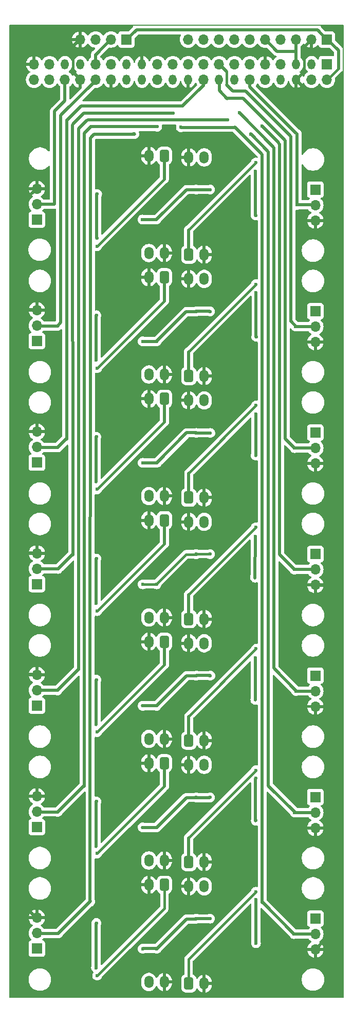
<source format=gbr>
%TF.GenerationSoftware,KiCad,Pcbnew,8.0.6*%
%TF.CreationDate,2025-02-15T16:55:57+01:00*%
%TF.ProjectId,Beecounter,42656563-6f75-46e7-9465-722e6b696361,rev?*%
%TF.SameCoordinates,Original*%
%TF.FileFunction,Copper,L2,Bot*%
%TF.FilePolarity,Positive*%
%FSLAX46Y46*%
G04 Gerber Fmt 4.6, Leading zero omitted, Abs format (unit mm)*
G04 Created by KiCad (PCBNEW 8.0.6) date 2025-02-15 16:55:57*
%MOMM*%
%LPD*%
G01*
G04 APERTURE LIST*
G04 Aperture macros list*
%AMRoundRect*
0 Rectangle with rounded corners*
0 $1 Rounding radius*
0 $2 $3 $4 $5 $6 $7 $8 $9 X,Y pos of 4 corners*
0 Add a 4 corners polygon primitive as box body*
4,1,4,$2,$3,$4,$5,$6,$7,$8,$9,$2,$3,0*
0 Add four circle primitives for the rounded corners*
1,1,$1+$1,$2,$3*
1,1,$1+$1,$4,$5*
1,1,$1+$1,$6,$7*
1,1,$1+$1,$8,$9*
0 Add four rect primitives between the rounded corners*
20,1,$1+$1,$2,$3,$4,$5,0*
20,1,$1+$1,$4,$5,$6,$7,0*
20,1,$1+$1,$6,$7,$8,$9,0*
20,1,$1+$1,$8,$9,$2,$3,0*%
G04 Aperture macros list end*
%TA.AperFunction,Conductor*%
%ADD10C,0.500000*%
%TD*%
%TA.AperFunction,Conductor*%
%ADD11C,0.400000*%
%TD*%
%TA.AperFunction,Conductor*%
%ADD12C,0.200000*%
%TD*%
%TA.AperFunction,ComponentPad*%
%ADD13RoundRect,0.340500X0.409500X0.659500X-0.409500X0.659500X-0.409500X-0.659500X0.409500X-0.659500X0*%
%TD*%
%TA.AperFunction,ComponentPad*%
%ADD14O,1.500000X2.000000*%
%TD*%
%TA.AperFunction,ComponentPad*%
%ADD15R,1.700000X1.700000*%
%TD*%
%TA.AperFunction,ComponentPad*%
%ADD16O,1.700000X1.700000*%
%TD*%
%TA.AperFunction,ComponentPad*%
%ADD17RoundRect,0.340500X-0.409500X-0.659500X0.409500X-0.659500X0.409500X0.659500X-0.409500X0.659500X0*%
%TD*%
%TA.AperFunction,ComponentPad*%
%ADD18O,1.300000X1.700000*%
%TD*%
%TA.AperFunction,ViaPad*%
%ADD19C,0.600000*%
%TD*%
G04 APERTURE END LIST*
D10*
%TO.N,Net-(D5-K)*%
X51375000Y-57000000D02*
X52725000Y-55600000D01*
%TO.N,Net-(D6-K)*%
X52325000Y-57725000D02*
X52264197Y-165265804D01*
%TO.N,Net-(D3-K)*%
X47920000Y-109460000D02*
X49353287Y-108026713D01*
%TO.N,GND*%
X90282753Y-192147247D02*
X93537247Y-188892753D01*
D11*
%TO.N,Net-(D9-K)*%
X75775000Y-47625000D02*
X75775000Y-49778657D01*
D10*
%TO.N,Net-(U12A--)*%
X54245000Y-175160000D02*
X54245000Y-167759831D01*
%TO.N,Net-(D14-K)*%
X68209997Y-56775000D02*
X77100141Y-56775000D01*
%TO.N,Net-(D7-K)*%
X53405435Y-58384782D02*
X53902718Y-57900000D01*
%TO.N,Net-(D13-K)*%
X90320000Y-169560000D02*
X86970000Y-169560000D01*
%TO.N,Net-(D4-K)*%
X44620000Y-129460000D02*
X47970000Y-129460000D01*
%TO.N,Net-(D8-K)*%
X79550000Y-48775000D02*
X79550000Y-50101828D01*
%TO.N,Net-(U16A--)*%
X80520000Y-64000000D02*
X80520000Y-71260169D01*
%TO.N,Net-(U28A--)*%
X80575000Y-183975000D02*
X80570000Y-191110000D01*
%TO.N,Net-(D5-K)*%
X52850000Y-55575000D02*
X75925000Y-55575000D01*
%TO.N,Net-(U10A--)*%
X54245000Y-155110000D02*
X54245000Y-147709831D01*
%TO.N,Net-(D10-K)*%
X74555000Y-49015000D02*
X74555000Y-50715000D01*
%TO.N,Net-(D4-K)*%
X52250000Y-54425000D02*
X66920000Y-54410000D01*
%TO.N,Net-(D10-K)*%
X90320000Y-109560000D02*
X86970000Y-109560000D01*
%TO.N,GND*%
X90431920Y-112110000D02*
X93408080Y-112110000D01*
%TO.N,Net-(D5-K)*%
X47870000Y-149460000D02*
X51320334Y-146009666D01*
%TO.N,Net-(U6A--)*%
X54245000Y-115110000D02*
X54245000Y-107709831D01*
%TO.N,Net-(D8-K)*%
X87350000Y-57797856D02*
X87350000Y-69525158D01*
%TO.N,GND*%
X93543930Y-188893508D02*
X93543930Y-55359988D01*
%TO.N,Net-(D13-K)*%
X87014246Y-169539246D02*
X82635753Y-165160753D01*
%TO.N,Net-(D9-K)*%
X86375000Y-58219983D02*
X86375000Y-88735020D01*
%TO.N,Net-(D13-K)*%
X82600000Y-60775000D02*
X82600000Y-165050000D01*
%TO.N,Net-(D3-K)*%
X71910000Y-49860000D02*
X68589996Y-53180004D01*
%TO.N,GND*%
X41155321Y-70114679D02*
X44404679Y-66865321D01*
%TO.N,Net-(J15-Pin_31)*%
X54210000Y-44760000D02*
X56695398Y-42274602D01*
%TO.N,Net-(D6-K)*%
X53325000Y-56675000D02*
X64275053Y-56675000D01*
%TO.N,Net-(D3-K)*%
X44570000Y-109460000D02*
X47920000Y-109460000D01*
X51750000Y-53275000D02*
X49500000Y-55500000D01*
%TO.N,Net-(U8A--)*%
X54245000Y-135160000D02*
X54245000Y-127759831D01*
%TO.N,Net-(J15-Pin_5)*%
X84065000Y-44265000D02*
X87180004Y-44265000D01*
%TO.N,GND*%
X50560000Y-43380000D02*
X51824888Y-42045112D01*
X41032753Y-183522753D02*
X41020000Y-70114604D01*
%TO.N,Net-(D11-K)*%
X81699881Y-56674881D02*
X84325000Y-59300000D01*
X90270000Y-129560000D02*
X86920000Y-129560000D01*
%TO.N,Net-(D14-K)*%
X86870000Y-189560000D02*
X81569844Y-184259844D01*
%TO.N,Net-(D7-K)*%
X48020000Y-189460000D02*
X53320156Y-184159844D01*
%TO.N,Net-(U22A--)*%
X80470000Y-124100000D02*
X80450000Y-130950000D01*
%TO.N,Net-(D7-K)*%
X44670000Y-189460000D02*
X48020000Y-189460000D01*
%TO.N,GND*%
X87220000Y-48960000D02*
X93595044Y-55335044D01*
X90531920Y-152160000D02*
X93508080Y-152160000D01*
%TO.N,Net-(U20A--)*%
X80570000Y-104025000D02*
X80570000Y-110825000D01*
D11*
%TO.N,Net-(D3-K)*%
X71970000Y-48950000D02*
X71970000Y-49800000D01*
D10*
X49400000Y-55575000D02*
X49400000Y-108075000D01*
%TO.N,Net-(D14-K)*%
X90220000Y-189560000D02*
X86870000Y-189560000D01*
%TO.N,Net-(U24A--)*%
X80520000Y-144125000D02*
X80520000Y-151050000D01*
%TO.N,Net-(D8-K)*%
X79587479Y-50087479D02*
X87220987Y-57720987D01*
%TO.N,GND*%
X41120000Y-146810000D02*
X44538520Y-146810000D01*
%TO.N,Net-(D1-K)*%
X47400000Y-54118101D02*
X47375000Y-69400000D01*
%TO.N,Net-(D12-K)*%
X83475000Y-60000000D02*
X77874481Y-54374481D01*
D11*
%TO.N,GND*%
X50400000Y-47642251D02*
X50400000Y-43407749D01*
D10*
%TO.N,Net-(J15-Pin_2)*%
X92280000Y-42310000D02*
X90700000Y-40720000D01*
%TO.N,Net-(D12-K)*%
X83550000Y-60075000D02*
X83550000Y-145775033D01*
%TO.N,Net-(D14-K)*%
X81625000Y-61200000D02*
X81625000Y-184385162D01*
%TO.N,Net-(D9-K)*%
X90370000Y-89560000D02*
X87147500Y-89564992D01*
%TO.N,Net-(D5-K)*%
X44520000Y-149460000D02*
X47870000Y-149460000D01*
%TO.N,Net-(D9-K)*%
X78860470Y-50775000D02*
X86265233Y-58179763D01*
%TO.N,Net-(D6-K)*%
X44570000Y-169460000D02*
X47920000Y-169460000D01*
D11*
%TO.N,GND*%
X88500000Y-47700000D02*
X88500000Y-43690000D01*
D10*
%TO.N,Net-(D6-K)*%
X52325000Y-57725000D02*
X53350305Y-56699695D01*
%TO.N,Net-(D11-K)*%
X84475000Y-59475000D02*
X84475000Y-127025000D01*
%TO.N,GND*%
X41070000Y-166860000D02*
X44488520Y-166860000D01*
X41170000Y-86810000D02*
X44588520Y-86810000D01*
%TO.N,Net-(D2-K)*%
X44520000Y-89460000D02*
X47870000Y-89460000D01*
%TO.N,Net-(D5-K)*%
X51375000Y-57075000D02*
X51370000Y-146060058D01*
%TO.N,GND*%
X88460000Y-43635000D02*
X89765295Y-42329705D01*
X41120000Y-106860000D02*
X44538520Y-106860000D01*
%TO.N,Net-(D4-K)*%
X50475000Y-56250000D02*
X52250000Y-54425000D01*
%TO.N,Net-(D14-K)*%
X81500000Y-61125000D02*
X77100000Y-56725000D01*
%TO.N,Net-(U26A--)*%
X80525000Y-164025000D02*
X80525000Y-170950000D01*
%TO.N,GND*%
X41120000Y-126810000D02*
X44538520Y-126810000D01*
D11*
%TO.N,Net-(J15-Pin_2)*%
X92340000Y-48940000D02*
X94200000Y-47028360D01*
D10*
%TO.N,Net-(U14A--)*%
X54245000Y-195160000D02*
X54245000Y-187759831D01*
%TO.N,Net-(D4-K)*%
X50375000Y-56350000D02*
X50395000Y-127135018D01*
%TO.N,Net-(D10-K)*%
X78500000Y-52010000D02*
X85307523Y-58817523D01*
%TO.N,Net-(J15-Pin_2)*%
X60900000Y-40710000D02*
X90700002Y-40710000D01*
%TO.N,Net-(D7-K)*%
X53300000Y-58500000D02*
X53264565Y-184325378D01*
%TO.N,GND*%
X90531920Y-172160000D02*
X93508080Y-172160000D01*
%TO.N,Net-(D9-K)*%
X74570000Y-46410000D02*
X75770000Y-47610000D01*
%TO.N,Net-(J15-Pin_31)*%
X54170000Y-46410000D02*
X54170000Y-44782749D01*
%TO.N,Net-(D2-K)*%
X47870000Y-89460000D02*
X48415219Y-88914781D01*
%TO.N,Net-(J15-Pin_5)*%
X84065000Y-44265000D02*
X82155000Y-42355000D01*
%TO.N,Net-(U1A--)*%
X54370000Y-75025000D02*
X54370000Y-67759831D01*
%TO.N,Net-(J15-Pin_2)*%
X94200000Y-44121639D02*
X92385000Y-42325000D01*
%TO.N,Net-(D4-K)*%
X47970000Y-129460000D02*
X50345517Y-127084483D01*
%TO.N,Net-(D10-K)*%
X86970000Y-109560000D02*
X85398682Y-107998682D01*
D11*
%TO.N,Net-(D3-K)*%
X71970000Y-48950000D02*
X71970000Y-49861976D01*
D10*
%TO.N,GND*%
X90531920Y-132160000D02*
X93508080Y-132160000D01*
%TO.N,Net-(D12-K)*%
X87200000Y-149500000D02*
X83600000Y-145900000D01*
%TO.N,Net-(D8-K)*%
X90420000Y-69510000D02*
X87350000Y-69525158D01*
%TO.N,Net-(D9-K)*%
X76800000Y-50775000D02*
X78860470Y-50775000D01*
X75783614Y-49763614D02*
X76800000Y-50775000D01*
%TO.N,Net-(D10-K)*%
X85425000Y-58950000D02*
X85425000Y-107985676D01*
%TO.N,Net-(D1-K)*%
X44470000Y-69410000D02*
X47375000Y-69400000D01*
%TO.N,GND*%
X41032753Y-183522753D02*
X44287247Y-186777247D01*
D12*
X40000000Y-39990000D02*
X95010000Y-39990000D01*
X95010000Y-199990000D01*
X40000000Y-199990000D01*
X40000000Y-39990000D01*
D10*
%TO.N,Net-(D12-K)*%
X90370000Y-149560000D02*
X87199432Y-149560000D01*
%TO.N,Net-(J15-Pin_2)*%
X94200000Y-47028360D02*
X94200000Y-44121639D01*
%TO.N,Net-(D13-K)*%
X79700000Y-57850000D02*
X82537747Y-60687747D01*
%TO.N,Net-(D3-K)*%
X68570000Y-53210000D02*
X51749874Y-53210000D01*
%TO.N,Net-(J15-Pin_5)*%
X87180000Y-46390000D02*
X87180000Y-42380000D01*
%TO.N,Net-(D6-K)*%
X47920000Y-169460000D02*
X52189855Y-165190145D01*
%TO.N,Net-(D1-K)*%
X49105000Y-52445000D02*
X47400000Y-54118101D01*
%TO.N,Net-(D11-K)*%
X86920000Y-129560000D02*
X84467027Y-127107027D01*
%TO.N,Net-(D1-K)*%
X49110000Y-48970000D02*
X49105000Y-52445000D01*
%TO.N,GND*%
X90481920Y-92110000D02*
X93458080Y-92110000D01*
%TO.N,Net-(J15-Pin_2)*%
X59269982Y-42370017D02*
X60900000Y-40710000D01*
%TO.N,Net-(D2-K)*%
X54135200Y-49089799D02*
X48475000Y-54725000D01*
D11*
%TO.N,Net-(D11-K)*%
X84200119Y-59200119D02*
X84270000Y-59410000D01*
D10*
%TO.N,Net-(U4A--)*%
X54245000Y-95110000D02*
X54245000Y-87709831D01*
%TO.N,GND*%
X90431920Y-72160000D02*
X93408080Y-72160000D01*
X87300000Y-48870000D02*
X88435011Y-47734989D01*
%TO.N,Net-(D2-K)*%
X48400000Y-54750000D02*
X48400000Y-88899976D01*
%TO.N,Net-(D10-K)*%
X75880000Y-52010000D02*
X78500000Y-52010000D01*
X74555000Y-50715000D02*
X75865086Y-52025086D01*
%TO.N,GND*%
X50500000Y-47720000D02*
X51650222Y-48870222D01*
%TO.N,Net-(D9-K)*%
X87147500Y-89564992D02*
X86402500Y-88735008D01*
%TO.N,Net-(U18A--)*%
X80620000Y-84000000D02*
X80620000Y-91260000D01*
%TO.N,Net-(D7-K)*%
X53902718Y-57900000D02*
X60575047Y-57900000D01*
%TD*%
D13*
%TO.P,U25,1*%
%TO.N,Net-(R61-Pad2)*%
X69520000Y-177710000D03*
D14*
%TO.P,U25,2*%
%TO.N,GND*%
X72060000Y-177710000D03*
%TO.P,U25,3*%
%TO.N,Net-(U26A-+)*%
X72060000Y-161710000D03*
%TO.P,U25,4*%
%TO.N,GND*%
X69520000Y-161710000D03*
%TD*%
D15*
%TO.P,J16,1,Pin_1*%
%TO.N,Net-(J15-Pin_2)*%
X59250000Y-42300000D03*
D16*
%TO.P,J16,2,Pin_2*%
%TO.N,Net-(J15-Pin_31)*%
X56710000Y-42300000D03*
%TO.P,J16,3,Pin_3*%
%TO.N,Net-(J15-Pin_29)*%
X54170000Y-42300000D03*
%TO.P,J16,4,Pin_4*%
%TO.N,GND*%
X51630000Y-42300000D03*
%TD*%
D13*
%TO.P,U15,1*%
%TO.N,Net-(R36-Pad2)*%
X69520000Y-77710000D03*
D14*
%TO.P,U15,2*%
%TO.N,GND*%
X72060000Y-77710000D03*
%TO.P,U15,3*%
%TO.N,Net-(U16A-+)*%
X72060000Y-61710000D03*
%TO.P,U15,4*%
%TO.N,GND*%
X69520000Y-61710000D03*
%TD*%
D15*
%TO.P,J3,1,Pin_1*%
%TO.N,+3.3V*%
X44487500Y-111955000D03*
D16*
%TO.P,J3,2,Pin_2*%
%TO.N,Net-(D3-K)*%
X44487500Y-109415000D03*
%TO.P,J3,3,Pin_3*%
%TO.N,GND*%
X44487500Y-106875000D03*
%TD*%
D15*
%TO.P,J7,1,Pin_1*%
%TO.N,+3.3V*%
X44487500Y-191955000D03*
D16*
%TO.P,J7,2,Pin_2*%
%TO.N,Net-(D7-K)*%
X44487500Y-189415000D03*
%TO.P,J7,3,Pin_3*%
%TO.N,GND*%
X44487500Y-186875000D03*
%TD*%
D17*
%TO.P,U13,1*%
%TO.N,Net-(R31-Pad2)*%
X65487500Y-181455000D03*
D14*
%TO.P,U13,2*%
%TO.N,GND*%
X62947500Y-181455000D03*
%TO.P,U13,3*%
%TO.N,Net-(U14A-+)*%
X62947500Y-197455000D03*
%TO.P,U13,4*%
%TO.N,GND*%
X65487500Y-197455000D03*
%TD*%
D17*
%TO.P,U2,1*%
%TO.N,Net-(R6-Pad2)*%
X65487500Y-81455000D03*
D14*
%TO.P,U2,2*%
%TO.N,GND*%
X62947500Y-81455000D03*
%TO.P,U2,3*%
%TO.N,Net-(U4A-+)*%
X62947500Y-97455000D03*
%TO.P,U2,4*%
%TO.N,GND*%
X65487500Y-97455000D03*
%TD*%
D15*
%TO.P,J10,1,Pin_1*%
%TO.N,+3.3V*%
X90370000Y-107020000D03*
D16*
%TO.P,J10,2,Pin_2*%
%TO.N,Net-(D10-K)*%
X90370000Y-109560000D03*
%TO.P,J10,3,Pin_3*%
%TO.N,GND*%
X90370000Y-112100000D03*
%TD*%
D13*
%TO.P,U23,1*%
%TO.N,Net-(R56-Pad2)*%
X69520000Y-157710000D03*
D14*
%TO.P,U23,2*%
%TO.N,GND*%
X72060000Y-157710000D03*
%TO.P,U23,3*%
%TO.N,Net-(U24A-+)*%
X72060000Y-141710000D03*
%TO.P,U23,4*%
%TO.N,GND*%
X69520000Y-141710000D03*
%TD*%
D17*
%TO.P,U3,1*%
%TO.N,Net-(R2-Pad2)*%
X65487500Y-61455000D03*
D14*
%TO.P,U3,2*%
%TO.N,GND*%
X62947500Y-61455000D03*
%TO.P,U3,3*%
%TO.N,Net-(U1A-+)*%
X62947500Y-77455000D03*
%TO.P,U3,4*%
%TO.N,GND*%
X65487500Y-77455000D03*
%TD*%
D13*
%TO.P,U17,1*%
%TO.N,Net-(R41-Pad2)*%
X69520000Y-97710000D03*
D14*
%TO.P,U17,2*%
%TO.N,GND*%
X72060000Y-97710000D03*
%TO.P,U17,3*%
%TO.N,Net-(U18A-+)*%
X72060000Y-81710000D03*
%TO.P,U17,4*%
%TO.N,GND*%
X69520000Y-81710000D03*
%TD*%
D15*
%TO.P,J1,1,Pin_1*%
%TO.N,+3.3V*%
X44487500Y-71955000D03*
D16*
%TO.P,J1,2,Pin_2*%
%TO.N,Net-(D1-K)*%
X44487500Y-69415000D03*
%TO.P,J1,3,Pin_3*%
%TO.N,GND*%
X44487500Y-66875000D03*
%TD*%
D17*
%TO.P,U9,1*%
%TO.N,Net-(R21-Pad2)*%
X65487500Y-141455000D03*
D14*
%TO.P,U9,2*%
%TO.N,GND*%
X62947500Y-141455000D03*
%TO.P,U9,3*%
%TO.N,Net-(U10A-+)*%
X62947500Y-157455000D03*
%TO.P,U9,4*%
%TO.N,GND*%
X65487500Y-157455000D03*
%TD*%
D15*
%TO.P,J13,1,Pin_1*%
%TO.N,+3.3V*%
X90370000Y-167020000D03*
D16*
%TO.P,J13,2,Pin_2*%
%TO.N,Net-(D13-K)*%
X90370000Y-169560000D03*
%TO.P,J13,3,Pin_3*%
%TO.N,GND*%
X90370000Y-172100000D03*
%TD*%
D15*
%TO.P,J2,1,Pin_1*%
%TO.N,+3.3V*%
X44487500Y-91955000D03*
D16*
%TO.P,J2,2,Pin_2*%
%TO.N,Net-(D2-K)*%
X44487500Y-89415000D03*
%TO.P,J2,3,Pin_3*%
%TO.N,GND*%
X44487500Y-86875000D03*
%TD*%
D15*
%TO.P,J6,1,Pin_1*%
%TO.N,+3.3V*%
X44487500Y-171955000D03*
D16*
%TO.P,J6,2,Pin_2*%
%TO.N,Net-(D6-K)*%
X44487500Y-169415000D03*
%TO.P,J6,3,Pin_3*%
%TO.N,GND*%
X44487500Y-166875000D03*
%TD*%
D15*
%TO.P,J5,1,Pin_1*%
%TO.N,+3.3V*%
X44487500Y-151955000D03*
D16*
%TO.P,J5,2,Pin_2*%
%TO.N,Net-(D5-K)*%
X44487500Y-149415000D03*
%TO.P,J5,3,Pin_3*%
%TO.N,GND*%
X44487500Y-146875000D03*
%TD*%
D17*
%TO.P,U7,1*%
%TO.N,Net-(R16-Pad2)*%
X65487500Y-121455000D03*
D14*
%TO.P,U7,2*%
%TO.N,GND*%
X62947500Y-121455000D03*
%TO.P,U7,3*%
%TO.N,Net-(U8A-+)*%
X62947500Y-137455000D03*
%TO.P,U7,4*%
%TO.N,GND*%
X65487500Y-137455000D03*
%TD*%
D15*
%TO.P,J14,1,Pin_1*%
%TO.N,+3.3V*%
X90370000Y-187020000D03*
D16*
%TO.P,J14,2,Pin_2*%
%TO.N,Net-(D14-K)*%
X90370000Y-189560000D03*
%TO.P,J14,3,Pin_3*%
%TO.N,GND*%
X90370000Y-192100000D03*
%TD*%
D15*
%TO.P,J4,1,Pin_1*%
%TO.N,+3.3V*%
X44487500Y-131955000D03*
D16*
%TO.P,J4,2,Pin_2*%
%TO.N,Net-(D4-K)*%
X44487500Y-129415000D03*
%TO.P,J4,3,Pin_3*%
%TO.N,GND*%
X44487500Y-126875000D03*
%TD*%
D17*
%TO.P,U11,1*%
%TO.N,Net-(R26-Pad2)*%
X65487500Y-161455000D03*
D14*
%TO.P,U11,2*%
%TO.N,GND*%
X62947500Y-161455000D03*
%TO.P,U11,3*%
%TO.N,Net-(U12A-+)*%
X62947500Y-177455000D03*
%TO.P,U11,4*%
%TO.N,GND*%
X65487500Y-177455000D03*
%TD*%
D13*
%TO.P,U27,1*%
%TO.N,Net-(R66-Pad2)*%
X69520000Y-197710000D03*
D14*
%TO.P,U27,2*%
%TO.N,GND*%
X72060000Y-197710000D03*
%TO.P,U27,3*%
%TO.N,Net-(U28A-+)*%
X72060000Y-181710000D03*
%TO.P,U27,4*%
%TO.N,GND*%
X69520000Y-181710000D03*
%TD*%
D15*
%TO.P,J9,1,Pin_1*%
%TO.N,+3.3V*%
X90370000Y-87020000D03*
D16*
%TO.P,J9,2,Pin_2*%
%TO.N,Net-(D9-K)*%
X90370000Y-89560000D03*
%TO.P,J9,3,Pin_3*%
%TO.N,GND*%
X90370000Y-92100000D03*
%TD*%
D15*
%TO.P,J11,1,Pin_1*%
%TO.N,+3.3V*%
X90370000Y-127020000D03*
D16*
%TO.P,J11,2,Pin_2*%
%TO.N,Net-(D11-K)*%
X90370000Y-129560000D03*
%TO.P,J11,3,Pin_3*%
%TO.N,GND*%
X90370000Y-132100000D03*
%TD*%
D17*
%TO.P,U5,1*%
%TO.N,Net-(R11-Pad2)*%
X65487500Y-101455000D03*
D14*
%TO.P,U5,2*%
%TO.N,GND*%
X62947500Y-101455000D03*
%TO.P,U5,3*%
%TO.N,Net-(U6A-+)*%
X62947500Y-117455000D03*
%TO.P,U5,4*%
%TO.N,GND*%
X65487500Y-117455000D03*
%TD*%
D13*
%TO.P,U21,1*%
%TO.N,Net-(R51-Pad2)*%
X69520000Y-137710000D03*
D14*
%TO.P,U21,2*%
%TO.N,GND*%
X72060000Y-137710000D03*
%TO.P,U21,3*%
%TO.N,Net-(U22A-+)*%
X72060000Y-121710000D03*
%TO.P,U21,4*%
%TO.N,GND*%
X69520000Y-121710000D03*
%TD*%
D15*
%TO.P,J8,1,Pin_1*%
%TO.N,+3.3V*%
X90370000Y-67020000D03*
D16*
%TO.P,J8,2,Pin_2*%
%TO.N,Net-(D8-K)*%
X90370000Y-69560000D03*
%TO.P,J8,3,Pin_3*%
%TO.N,GND*%
X90370000Y-72100000D03*
%TD*%
D13*
%TO.P,U19,1*%
%TO.N,Net-(R46-Pad2)*%
X69520000Y-117710000D03*
D14*
%TO.P,U19,2*%
%TO.N,GND*%
X72060000Y-117710000D03*
%TO.P,U19,3*%
%TO.N,Net-(U20A-+)*%
X72060000Y-101710000D03*
%TO.P,U19,4*%
%TO.N,GND*%
X69520000Y-101710000D03*
%TD*%
D15*
%TO.P,J17,1,Pin_1*%
%TO.N,Net-(J15-Pin_2)*%
X92280000Y-42310000D03*
D16*
%TO.P,J17,2,Pin_2*%
%TO.N,GND*%
X89740000Y-42310000D03*
%TO.P,J17,3,Pin_3*%
%TO.N,Net-(J15-Pin_5)*%
X87200000Y-42310000D03*
%TO.P,J17,4,Pin_4*%
%TO.N,Net-(J15-Pin_3)*%
X84660000Y-42310000D03*
%TO.P,J17,5,Pin_5*%
%TO.N,Net-(J15-Pin_5)*%
X82120000Y-42310000D03*
%TO.P,J17,6,Pin_6*%
%TO.N,unconnected-(J17-Pin_6-Pad6)*%
X79580000Y-42310000D03*
%TO.P,J17,7,Pin_7*%
%TO.N,Net-(J17-Pin_7)*%
X77040000Y-42310000D03*
%TO.P,J17,8,Pin_8*%
%TO.N,Net-(J17-Pin_8)*%
X74500000Y-42310000D03*
%TO.P,J17,9,Pin_9*%
%TO.N,Net-(J17-Pin_9)*%
X71960000Y-42310000D03*
%TO.P,J17,10,Pin_10*%
%TO.N,Net-(J17-Pin_10)*%
X69420000Y-42310000D03*
%TD*%
D15*
%TO.P,J12,1,Pin_1*%
%TO.N,+3.3V*%
X90370000Y-147020000D03*
D16*
%TO.P,J12,2,Pin_2*%
%TO.N,Net-(D12-K)*%
X90370000Y-149560000D03*
%TO.P,J12,3,Pin_3*%
%TO.N,GND*%
X90370000Y-152100000D03*
%TD*%
D15*
%TO.P,J15,1,Pin_1*%
%TO.N,+3.3V*%
X92300000Y-46370000D03*
D16*
%TO.P,J15,2,Pin_2*%
%TO.N,Net-(J15-Pin_2)*%
X92300000Y-48910000D03*
D18*
%TO.P,J15,3,Pin_3*%
%TO.N,Net-(J15-Pin_3)*%
X89760000Y-46370000D03*
D16*
%TO.P,J15,4,Pin_4*%
%TO.N,unconnected-(J15-Pin_4-Pad4)*%
X89760000Y-48910000D03*
D18*
%TO.P,J15,5,Pin_5*%
%TO.N,Net-(J15-Pin_5)*%
X87220000Y-46370000D03*
%TO.P,J15,6,Pin_6*%
%TO.N,GND*%
X87220000Y-48910000D03*
D16*
%TO.P,J15,7,Pin_7*%
%TO.N,Net-(D11-K)*%
X84680000Y-46370000D03*
D18*
%TO.P,J15,8,Pin_8*%
%TO.N,Net-(D5-K)*%
X84680000Y-48910000D03*
D16*
%TO.P,J15,9,Pin_9*%
%TO.N,GND*%
X82140000Y-46370000D03*
%TO.P,J15,10,Pin_10*%
%TO.N,Net-(D12-K)*%
X82140000Y-48910000D03*
%TO.P,J15,11,Pin_11*%
%TO.N,unconnected-(J15-Pin_11-Pad11)*%
X79600000Y-46370000D03*
%TO.P,J15,12,Pin_12*%
%TO.N,Net-(D8-K)*%
X79600000Y-48910000D03*
%TO.P,J15,13,Pin_13*%
%TO.N,unconnected-(J15-Pin_13-Pad13)*%
X77060000Y-46370000D03*
D18*
%TO.P,J15,14,Pin_14*%
%TO.N,unconnected-(J15-Pin_14-Pad14)*%
X77060000Y-48910000D03*
D16*
%TO.P,J15,15,Pin_15*%
%TO.N,Net-(D9-K)*%
X74520000Y-46370000D03*
D18*
%TO.P,J15,16,Pin_16*%
%TO.N,Net-(D10-K)*%
X74520000Y-48910000D03*
D16*
%TO.P,J15,17,Pin_17*%
%TO.N,unconnected-(J15-Pin_17-Pad17)*%
X71980000Y-46370000D03*
%TO.P,J15,18,Pin_18*%
%TO.N,Net-(D3-K)*%
X71980000Y-48910000D03*
%TO.P,J15,19,Pin_19*%
%TO.N,Net-(D7-K)*%
X69440000Y-46370000D03*
D18*
%TO.P,J15,20,Pin_20*%
%TO.N,GND*%
X69440000Y-48910000D03*
D16*
%TO.P,J15,21,Pin_21*%
%TO.N,Net-(D14-K)*%
X66900000Y-46370000D03*
D18*
%TO.P,J15,22,Pin_22*%
%TO.N,Net-(D4-K)*%
X66900000Y-48910000D03*
D16*
%TO.P,J15,23,Pin_23*%
%TO.N,unconnected-(J15-Pin_23-Pad23)*%
X64360000Y-46370000D03*
%TO.P,J15,24,Pin_24*%
%TO.N,Net-(D6-K)*%
X64360000Y-48910000D03*
D18*
%TO.P,J15,25,Pin_25*%
%TO.N,GND*%
X61820000Y-46370000D03*
%TO.P,J15,26,Pin_26*%
%TO.N,Net-(D13-K)*%
X61820000Y-48910000D03*
%TO.P,J15,27,Pin_27*%
%TO.N,unconnected-(J15-Pin_27-Pad27)*%
X59280000Y-46370000D03*
%TO.P,J15,28,Pin_28*%
%TO.N,unconnected-(J15-Pin_28-Pad28)*%
X59280000Y-48910000D03*
D16*
%TO.P,J15,29,Pin_29*%
%TO.N,Net-(J15-Pin_29)*%
X56740000Y-46370000D03*
%TO.P,J15,30,Pin_30*%
%TO.N,GND*%
X56740000Y-48910000D03*
%TO.P,J15,31,Pin_31*%
%TO.N,Net-(J15-Pin_31)*%
X54200000Y-46370000D03*
%TO.P,J15,32,Pin_32*%
%TO.N,Net-(D2-K)*%
X54200000Y-48910000D03*
D18*
%TO.P,J15,33,Pin_33*%
%TO.N,unconnected-(J15-Pin_33-Pad33)*%
X51660000Y-46370000D03*
D16*
%TO.P,J15,34,Pin_34*%
%TO.N,GND*%
X51660000Y-48910000D03*
D18*
%TO.P,J15,35,Pin_35*%
%TO.N,unconnected-(J15-Pin_35-Pad35)*%
X49120000Y-46370000D03*
D16*
%TO.P,J15,36,Pin_36*%
%TO.N,Net-(D1-K)*%
X49120000Y-48910000D03*
%TO.P,J15,37,Pin_37*%
%TO.N,unconnected-(J15-Pin_37-Pad37)*%
X46580000Y-46370000D03*
%TO.P,J15,38,Pin_38*%
%TO.N,unconnected-(J15-Pin_38-Pad38)*%
X46580000Y-48910000D03*
%TO.P,J15,39,Pin_39*%
%TO.N,GND*%
X44040000Y-46370000D03*
%TO.P,J15,40,Pin_40*%
%TO.N,unconnected-(J15-Pin_40-Pad40)*%
X44040000Y-48910000D03*
%TD*%
D19*
%TO.N,Net-(D1-K)*%
X47375000Y-69375000D03*
X44487500Y-69355000D03*
%TO.N,Net-(R2-Pad2)*%
X54387500Y-76355000D03*
%TO.N,Net-(U1A--)*%
X54420000Y-67760000D03*
X54375000Y-75000000D03*
%TO.N,Net-(D2-K)*%
X47870000Y-89465000D03*
%TO.N,Net-(R6-Pad2)*%
X54420000Y-96410000D03*
%TO.N,Net-(U4A--)*%
X54245000Y-95060000D03*
X54295000Y-87710000D03*
%TO.N,Net-(R11-Pad2)*%
X54420000Y-116360000D03*
%TO.N,Net-(U6A--)*%
X54295000Y-107710000D03*
X54245000Y-115060000D03*
%TO.N,Net-(D4-K)*%
X47970000Y-129465000D03*
X66920000Y-54410000D03*
%TO.N,Net-(R16-Pad2)*%
X54420000Y-136410000D03*
%TO.N,Net-(U8A--)*%
X54295000Y-127760000D03*
X54245000Y-135110000D03*
%TO.N,Net-(D5-K)*%
X47870000Y-149465000D03*
X75925000Y-55575000D03*
%TO.N,Net-(R21-Pad2)*%
X54420000Y-156310000D03*
%TO.N,Net-(U10A--)*%
X54245000Y-155060000D03*
X54295000Y-147710000D03*
%TO.N,Net-(D6-K)*%
X47920000Y-169465000D03*
X64320000Y-56675130D03*
%TO.N,Net-(R26-Pad2)*%
X54420000Y-176310000D03*
%TO.N,Net-(U12A--)*%
X54295000Y-167760000D03*
X54245000Y-175110000D03*
%TO.N,Net-(D7-K)*%
X48020000Y-189465000D03*
X60550000Y-57860063D03*
%TO.N,Net-(R31-Pad2)*%
X54420000Y-196410000D03*
%TO.N,Net-(U14A--)*%
X54245000Y-195110000D03*
X54295000Y-187760000D03*
%TO.N,Net-(D8-K)*%
X87350000Y-69525158D03*
%TO.N,Net-(R36-Pad2)*%
X80570000Y-62560000D03*
%TO.N,Net-(U16A--)*%
X80512500Y-63975000D03*
X80537500Y-71255000D03*
%TO.N,Net-(D9-K)*%
X87125000Y-89550000D03*
%TO.N,Net-(R41-Pad2)*%
X80570000Y-82610000D03*
%TO.N,Net-(U18A--)*%
X80637500Y-91255000D03*
X80620000Y-84000000D03*
%TO.N,Net-(D10-K)*%
X86970000Y-109565000D03*
%TO.N,Net-(R46-Pad2)*%
X80620000Y-102560000D03*
%TO.N,Net-(U20A--)*%
X80550000Y-110775000D03*
X80575000Y-104000000D03*
%TO.N,Net-(D11-K)*%
X81575000Y-56575000D03*
X86920000Y-129565000D03*
%TO.N,Net-(R51-Pad2)*%
X80570000Y-122610000D03*
%TO.N,Net-(U22A--)*%
X80470000Y-124100000D03*
X80412500Y-130837500D03*
%TO.N,Net-(D12-K)*%
X77874481Y-54374481D03*
X87199432Y-149560000D03*
%TO.N,Net-(R56-Pad2)*%
X80620000Y-142610000D03*
%TO.N,Net-(U24A--)*%
X80525000Y-144075000D03*
X80487500Y-150987500D03*
%TO.N,Net-(D13-K)*%
X86970000Y-169565000D03*
X79725000Y-57875000D03*
%TO.N,Net-(R61-Pad2)*%
X80570000Y-162610000D03*
%TO.N,Net-(U26A--)*%
X80550000Y-163900000D03*
X80562500Y-170887500D03*
%TO.N,Net-(D14-K)*%
X86870000Y-189565000D03*
X68220000Y-56760000D03*
%TO.N,Net-(R66-Pad2)*%
X80570000Y-182610000D03*
%TO.N,Net-(U28A--)*%
X80587500Y-191085264D03*
X80575000Y-183925000D03*
%TO.N,+3.3V*%
X64220000Y-91997500D03*
X64220000Y-151997500D03*
X70720000Y-167080000D03*
X64187500Y-71955000D03*
X64220000Y-111997500D03*
X73070000Y-107080000D03*
X64220000Y-131997500D03*
X73020000Y-167080000D03*
X70720000Y-87080000D03*
X61887500Y-71955000D03*
X70770000Y-107080000D03*
X64220000Y-191997500D03*
X73070000Y-147030000D03*
X73020000Y-187030000D03*
X61920000Y-111997500D03*
X64220000Y-171997500D03*
X61920000Y-151997500D03*
X61920000Y-131997500D03*
X61920000Y-191997500D03*
X61920000Y-91997500D03*
X70720000Y-127030000D03*
X70720000Y-67010000D03*
X61920000Y-171997500D03*
X73020000Y-67010000D03*
X73020000Y-87080000D03*
X73020000Y-127030000D03*
X70770000Y-147030000D03*
X70720000Y-187030000D03*
%TO.N,Net-(D3-K)*%
X47920000Y-109465000D03*
%TD*%
D10*
%TO.N,Net-(R2-Pad2)*%
X65487500Y-65255000D02*
X65487500Y-61455000D01*
D11*
X54387500Y-76355000D02*
X65487500Y-65255000D01*
%TO.N,Net-(R6-Pad2)*%
X54420000Y-96410000D02*
X65520000Y-85310000D01*
D10*
X65520000Y-85310000D02*
X65520000Y-81510000D01*
D11*
%TO.N,Net-(R11-Pad2)*%
X54420000Y-116360000D02*
X65520000Y-105260000D01*
D10*
X65520000Y-105260000D02*
X65520000Y-101460000D01*
D11*
%TO.N,Net-(R16-Pad2)*%
X54420000Y-136410000D02*
X65520000Y-125310000D01*
D10*
X65520000Y-125310000D02*
X65520000Y-121510000D01*
D11*
%TO.N,Net-(R21-Pad2)*%
X54420000Y-156310000D02*
X65520000Y-145210000D01*
D10*
X65520000Y-145210000D02*
X65520000Y-141410000D01*
%TO.N,Net-(R26-Pad2)*%
X65520000Y-165210000D02*
X65520000Y-161410000D01*
D11*
X54420000Y-176310000D02*
X65520000Y-165210000D01*
%TO.N,Net-(R31-Pad2)*%
X65520000Y-185310000D02*
X65520000Y-181510000D01*
X54420000Y-196410000D02*
X65520000Y-185310000D01*
%TO.N,Net-(R36-Pad2)*%
X80570000Y-62560000D02*
X69470000Y-73660000D01*
D10*
X69470000Y-73660000D02*
X69470000Y-77460000D01*
%TO.N,Net-(R41-Pad2)*%
X69470000Y-93710000D02*
X69470000Y-97510000D01*
D11*
X80570000Y-82610000D02*
X69470000Y-93710000D01*
D10*
%TO.N,Net-(R46-Pad2)*%
X69520000Y-113660000D02*
X69520000Y-117460000D01*
D11*
X80620000Y-102560000D02*
X69520000Y-113660000D01*
D10*
%TO.N,Net-(R51-Pad2)*%
X69470000Y-133710000D02*
X69470000Y-137510000D01*
D11*
X80570000Y-122610000D02*
X69470000Y-133710000D01*
D10*
%TO.N,Net-(R56-Pad2)*%
X69520000Y-153710000D02*
X69520000Y-157510000D01*
D11*
X80620000Y-142610000D02*
X69520000Y-153710000D01*
%TO.N,Net-(R61-Pad2)*%
X80570000Y-162610000D02*
X69470000Y-173710000D01*
D10*
X69470000Y-173710000D02*
X69470000Y-177510000D01*
D11*
%TO.N,Net-(R66-Pad2)*%
X69470000Y-193710000D02*
X69470000Y-197510000D01*
X80570000Y-182610000D02*
X69470000Y-193710000D01*
D10*
%TO.N,+3.3V*%
X73020000Y-67010000D02*
X70720000Y-67010000D01*
X70745000Y-147025000D02*
X69135000Y-147025000D01*
X64187500Y-71955000D02*
X61887500Y-71955000D01*
X69135000Y-147025000D02*
X64205000Y-151955000D01*
X70745000Y-167085000D02*
X69135000Y-167085000D01*
X69185000Y-107045000D02*
X64255000Y-111975000D01*
X64170000Y-151960000D02*
X61870000Y-151960000D01*
D11*
X72920000Y-127010000D02*
X70620000Y-127010000D01*
D10*
X72970000Y-87060000D02*
X70670000Y-87060000D01*
X70795000Y-107045000D02*
X69185000Y-107045000D01*
X69165000Y-187085000D02*
X64235000Y-192015000D01*
X70695000Y-87095000D02*
X69085000Y-87095000D01*
X64220000Y-191960000D02*
X61920000Y-191960000D01*
X64270000Y-92010000D02*
X61970000Y-92010000D01*
D11*
X69105000Y-127055000D02*
X64175000Y-131985000D01*
D10*
X64320000Y-112010000D02*
X62020000Y-112010000D01*
X72970000Y-167110000D02*
X70670000Y-167110000D01*
X69085000Y-87095000D02*
X64155000Y-92025000D01*
X64170000Y-172010000D02*
X61870000Y-172010000D01*
X69135000Y-167085000D02*
X64205000Y-172015000D01*
X70775000Y-187085000D02*
X69165000Y-187085000D01*
X72970000Y-107060000D02*
X70670000Y-107060000D01*
D11*
X64220000Y-131960000D02*
X61920000Y-131960000D01*
D10*
X69110000Y-67010000D02*
X64180000Y-71940000D01*
X72970000Y-187060000D02*
X70670000Y-187060000D01*
X73020000Y-147010000D02*
X70720000Y-147010000D01*
X70720000Y-67010000D02*
X69110000Y-67010000D01*
D11*
X70715000Y-127055000D02*
X69105000Y-127055000D01*
%TD*%
%TA.AperFunction,Conductor*%
%TO.N,GND*%
G36*
X60316309Y-40019685D02*
G01*
X60362064Y-40072489D01*
X60372008Y-40141647D01*
X60342983Y-40205203D01*
X60336951Y-40211681D01*
X60317045Y-40231586D01*
X60315959Y-40232910D01*
X60308594Y-40241110D01*
X59649458Y-40912378D01*
X59588443Y-40946421D01*
X59560981Y-40949500D01*
X58352129Y-40949500D01*
X58352123Y-40949501D01*
X58292516Y-40955908D01*
X58157671Y-41006202D01*
X58157664Y-41006206D01*
X58042455Y-41092452D01*
X58042452Y-41092455D01*
X57956206Y-41207664D01*
X57956203Y-41207669D01*
X57907189Y-41339083D01*
X57865317Y-41395016D01*
X57799853Y-41419433D01*
X57731580Y-41404581D01*
X57703326Y-41383430D01*
X57581402Y-41261506D01*
X57581395Y-41261501D01*
X57387834Y-41125967D01*
X57387830Y-41125965D01*
X57337413Y-41102455D01*
X57173663Y-41026097D01*
X57173659Y-41026096D01*
X57173655Y-41026094D01*
X56945413Y-40964938D01*
X56945403Y-40964936D01*
X56710001Y-40944341D01*
X56709999Y-40944341D01*
X56474596Y-40964936D01*
X56474586Y-40964938D01*
X56246344Y-41026094D01*
X56246335Y-41026098D01*
X56032171Y-41125964D01*
X56032169Y-41125965D01*
X55838597Y-41261505D01*
X55671505Y-41428597D01*
X55541575Y-41614158D01*
X55486998Y-41657783D01*
X55417500Y-41664977D01*
X55355145Y-41633454D01*
X55338425Y-41614158D01*
X55208494Y-41428597D01*
X55041402Y-41261506D01*
X55041395Y-41261501D01*
X54847834Y-41125967D01*
X54847830Y-41125965D01*
X54797413Y-41102455D01*
X54633663Y-41026097D01*
X54633659Y-41026096D01*
X54633655Y-41026094D01*
X54405413Y-40964938D01*
X54405403Y-40964936D01*
X54170001Y-40944341D01*
X54169999Y-40944341D01*
X53934596Y-40964936D01*
X53934586Y-40964938D01*
X53706344Y-41026094D01*
X53706335Y-41026098D01*
X53492171Y-41125964D01*
X53492169Y-41125965D01*
X53298597Y-41261505D01*
X53131508Y-41428594D01*
X53001269Y-41614595D01*
X52946692Y-41658219D01*
X52877193Y-41665412D01*
X52814839Y-41633890D01*
X52798119Y-41614594D01*
X52668113Y-41428926D01*
X52668108Y-41428920D01*
X52501082Y-41261894D01*
X52307578Y-41126399D01*
X52093492Y-41026570D01*
X52093486Y-41026567D01*
X51880000Y-40969364D01*
X51880000Y-41866988D01*
X51822993Y-41834075D01*
X51695826Y-41800000D01*
X51564174Y-41800000D01*
X51437007Y-41834075D01*
X51380000Y-41866988D01*
X51380000Y-40969364D01*
X51379999Y-40969364D01*
X51166513Y-41026567D01*
X51166507Y-41026570D01*
X50952422Y-41126399D01*
X50952420Y-41126400D01*
X50758926Y-41261886D01*
X50758920Y-41261891D01*
X50591891Y-41428920D01*
X50591886Y-41428926D01*
X50456400Y-41622420D01*
X50456399Y-41622422D01*
X50356570Y-41836507D01*
X50356567Y-41836513D01*
X50299364Y-42049999D01*
X50299364Y-42050000D01*
X51196988Y-42050000D01*
X51164075Y-42107007D01*
X51130000Y-42234174D01*
X51130000Y-42365826D01*
X51164075Y-42492993D01*
X51196988Y-42550000D01*
X50299364Y-42550000D01*
X50356567Y-42763486D01*
X50356570Y-42763492D01*
X50456399Y-42977578D01*
X50591894Y-43171082D01*
X50758917Y-43338105D01*
X50952421Y-43473600D01*
X51166507Y-43573429D01*
X51166516Y-43573433D01*
X51380000Y-43630634D01*
X51380000Y-42733012D01*
X51437007Y-42765925D01*
X51564174Y-42800000D01*
X51695826Y-42800000D01*
X51822993Y-42765925D01*
X51880000Y-42733012D01*
X51880000Y-43630633D01*
X52093483Y-43573433D01*
X52093492Y-43573429D01*
X52307578Y-43473600D01*
X52501082Y-43338105D01*
X52668105Y-43171082D01*
X52798119Y-42985405D01*
X52852696Y-42941781D01*
X52922195Y-42934588D01*
X52984549Y-42966110D01*
X53001269Y-42985405D01*
X53131505Y-43171401D01*
X53298599Y-43338495D01*
X53389762Y-43402328D01*
X53492165Y-43474032D01*
X53492167Y-43474033D01*
X53492170Y-43474035D01*
X53706337Y-43573903D01*
X53934592Y-43635063D01*
X53981391Y-43639157D01*
X54046459Y-43664609D01*
X54087438Y-43721200D01*
X54091316Y-43790962D01*
X54058264Y-43850366D01*
X53752207Y-44156423D01*
X53733420Y-44171842D01*
X53691585Y-44199797D01*
X53691578Y-44199802D01*
X53587051Y-44304329D01*
X53587048Y-44304333D01*
X53504919Y-44427247D01*
X53504912Y-44427260D01*
X53448343Y-44563831D01*
X53448340Y-44563841D01*
X53419500Y-44708828D01*
X53419500Y-45203304D01*
X53399815Y-45270343D01*
X53366625Y-45304878D01*
X53328601Y-45331503D01*
X53328595Y-45331508D01*
X53161505Y-45498597D01*
X53025965Y-45692169D01*
X53025964Y-45692171D01*
X52975412Y-45800580D01*
X52929239Y-45853019D01*
X52862045Y-45872171D01*
X52795164Y-45851955D01*
X52749830Y-45798789D01*
X52745099Y-45786492D01*
X52726213Y-45728366D01*
X52726211Y-45728360D01*
X52655650Y-45589879D01*
X52643996Y-45567006D01*
X52594533Y-45498926D01*
X52537558Y-45420505D01*
X52537554Y-45420500D01*
X52409499Y-45292445D01*
X52409494Y-45292441D01*
X52262997Y-45186006D01*
X52262996Y-45186005D01*
X52262994Y-45186004D01*
X52211300Y-45159664D01*
X52101639Y-45103788D01*
X52101636Y-45103787D01*
X51929410Y-45047829D01*
X51750551Y-45019500D01*
X51750546Y-45019500D01*
X51569454Y-45019500D01*
X51569449Y-45019500D01*
X51390589Y-45047829D01*
X51218363Y-45103787D01*
X51218360Y-45103788D01*
X51057002Y-45186006D01*
X50910505Y-45292441D01*
X50910500Y-45292445D01*
X50782445Y-45420500D01*
X50782441Y-45420505D01*
X50676006Y-45567002D01*
X50593788Y-45728360D01*
X50593787Y-45728363D01*
X50537829Y-45900589D01*
X50512473Y-46060678D01*
X50482544Y-46123813D01*
X50423232Y-46160744D01*
X50353369Y-46159746D01*
X50295137Y-46121136D01*
X50267527Y-46060678D01*
X50253149Y-45969901D01*
X50242171Y-45900591D01*
X50186211Y-45728361D01*
X50186211Y-45728360D01*
X50115650Y-45589879D01*
X50103996Y-45567006D01*
X50054533Y-45498926D01*
X49997558Y-45420505D01*
X49997554Y-45420500D01*
X49869499Y-45292445D01*
X49869494Y-45292441D01*
X49722997Y-45186006D01*
X49722996Y-45186005D01*
X49722994Y-45186004D01*
X49671300Y-45159664D01*
X49561639Y-45103788D01*
X49561636Y-45103787D01*
X49389410Y-45047829D01*
X49210551Y-45019500D01*
X49210546Y-45019500D01*
X49029454Y-45019500D01*
X49029449Y-45019500D01*
X48850589Y-45047829D01*
X48678363Y-45103787D01*
X48678360Y-45103788D01*
X48517002Y-45186006D01*
X48370505Y-45292441D01*
X48370500Y-45292445D01*
X48242445Y-45420500D01*
X48242441Y-45420505D01*
X48136006Y-45567002D01*
X48053789Y-45728360D01*
X48034900Y-45786494D01*
X47995462Y-45844169D01*
X47931103Y-45871367D01*
X47862257Y-45859452D01*
X47810781Y-45812208D01*
X47804587Y-45800580D01*
X47770844Y-45728219D01*
X47754035Y-45692171D01*
X47748731Y-45684595D01*
X47618494Y-45498597D01*
X47451402Y-45331506D01*
X47451395Y-45331501D01*
X47257834Y-45195967D01*
X47257830Y-45195965D01*
X47187919Y-45163365D01*
X47043663Y-45096097D01*
X47043659Y-45096096D01*
X47043655Y-45096094D01*
X46815413Y-45034938D01*
X46815403Y-45034936D01*
X46580001Y-45014341D01*
X46579999Y-45014341D01*
X46344596Y-45034936D01*
X46344586Y-45034938D01*
X46116344Y-45096094D01*
X46116335Y-45096098D01*
X45902171Y-45195964D01*
X45902169Y-45195965D01*
X45708597Y-45331505D01*
X45541508Y-45498594D01*
X45411269Y-45684595D01*
X45356692Y-45728219D01*
X45287193Y-45735412D01*
X45224839Y-45703890D01*
X45208119Y-45684594D01*
X45078113Y-45498926D01*
X45078108Y-45498920D01*
X44911082Y-45331894D01*
X44717578Y-45196399D01*
X44503492Y-45096570D01*
X44503486Y-45096567D01*
X44290000Y-45039364D01*
X44290000Y-45936988D01*
X44232993Y-45904075D01*
X44105826Y-45870000D01*
X43974174Y-45870000D01*
X43847007Y-45904075D01*
X43790000Y-45936988D01*
X43790000Y-45039364D01*
X43789999Y-45039364D01*
X43576513Y-45096567D01*
X43576507Y-45096570D01*
X43362422Y-45196399D01*
X43362420Y-45196400D01*
X43168926Y-45331886D01*
X43168920Y-45331891D01*
X43001891Y-45498920D01*
X43001886Y-45498926D01*
X42866400Y-45692420D01*
X42866399Y-45692422D01*
X42766570Y-45906507D01*
X42766567Y-45906513D01*
X42709364Y-46119999D01*
X42709364Y-46120000D01*
X43606988Y-46120000D01*
X43574075Y-46177007D01*
X43540000Y-46304174D01*
X43540000Y-46435826D01*
X43574075Y-46562993D01*
X43606988Y-46620000D01*
X42709364Y-46620000D01*
X42766567Y-46833486D01*
X42766570Y-46833492D01*
X42866399Y-47047578D01*
X43001894Y-47241082D01*
X43168917Y-47408105D01*
X43354595Y-47538119D01*
X43398219Y-47592696D01*
X43405412Y-47662195D01*
X43373890Y-47724549D01*
X43354595Y-47741269D01*
X43168594Y-47871508D01*
X43001505Y-48038597D01*
X42865965Y-48232169D01*
X42865964Y-48232171D01*
X42766098Y-48446335D01*
X42766094Y-48446344D01*
X42704938Y-48674586D01*
X42704936Y-48674596D01*
X42684341Y-48909999D01*
X42684341Y-48910000D01*
X42704936Y-49145403D01*
X42704938Y-49145413D01*
X42766094Y-49373655D01*
X42766096Y-49373659D01*
X42766097Y-49373663D01*
X42849089Y-49551639D01*
X42865965Y-49587830D01*
X42865967Y-49587834D01*
X42935946Y-49687773D01*
X43001505Y-49781401D01*
X43168599Y-49948495D01*
X43241823Y-49999767D01*
X43362165Y-50084032D01*
X43362167Y-50084033D01*
X43362170Y-50084035D01*
X43576337Y-50183903D01*
X43804592Y-50245063D01*
X43981034Y-50260500D01*
X44039999Y-50265659D01*
X44040000Y-50265659D01*
X44040001Y-50265659D01*
X44079234Y-50262226D01*
X44275408Y-50245063D01*
X44503663Y-50183903D01*
X44717830Y-50084035D01*
X44911401Y-49948495D01*
X45078495Y-49781401D01*
X45208426Y-49595841D01*
X45263002Y-49552217D01*
X45332500Y-49545023D01*
X45394855Y-49576546D01*
X45411575Y-49595842D01*
X45541500Y-49781395D01*
X45541505Y-49781401D01*
X45708599Y-49948495D01*
X45781823Y-49999767D01*
X45902165Y-50084032D01*
X45902167Y-50084033D01*
X45902170Y-50084035D01*
X46116337Y-50183903D01*
X46344592Y-50245063D01*
X46521034Y-50260500D01*
X46579999Y-50265659D01*
X46580000Y-50265659D01*
X46580001Y-50265659D01*
X46619234Y-50262226D01*
X46815408Y-50245063D01*
X47043663Y-50183903D01*
X47257830Y-50084035D01*
X47451401Y-49948495D01*
X47618495Y-49781401D01*
X47748426Y-49595841D01*
X47803002Y-49552217D01*
X47872500Y-49545023D01*
X47934855Y-49576546D01*
X47951575Y-49595842D01*
X48081500Y-49781395D01*
X48081505Y-49781401D01*
X48248599Y-49948495D01*
X48271562Y-49964574D01*
X48305011Y-49987996D01*
X48348635Y-50042574D01*
X48357886Y-50089748D01*
X48355026Y-52077583D01*
X48335245Y-52144594D01*
X48317875Y-52165910D01*
X46931287Y-53526558D01*
X46922957Y-53534025D01*
X46922542Y-53534363D01*
X46872657Y-53584084D01*
X46871974Y-53584760D01*
X46821588Y-53634205D01*
X46821229Y-53634635D01*
X46820992Y-53634893D01*
X46819985Y-53636116D01*
X46819428Y-53636787D01*
X46818410Y-53638004D01*
X46818189Y-53638299D01*
X46817827Y-53638738D01*
X46778563Y-53697292D01*
X46778023Y-53698090D01*
X46738298Y-53756346D01*
X46738015Y-53756864D01*
X46737837Y-53757157D01*
X46737139Y-53758459D01*
X46736701Y-53759267D01*
X46735925Y-53760685D01*
X46735765Y-53761019D01*
X46735501Y-53761509D01*
X46708387Y-53826666D01*
X46708013Y-53827554D01*
X46680438Y-53892389D01*
X46680263Y-53892949D01*
X46680138Y-53893292D01*
X46679706Y-53894711D01*
X46679423Y-53895626D01*
X46678962Y-53897094D01*
X46678869Y-53897458D01*
X46678699Y-53898013D01*
X46664849Y-53967051D01*
X46664656Y-53967996D01*
X46650230Y-54037106D01*
X46650173Y-54037640D01*
X46650115Y-54038012D01*
X46649950Y-54039664D01*
X46649858Y-54040553D01*
X46649695Y-54042057D01*
X46649677Y-54042392D01*
X46649621Y-54042942D01*
X46649505Y-54113603D01*
X46649499Y-54114567D01*
X46648835Y-54184928D01*
X46648883Y-54185465D01*
X46649369Y-54196634D01*
X46638870Y-60614883D01*
X46619076Y-60681890D01*
X46566197Y-60727558D01*
X46497022Y-60737389D01*
X46433514Y-60708260D01*
X46416495Y-60690168D01*
X46414263Y-60687259D01*
X46242743Y-60515739D01*
X46242736Y-60515733D01*
X46050293Y-60368067D01*
X46050292Y-60368066D01*
X46050289Y-60368064D01*
X45878661Y-60268974D01*
X45840214Y-60246777D01*
X45840205Y-60246773D01*
X45616104Y-60153947D01*
X45381785Y-60091161D01*
X45141289Y-60059500D01*
X45141288Y-60059500D01*
X44898712Y-60059500D01*
X44898711Y-60059500D01*
X44658214Y-60091161D01*
X44423895Y-60153947D01*
X44199794Y-60246773D01*
X44199785Y-60246777D01*
X43989706Y-60368067D01*
X43797263Y-60515733D01*
X43797256Y-60515739D01*
X43625739Y-60687256D01*
X43625733Y-60687263D01*
X43478067Y-60879706D01*
X43356777Y-61089785D01*
X43356773Y-61089794D01*
X43263947Y-61313895D01*
X43201161Y-61548214D01*
X43169500Y-61788711D01*
X43169500Y-62031288D01*
X43201161Y-62271785D01*
X43263947Y-62506104D01*
X43324007Y-62651100D01*
X43356776Y-62730212D01*
X43478064Y-62940289D01*
X43478066Y-62940292D01*
X43478067Y-62940293D01*
X43625733Y-63132736D01*
X43625739Y-63132743D01*
X43797256Y-63304260D01*
X43797262Y-63304265D01*
X43989711Y-63451936D01*
X44199788Y-63573224D01*
X44423900Y-63666054D01*
X44658211Y-63728838D01*
X44838586Y-63752584D01*
X44898711Y-63760500D01*
X44898712Y-63760500D01*
X45141289Y-63760500D01*
X45189388Y-63754167D01*
X45381789Y-63728838D01*
X45616100Y-63666054D01*
X45840212Y-63573224D01*
X46050289Y-63451936D01*
X46242738Y-63304265D01*
X46414265Y-63132738D01*
X46414269Y-63132732D01*
X46416941Y-63129687D01*
X46418354Y-63130926D01*
X46468614Y-63094187D01*
X46538358Y-63089996D01*
X46599296Y-63124176D01*
X46632081Y-63185876D01*
X46634623Y-63211057D01*
X46625923Y-68528702D01*
X46606129Y-68595709D01*
X46553250Y-68641377D01*
X46502350Y-68652498D01*
X45669234Y-68655366D01*
X45602127Y-68635913D01*
X45567233Y-68602491D01*
X45526001Y-68543606D01*
X45525993Y-68543597D01*
X45358902Y-68376506D01*
X45358901Y-68376505D01*
X45172905Y-68246269D01*
X45129281Y-68191692D01*
X45122088Y-68122193D01*
X45153610Y-68059839D01*
X45172905Y-68043119D01*
X45358582Y-67913105D01*
X45525605Y-67746082D01*
X45661100Y-67552578D01*
X45760929Y-67338492D01*
X45760932Y-67338486D01*
X45818136Y-67125000D01*
X44920512Y-67125000D01*
X44953425Y-67067993D01*
X44987500Y-66940826D01*
X44987500Y-66809174D01*
X44953425Y-66682007D01*
X44920512Y-66625000D01*
X45818136Y-66625000D01*
X45818135Y-66624999D01*
X45760932Y-66411513D01*
X45760929Y-66411507D01*
X45661100Y-66197422D01*
X45661099Y-66197420D01*
X45525613Y-66003926D01*
X45525608Y-66003920D01*
X45358582Y-65836894D01*
X45165078Y-65701399D01*
X44950992Y-65601570D01*
X44950986Y-65601567D01*
X44737500Y-65544364D01*
X44737500Y-66441988D01*
X44680493Y-66409075D01*
X44553326Y-66375000D01*
X44421674Y-66375000D01*
X44294507Y-66409075D01*
X44237500Y-66441988D01*
X44237500Y-65544364D01*
X44237499Y-65544364D01*
X44024013Y-65601567D01*
X44024007Y-65601570D01*
X43809922Y-65701399D01*
X43809920Y-65701400D01*
X43616426Y-65836886D01*
X43616420Y-65836891D01*
X43449391Y-66003920D01*
X43449386Y-66003926D01*
X43313900Y-66197420D01*
X43313899Y-66197422D01*
X43214070Y-66411507D01*
X43214067Y-66411513D01*
X43156864Y-66624999D01*
X43156864Y-66625000D01*
X44054488Y-66625000D01*
X44021575Y-66682007D01*
X43987500Y-66809174D01*
X43987500Y-66940826D01*
X44021575Y-67067993D01*
X44054488Y-67125000D01*
X43156864Y-67125000D01*
X43214067Y-67338486D01*
X43214070Y-67338492D01*
X43313899Y-67552578D01*
X43449394Y-67746082D01*
X43616417Y-67913105D01*
X43802095Y-68043119D01*
X43845719Y-68097696D01*
X43852912Y-68167195D01*
X43821390Y-68229549D01*
X43802095Y-68246269D01*
X43616094Y-68376508D01*
X43449005Y-68543597D01*
X43313465Y-68737169D01*
X43313464Y-68737171D01*
X43213598Y-68951335D01*
X43213594Y-68951344D01*
X43152438Y-69179586D01*
X43152436Y-69179596D01*
X43131841Y-69414999D01*
X43131841Y-69415000D01*
X43152436Y-69650403D01*
X43152438Y-69650413D01*
X43213594Y-69878655D01*
X43213596Y-69878659D01*
X43213597Y-69878663D01*
X43281208Y-70023655D01*
X43313465Y-70092830D01*
X43313467Y-70092834D01*
X43394955Y-70209210D01*
X43448812Y-70286126D01*
X43449001Y-70286395D01*
X43449006Y-70286402D01*
X43570930Y-70408326D01*
X43604415Y-70469649D01*
X43599431Y-70539341D01*
X43557559Y-70595274D01*
X43526583Y-70612189D01*
X43395169Y-70661203D01*
X43395164Y-70661206D01*
X43279955Y-70747452D01*
X43279952Y-70747455D01*
X43193706Y-70862664D01*
X43193702Y-70862671D01*
X43143408Y-70997517D01*
X43138197Y-71045993D01*
X43137001Y-71057123D01*
X43137000Y-71057135D01*
X43137000Y-72852870D01*
X43137001Y-72852876D01*
X43143408Y-72912483D01*
X43193702Y-73047328D01*
X43193706Y-73047335D01*
X43279952Y-73162544D01*
X43279955Y-73162547D01*
X43395164Y-73248793D01*
X43395171Y-73248797D01*
X43530017Y-73299091D01*
X43530016Y-73299091D01*
X43536944Y-73299835D01*
X43589627Y-73305500D01*
X45385372Y-73305499D01*
X45444983Y-73299091D01*
X45579831Y-73248796D01*
X45695046Y-73162546D01*
X45781296Y-73047331D01*
X45831591Y-72912483D01*
X45838000Y-72852873D01*
X45837999Y-71057128D01*
X45831591Y-70997517D01*
X45781296Y-70862669D01*
X45781295Y-70862668D01*
X45781293Y-70862664D01*
X45695047Y-70747455D01*
X45695044Y-70747452D01*
X45579835Y-70661206D01*
X45579828Y-70661202D01*
X45448417Y-70612189D01*
X45392483Y-70570318D01*
X45368066Y-70504853D01*
X45382918Y-70436580D01*
X45404063Y-70408332D01*
X45525995Y-70286401D01*
X45580046Y-70209207D01*
X45634620Y-70165585D01*
X45681188Y-70156334D01*
X47148288Y-70151284D01*
X47189668Y-70158241D01*
X47195745Y-70160368D01*
X47195750Y-70160368D01*
X47195752Y-70160369D01*
X47374996Y-70180565D01*
X47375000Y-70180565D01*
X47375003Y-70180565D01*
X47458232Y-70171187D01*
X47511616Y-70165172D01*
X47580438Y-70177226D01*
X47631818Y-70224575D01*
X47649500Y-70288392D01*
X47649500Y-88567770D01*
X47629815Y-88634809D01*
X47613181Y-88655451D01*
X47595451Y-88673181D01*
X47534128Y-88706666D01*
X47507770Y-88709500D01*
X45706710Y-88709500D01*
X45639671Y-88689815D01*
X45605135Y-88656623D01*
X45604314Y-88655451D01*
X45525995Y-88543599D01*
X45358901Y-88376505D01*
X45172905Y-88246269D01*
X45129281Y-88191692D01*
X45122088Y-88122193D01*
X45153610Y-88059839D01*
X45172905Y-88043119D01*
X45358582Y-87913105D01*
X45525605Y-87746082D01*
X45661100Y-87552578D01*
X45760929Y-87338492D01*
X45760932Y-87338486D01*
X45818136Y-87125000D01*
X44920512Y-87125000D01*
X44953425Y-87067993D01*
X44987500Y-86940826D01*
X44987500Y-86809174D01*
X44953425Y-86682007D01*
X44920512Y-86625000D01*
X45818136Y-86625000D01*
X45818135Y-86624999D01*
X45760932Y-86411513D01*
X45760929Y-86411507D01*
X45661100Y-86197422D01*
X45661099Y-86197420D01*
X45525613Y-86003926D01*
X45525608Y-86003920D01*
X45358582Y-85836894D01*
X45165078Y-85701399D01*
X44950992Y-85601570D01*
X44950986Y-85601567D01*
X44737500Y-85544364D01*
X44737500Y-86441988D01*
X44680493Y-86409075D01*
X44553326Y-86375000D01*
X44421674Y-86375000D01*
X44294507Y-86409075D01*
X44237500Y-86441988D01*
X44237500Y-85544364D01*
X44237499Y-85544364D01*
X44024013Y-85601567D01*
X44024007Y-85601570D01*
X43809922Y-85701399D01*
X43809920Y-85701400D01*
X43616426Y-85836886D01*
X43616420Y-85836891D01*
X43449391Y-86003920D01*
X43449386Y-86003926D01*
X43313900Y-86197420D01*
X43313899Y-86197422D01*
X43214070Y-86411507D01*
X43214067Y-86411513D01*
X43156864Y-86624999D01*
X43156864Y-86625000D01*
X44054488Y-86625000D01*
X44021575Y-86682007D01*
X43987500Y-86809174D01*
X43987500Y-86940826D01*
X44021575Y-87067993D01*
X44054488Y-87125000D01*
X43156864Y-87125000D01*
X43214067Y-87338486D01*
X43214070Y-87338492D01*
X43313899Y-87552578D01*
X43449394Y-87746082D01*
X43616417Y-87913105D01*
X43802095Y-88043119D01*
X43845719Y-88097696D01*
X43852912Y-88167195D01*
X43821390Y-88229549D01*
X43802095Y-88246269D01*
X43616094Y-88376508D01*
X43449005Y-88543597D01*
X43313465Y-88737169D01*
X43313464Y-88737171D01*
X43213598Y-88951335D01*
X43213594Y-88951344D01*
X43152438Y-89179586D01*
X43152436Y-89179596D01*
X43131841Y-89414999D01*
X43131841Y-89415000D01*
X43152436Y-89650403D01*
X43152438Y-89650413D01*
X43213594Y-89878655D01*
X43213596Y-89878659D01*
X43213597Y-89878663D01*
X43254912Y-89967262D01*
X43313465Y-90092830D01*
X43313467Y-90092834D01*
X43402336Y-90219751D01*
X43448999Y-90286393D01*
X43449001Y-90286395D01*
X43449006Y-90286402D01*
X43570930Y-90408326D01*
X43604415Y-90469649D01*
X43599431Y-90539341D01*
X43557559Y-90595274D01*
X43526583Y-90612189D01*
X43395169Y-90661203D01*
X43395164Y-90661206D01*
X43279955Y-90747452D01*
X43279952Y-90747455D01*
X43193706Y-90862664D01*
X43193702Y-90862671D01*
X43143408Y-90997517D01*
X43138197Y-91045993D01*
X43137001Y-91057123D01*
X43137000Y-91057135D01*
X43137000Y-92852870D01*
X43137001Y-92852876D01*
X43143408Y-92912483D01*
X43193702Y-93047328D01*
X43193706Y-93047335D01*
X43279952Y-93162544D01*
X43279955Y-93162547D01*
X43395164Y-93248793D01*
X43395171Y-93248797D01*
X43530017Y-93299091D01*
X43530016Y-93299091D01*
X43536944Y-93299835D01*
X43589627Y-93305500D01*
X45385372Y-93305499D01*
X45444983Y-93299091D01*
X45579831Y-93248796D01*
X45695046Y-93162546D01*
X45781296Y-93047331D01*
X45831591Y-92912483D01*
X45838000Y-92852873D01*
X45837999Y-91057128D01*
X45831591Y-90997517D01*
X45781296Y-90862669D01*
X45781295Y-90862668D01*
X45781293Y-90862664D01*
X45695047Y-90747455D01*
X45695044Y-90747452D01*
X45579835Y-90661206D01*
X45579828Y-90661202D01*
X45448417Y-90612189D01*
X45392483Y-90570318D01*
X45368066Y-90504853D01*
X45382918Y-90436580D01*
X45404063Y-90408332D01*
X45525995Y-90286401D01*
X45537084Y-90270565D01*
X45542118Y-90263376D01*
X45596695Y-90219751D01*
X45643692Y-90210500D01*
X47555739Y-90210500D01*
X47596693Y-90217458D01*
X47623252Y-90226751D01*
X47690745Y-90250368D01*
X47690751Y-90250368D01*
X47690753Y-90250369D01*
X47869996Y-90270565D01*
X47870000Y-90270565D01*
X47870004Y-90270565D01*
X48049249Y-90250369D01*
X48049252Y-90250368D01*
X48049255Y-90250368D01*
X48219522Y-90190789D01*
X48372262Y-90094816D01*
X48437819Y-90029259D01*
X48499142Y-89995774D01*
X48568834Y-90000758D01*
X48624767Y-90042630D01*
X48649184Y-90108094D01*
X48649500Y-90116940D01*
X48649500Y-107617770D01*
X48629815Y-107684809D01*
X48613181Y-107705451D01*
X47645451Y-108673181D01*
X47584128Y-108706666D01*
X47557770Y-108709500D01*
X45706710Y-108709500D01*
X45639671Y-108689815D01*
X45605135Y-108656623D01*
X45525998Y-108543603D01*
X45525993Y-108543597D01*
X45358902Y-108376506D01*
X45358901Y-108376505D01*
X45172905Y-108246269D01*
X45129281Y-108191692D01*
X45122088Y-108122193D01*
X45153610Y-108059839D01*
X45172905Y-108043119D01*
X45358582Y-107913105D01*
X45525605Y-107746082D01*
X45661100Y-107552578D01*
X45760929Y-107338492D01*
X45760932Y-107338486D01*
X45818136Y-107125000D01*
X44920512Y-107125000D01*
X44953425Y-107067993D01*
X44987500Y-106940826D01*
X44987500Y-106809174D01*
X44953425Y-106682007D01*
X44920512Y-106625000D01*
X45818136Y-106625000D01*
X45818135Y-106624999D01*
X45760932Y-106411513D01*
X45760929Y-106411507D01*
X45661100Y-106197422D01*
X45661099Y-106197420D01*
X45525613Y-106003926D01*
X45525608Y-106003920D01*
X45358582Y-105836894D01*
X45165078Y-105701399D01*
X44950992Y-105601570D01*
X44950986Y-105601567D01*
X44737500Y-105544364D01*
X44737500Y-106441988D01*
X44680493Y-106409075D01*
X44553326Y-106375000D01*
X44421674Y-106375000D01*
X44294507Y-106409075D01*
X44237500Y-106441988D01*
X44237500Y-105544364D01*
X44237499Y-105544364D01*
X44024013Y-105601567D01*
X44024007Y-105601570D01*
X43809922Y-105701399D01*
X43809920Y-105701400D01*
X43616426Y-105836886D01*
X43616420Y-105836891D01*
X43449391Y-106003920D01*
X43449386Y-106003926D01*
X43313900Y-106197420D01*
X43313899Y-106197422D01*
X43214070Y-106411507D01*
X43214067Y-106411513D01*
X43156864Y-106624999D01*
X43156864Y-106625000D01*
X44054488Y-106625000D01*
X44021575Y-106682007D01*
X43987500Y-106809174D01*
X43987500Y-106940826D01*
X44021575Y-107067993D01*
X44054488Y-107125000D01*
X43156864Y-107125000D01*
X43214067Y-107338486D01*
X43214070Y-107338492D01*
X43313899Y-107552578D01*
X43449394Y-107746082D01*
X43616417Y-107913105D01*
X43802095Y-108043119D01*
X43845719Y-108097696D01*
X43852912Y-108167195D01*
X43821390Y-108229549D01*
X43802095Y-108246269D01*
X43616094Y-108376508D01*
X43449005Y-108543597D01*
X43313465Y-108737169D01*
X43313464Y-108737171D01*
X43213598Y-108951335D01*
X43213594Y-108951344D01*
X43152438Y-109179586D01*
X43152436Y-109179596D01*
X43131841Y-109414999D01*
X43131841Y-109415000D01*
X43152436Y-109650403D01*
X43152438Y-109650413D01*
X43213594Y-109878655D01*
X43213596Y-109878659D01*
X43213597Y-109878663D01*
X43254912Y-109967262D01*
X43313465Y-110092830D01*
X43313467Y-110092834D01*
X43402336Y-110219751D01*
X43448999Y-110286393D01*
X43449001Y-110286395D01*
X43449006Y-110286402D01*
X43570930Y-110408326D01*
X43604415Y-110469649D01*
X43599431Y-110539341D01*
X43557559Y-110595274D01*
X43526583Y-110612189D01*
X43395169Y-110661203D01*
X43395164Y-110661206D01*
X43279955Y-110747452D01*
X43279952Y-110747455D01*
X43193706Y-110862664D01*
X43193702Y-110862671D01*
X43143408Y-110997517D01*
X43137001Y-111057116D01*
X43137001Y-111057123D01*
X43137000Y-111057135D01*
X43137000Y-112852870D01*
X43137001Y-112852876D01*
X43143408Y-112912483D01*
X43193702Y-113047328D01*
X43193706Y-113047335D01*
X43279952Y-113162544D01*
X43279955Y-113162547D01*
X43395164Y-113248793D01*
X43395171Y-113248797D01*
X43530017Y-113299091D01*
X43530016Y-113299091D01*
X43536944Y-113299835D01*
X43589627Y-113305500D01*
X45385372Y-113305499D01*
X45444983Y-113299091D01*
X45579831Y-113248796D01*
X45695046Y-113162546D01*
X45781296Y-113047331D01*
X45831591Y-112912483D01*
X45838000Y-112852873D01*
X45837999Y-111057128D01*
X45831591Y-110997517D01*
X45815455Y-110954255D01*
X45781297Y-110862671D01*
X45781293Y-110862664D01*
X45695047Y-110747455D01*
X45695044Y-110747452D01*
X45579835Y-110661206D01*
X45579828Y-110661202D01*
X45448417Y-110612189D01*
X45392483Y-110570318D01*
X45368066Y-110504853D01*
X45382918Y-110436580D01*
X45404063Y-110408332D01*
X45525995Y-110286401D01*
X45537084Y-110270565D01*
X45542118Y-110263376D01*
X45596695Y-110219751D01*
X45643692Y-110210500D01*
X47605739Y-110210500D01*
X47646693Y-110217458D01*
X47673252Y-110226751D01*
X47740745Y-110250368D01*
X47740751Y-110250368D01*
X47740753Y-110250369D01*
X47919996Y-110270565D01*
X47920000Y-110270565D01*
X47920004Y-110270565D01*
X48099249Y-110250369D01*
X48099252Y-110250368D01*
X48099255Y-110250368D01*
X48269522Y-110190789D01*
X48422262Y-110094816D01*
X48549816Y-109967262D01*
X48645789Y-109814522D01*
X48646635Y-109812102D01*
X48647998Y-109809933D01*
X48648810Y-109808248D01*
X48648999Y-109808339D01*
X48675996Y-109765370D01*
X49427725Y-109013641D01*
X49489046Y-108980158D01*
X49558738Y-108985142D01*
X49614671Y-109027014D01*
X49639088Y-109092478D01*
X49639404Y-109101289D01*
X49644368Y-126672865D01*
X49624702Y-126739910D01*
X49608049Y-126760581D01*
X47695451Y-128673181D01*
X47634128Y-128706666D01*
X47607770Y-128709500D01*
X45706710Y-128709500D01*
X45639671Y-128689815D01*
X45605135Y-128656623D01*
X45525998Y-128543603D01*
X45525993Y-128543597D01*
X45358902Y-128376506D01*
X45358901Y-128376505D01*
X45172905Y-128246269D01*
X45129281Y-128191692D01*
X45122088Y-128122193D01*
X45153610Y-128059839D01*
X45172905Y-128043119D01*
X45358582Y-127913105D01*
X45525605Y-127746082D01*
X45661100Y-127552578D01*
X45760929Y-127338492D01*
X45760932Y-127338486D01*
X45818136Y-127125000D01*
X44920512Y-127125000D01*
X44953425Y-127067993D01*
X44987500Y-126940826D01*
X44987500Y-126809174D01*
X44953425Y-126682007D01*
X44920512Y-126625000D01*
X45818136Y-126625000D01*
X45818135Y-126624999D01*
X45760932Y-126411513D01*
X45760929Y-126411507D01*
X45661100Y-126197422D01*
X45661099Y-126197420D01*
X45525613Y-126003926D01*
X45525608Y-126003920D01*
X45358582Y-125836894D01*
X45165078Y-125701399D01*
X44950992Y-125601570D01*
X44950986Y-125601567D01*
X44737500Y-125544364D01*
X44737500Y-126441988D01*
X44680493Y-126409075D01*
X44553326Y-126375000D01*
X44421674Y-126375000D01*
X44294507Y-126409075D01*
X44237500Y-126441988D01*
X44237500Y-125544364D01*
X44237499Y-125544364D01*
X44024013Y-125601567D01*
X44024007Y-125601570D01*
X43809922Y-125701399D01*
X43809920Y-125701400D01*
X43616426Y-125836886D01*
X43616420Y-125836891D01*
X43449391Y-126003920D01*
X43449386Y-126003926D01*
X43313900Y-126197420D01*
X43313899Y-126197422D01*
X43214070Y-126411507D01*
X43214067Y-126411513D01*
X43156864Y-126624999D01*
X43156864Y-126625000D01*
X44054488Y-126625000D01*
X44021575Y-126682007D01*
X43987500Y-126809174D01*
X43987500Y-126940826D01*
X44021575Y-127067993D01*
X44054488Y-127125000D01*
X43156864Y-127125000D01*
X43214067Y-127338486D01*
X43214070Y-127338492D01*
X43313899Y-127552578D01*
X43449394Y-127746082D01*
X43616417Y-127913105D01*
X43802095Y-128043119D01*
X43845719Y-128097696D01*
X43852912Y-128167195D01*
X43821390Y-128229549D01*
X43802095Y-128246269D01*
X43616094Y-128376508D01*
X43449005Y-128543597D01*
X43313465Y-128737169D01*
X43313464Y-128737171D01*
X43213598Y-128951335D01*
X43213594Y-128951344D01*
X43152438Y-129179586D01*
X43152436Y-129179596D01*
X43131841Y-129414999D01*
X43131841Y-129415000D01*
X43152436Y-129650403D01*
X43152438Y-129650413D01*
X43213594Y-129878655D01*
X43213596Y-129878659D01*
X43213597Y-129878663D01*
X43254912Y-129967262D01*
X43313465Y-130092830D01*
X43313467Y-130092834D01*
X43402336Y-130219751D01*
X43448999Y-130286393D01*
X43449001Y-130286395D01*
X43449006Y-130286402D01*
X43570930Y-130408326D01*
X43604415Y-130469649D01*
X43599431Y-130539341D01*
X43557559Y-130595274D01*
X43526583Y-130612189D01*
X43395169Y-130661203D01*
X43395164Y-130661206D01*
X43279955Y-130747452D01*
X43279952Y-130747455D01*
X43193706Y-130862664D01*
X43193702Y-130862671D01*
X43143408Y-130997517D01*
X43137001Y-131057116D01*
X43137001Y-131057123D01*
X43137000Y-131057135D01*
X43137000Y-132852870D01*
X43137001Y-132852876D01*
X43143408Y-132912483D01*
X43193702Y-133047328D01*
X43193706Y-133047335D01*
X43279952Y-133162544D01*
X43279955Y-133162547D01*
X43395164Y-133248793D01*
X43395171Y-133248797D01*
X43530017Y-133299091D01*
X43530016Y-133299091D01*
X43536944Y-133299835D01*
X43589627Y-133305500D01*
X45385372Y-133305499D01*
X45444983Y-133299091D01*
X45579831Y-133248796D01*
X45695046Y-133162546D01*
X45781296Y-133047331D01*
X45831591Y-132912483D01*
X45838000Y-132852873D01*
X45837999Y-131057128D01*
X45831591Y-130997517D01*
X45781296Y-130862669D01*
X45781295Y-130862668D01*
X45781293Y-130862664D01*
X45695047Y-130747455D01*
X45695044Y-130747452D01*
X45579835Y-130661206D01*
X45579828Y-130661202D01*
X45448417Y-130612189D01*
X45392483Y-130570318D01*
X45368066Y-130504853D01*
X45382918Y-130436580D01*
X45404063Y-130408332D01*
X45525995Y-130286401D01*
X45537084Y-130270565D01*
X45542118Y-130263376D01*
X45596695Y-130219751D01*
X45643692Y-130210500D01*
X47655739Y-130210500D01*
X47696693Y-130217458D01*
X47723252Y-130226751D01*
X47790745Y-130250368D01*
X47790751Y-130250368D01*
X47790753Y-130250369D01*
X47969996Y-130270565D01*
X47970000Y-130270565D01*
X47970004Y-130270565D01*
X48149249Y-130250369D01*
X48149252Y-130250368D01*
X48149255Y-130250368D01*
X48319522Y-130190789D01*
X48472262Y-130094816D01*
X48599816Y-129967262D01*
X48695789Y-129814522D01*
X48696635Y-129812102D01*
X48697998Y-129809933D01*
X48698810Y-129808248D01*
X48698999Y-129808339D01*
X48725996Y-129765370D01*
X50408826Y-128082539D01*
X50470147Y-128049056D01*
X50539839Y-128054040D01*
X50595772Y-128095912D01*
X50620189Y-128161376D01*
X50620505Y-128170229D01*
X50619525Y-145597751D01*
X50599837Y-145664789D01*
X50583206Y-145685425D01*
X47595451Y-148673181D01*
X47534128Y-148706666D01*
X47507770Y-148709500D01*
X45706710Y-148709500D01*
X45639671Y-148689815D01*
X45605135Y-148656623D01*
X45525998Y-148543603D01*
X45525993Y-148543597D01*
X45358902Y-148376506D01*
X45358901Y-148376505D01*
X45172905Y-148246269D01*
X45129281Y-148191692D01*
X45122088Y-148122193D01*
X45153610Y-148059839D01*
X45172905Y-148043119D01*
X45358582Y-147913105D01*
X45525605Y-147746082D01*
X45661100Y-147552578D01*
X45760929Y-147338492D01*
X45760932Y-147338486D01*
X45818136Y-147125000D01*
X44920512Y-147125000D01*
X44953425Y-147067993D01*
X44987500Y-146940826D01*
X44987500Y-146809174D01*
X44953425Y-146682007D01*
X44920512Y-146625000D01*
X45818136Y-146625000D01*
X45818135Y-146624999D01*
X45760932Y-146411513D01*
X45760929Y-146411507D01*
X45661100Y-146197422D01*
X45661099Y-146197420D01*
X45525613Y-146003926D01*
X45525608Y-146003920D01*
X45358582Y-145836894D01*
X45165078Y-145701399D01*
X44950992Y-145601570D01*
X44950986Y-145601567D01*
X44737500Y-145544364D01*
X44737500Y-146441988D01*
X44680493Y-146409075D01*
X44553326Y-146375000D01*
X44421674Y-146375000D01*
X44294507Y-146409075D01*
X44237500Y-146441988D01*
X44237500Y-145544364D01*
X44237499Y-145544364D01*
X44024013Y-145601567D01*
X44024007Y-145601570D01*
X43809922Y-145701399D01*
X43809920Y-145701400D01*
X43616426Y-145836886D01*
X43616420Y-145836891D01*
X43449391Y-146003920D01*
X43449386Y-146003926D01*
X43313900Y-146197420D01*
X43313899Y-146197422D01*
X43214070Y-146411507D01*
X43214067Y-146411513D01*
X43156864Y-146624999D01*
X43156864Y-146625000D01*
X44054488Y-146625000D01*
X44021575Y-146682007D01*
X43987500Y-146809174D01*
X43987500Y-146940826D01*
X44021575Y-147067993D01*
X44054488Y-147125000D01*
X43156864Y-147125000D01*
X43214067Y-147338486D01*
X43214070Y-147338492D01*
X43313899Y-147552578D01*
X43449394Y-147746082D01*
X43616417Y-147913105D01*
X43802095Y-148043119D01*
X43845719Y-148097696D01*
X43852912Y-148167195D01*
X43821390Y-148229549D01*
X43802095Y-148246269D01*
X43616094Y-148376508D01*
X43449005Y-148543597D01*
X43313465Y-148737169D01*
X43313464Y-148737171D01*
X43213598Y-148951335D01*
X43213594Y-148951344D01*
X43152438Y-149179586D01*
X43152436Y-149179596D01*
X43131841Y-149414999D01*
X43131841Y-149415000D01*
X43152436Y-149650403D01*
X43152438Y-149650413D01*
X43213594Y-149878655D01*
X43213596Y-149878659D01*
X43213597Y-149878663D01*
X43227986Y-149909520D01*
X43313465Y-150092830D01*
X43313467Y-150092834D01*
X43402336Y-150219751D01*
X43448999Y-150286393D01*
X43449001Y-150286395D01*
X43449006Y-150286402D01*
X43570930Y-150408326D01*
X43604415Y-150469649D01*
X43599431Y-150539341D01*
X43557559Y-150595274D01*
X43526583Y-150612189D01*
X43395169Y-150661203D01*
X43395164Y-150661206D01*
X43279955Y-150747452D01*
X43279952Y-150747455D01*
X43193706Y-150862664D01*
X43193702Y-150862671D01*
X43143408Y-150997517D01*
X43137001Y-151057116D01*
X43137001Y-151057123D01*
X43137000Y-151057135D01*
X43137000Y-152852870D01*
X43137001Y-152852876D01*
X43143408Y-152912483D01*
X43193702Y-153047328D01*
X43193706Y-153047335D01*
X43279952Y-153162544D01*
X43279955Y-153162547D01*
X43395164Y-153248793D01*
X43395171Y-153248797D01*
X43530017Y-153299091D01*
X43530016Y-153299091D01*
X43536944Y-153299835D01*
X43589627Y-153305500D01*
X45385372Y-153305499D01*
X45444983Y-153299091D01*
X45579831Y-153248796D01*
X45695046Y-153162546D01*
X45781296Y-153047331D01*
X45831591Y-152912483D01*
X45838000Y-152852873D01*
X45837999Y-151057128D01*
X45831591Y-150997517D01*
X45827853Y-150987496D01*
X45781297Y-150862671D01*
X45781293Y-150862664D01*
X45695047Y-150747455D01*
X45695044Y-150747452D01*
X45579835Y-150661206D01*
X45579828Y-150661202D01*
X45448417Y-150612189D01*
X45392483Y-150570318D01*
X45368066Y-150504853D01*
X45382918Y-150436580D01*
X45404063Y-150408332D01*
X45525995Y-150286401D01*
X45537084Y-150270565D01*
X45542118Y-150263376D01*
X45596695Y-150219751D01*
X45643692Y-150210500D01*
X47555739Y-150210500D01*
X47596693Y-150217458D01*
X47623252Y-150226751D01*
X47690745Y-150250368D01*
X47690751Y-150250368D01*
X47690753Y-150250369D01*
X47869996Y-150270565D01*
X47870000Y-150270565D01*
X47870004Y-150270565D01*
X48049249Y-150250369D01*
X48049252Y-150250368D01*
X48049255Y-150250368D01*
X48219522Y-150190789D01*
X48372262Y-150094816D01*
X48499816Y-149967262D01*
X48595789Y-149814522D01*
X48596635Y-149812102D01*
X48597998Y-149809933D01*
X48598810Y-149808248D01*
X48598999Y-149808339D01*
X48625996Y-149765370D01*
X51312250Y-147079116D01*
X51373571Y-147045633D01*
X51443263Y-147050617D01*
X51499196Y-147092489D01*
X51523613Y-147157953D01*
X51523929Y-147166869D01*
X51513986Y-164753352D01*
X51494264Y-164820380D01*
X51477667Y-164840963D01*
X47645451Y-168673181D01*
X47584128Y-168706666D01*
X47557770Y-168709500D01*
X45706710Y-168709500D01*
X45639671Y-168689815D01*
X45605135Y-168656623D01*
X45525998Y-168543603D01*
X45525993Y-168543597D01*
X45358902Y-168376506D01*
X45358901Y-168376505D01*
X45172905Y-168246269D01*
X45129281Y-168191692D01*
X45122088Y-168122193D01*
X45153610Y-168059839D01*
X45172905Y-168043119D01*
X45358582Y-167913105D01*
X45525605Y-167746082D01*
X45661100Y-167552578D01*
X45760929Y-167338492D01*
X45760932Y-167338486D01*
X45818136Y-167125000D01*
X44920512Y-167125000D01*
X44953425Y-167067993D01*
X44987500Y-166940826D01*
X44987500Y-166809174D01*
X44953425Y-166682007D01*
X44920512Y-166625000D01*
X45818136Y-166625000D01*
X45818135Y-166624999D01*
X45760932Y-166411513D01*
X45760929Y-166411507D01*
X45661100Y-166197422D01*
X45661099Y-166197420D01*
X45525613Y-166003926D01*
X45525608Y-166003920D01*
X45358582Y-165836894D01*
X45165078Y-165701399D01*
X44950992Y-165601570D01*
X44950986Y-165601567D01*
X44737500Y-165544364D01*
X44737500Y-166441988D01*
X44680493Y-166409075D01*
X44553326Y-166375000D01*
X44421674Y-166375000D01*
X44294507Y-166409075D01*
X44237500Y-166441988D01*
X44237500Y-165544364D01*
X44237499Y-165544364D01*
X44024013Y-165601567D01*
X44024007Y-165601570D01*
X43809922Y-165701399D01*
X43809920Y-165701400D01*
X43616426Y-165836886D01*
X43616420Y-165836891D01*
X43449391Y-166003920D01*
X43449386Y-166003926D01*
X43313900Y-166197420D01*
X43313899Y-166197422D01*
X43214070Y-166411507D01*
X43214067Y-166411513D01*
X43156864Y-166624999D01*
X43156864Y-166625000D01*
X44054488Y-166625000D01*
X44021575Y-166682007D01*
X43987500Y-166809174D01*
X43987500Y-166940826D01*
X44021575Y-167067993D01*
X44054488Y-167125000D01*
X43156864Y-167125000D01*
X43214067Y-167338486D01*
X43214070Y-167338492D01*
X43313899Y-167552578D01*
X43449394Y-167746082D01*
X43616417Y-167913105D01*
X43802095Y-168043119D01*
X43845719Y-168097696D01*
X43852912Y-168167195D01*
X43821390Y-168229549D01*
X43802095Y-168246269D01*
X43616094Y-168376508D01*
X43449005Y-168543597D01*
X43313465Y-168737169D01*
X43313464Y-168737171D01*
X43213598Y-168951335D01*
X43213594Y-168951344D01*
X43152438Y-169179586D01*
X43152436Y-169179596D01*
X43131841Y-169414999D01*
X43131841Y-169415000D01*
X43152436Y-169650403D01*
X43152438Y-169650413D01*
X43213594Y-169878655D01*
X43213596Y-169878659D01*
X43213597Y-169878663D01*
X43254912Y-169967262D01*
X43313465Y-170092830D01*
X43313467Y-170092834D01*
X43402336Y-170219751D01*
X43448999Y-170286393D01*
X43449001Y-170286395D01*
X43449006Y-170286402D01*
X43570930Y-170408326D01*
X43604415Y-170469649D01*
X43599431Y-170539341D01*
X43557559Y-170595274D01*
X43526583Y-170612189D01*
X43395169Y-170661203D01*
X43395164Y-170661206D01*
X43279955Y-170747452D01*
X43279952Y-170747455D01*
X43193706Y-170862664D01*
X43193702Y-170862671D01*
X43143408Y-170997517D01*
X43137001Y-171057116D01*
X43137001Y-171057123D01*
X43137000Y-171057135D01*
X43137000Y-172852870D01*
X43137001Y-172852876D01*
X43143408Y-172912483D01*
X43193702Y-173047328D01*
X43193706Y-173047335D01*
X43279952Y-173162544D01*
X43279955Y-173162547D01*
X43395164Y-173248793D01*
X43395171Y-173248797D01*
X43530017Y-173299091D01*
X43530016Y-173299091D01*
X43536944Y-173299835D01*
X43589627Y-173305500D01*
X45385372Y-173305499D01*
X45444983Y-173299091D01*
X45579831Y-173248796D01*
X45695046Y-173162546D01*
X45781296Y-173047331D01*
X45831591Y-172912483D01*
X45838000Y-172852873D01*
X45837999Y-171057128D01*
X45831591Y-170997517D01*
X45790558Y-170887503D01*
X45781297Y-170862671D01*
X45781293Y-170862664D01*
X45695047Y-170747455D01*
X45695044Y-170747452D01*
X45579835Y-170661206D01*
X45579828Y-170661202D01*
X45448417Y-170612189D01*
X45392483Y-170570318D01*
X45368066Y-170504853D01*
X45382918Y-170436580D01*
X45404063Y-170408332D01*
X45525995Y-170286401D01*
X45537084Y-170270565D01*
X45542118Y-170263376D01*
X45596695Y-170219751D01*
X45643692Y-170210500D01*
X47605739Y-170210500D01*
X47646693Y-170217458D01*
X47673252Y-170226751D01*
X47740745Y-170250368D01*
X47740751Y-170250368D01*
X47740753Y-170250369D01*
X47919996Y-170270565D01*
X47920000Y-170270565D01*
X47920004Y-170270565D01*
X48099249Y-170250369D01*
X48099252Y-170250368D01*
X48099255Y-170250368D01*
X48269522Y-170190789D01*
X48422262Y-170094816D01*
X48549816Y-169967262D01*
X48645789Y-169814522D01*
X48646635Y-169812102D01*
X48647998Y-169809933D01*
X48648810Y-169808248D01*
X48648999Y-169808339D01*
X48675996Y-169765370D01*
X52307483Y-166133883D01*
X52368804Y-166100400D01*
X52438496Y-166105384D01*
X52494429Y-166147256D01*
X52518846Y-166212720D01*
X52519162Y-166221601D01*
X52514197Y-183853107D01*
X52494494Y-183920141D01*
X52477878Y-183940753D01*
X47745451Y-188673181D01*
X47684128Y-188706666D01*
X47657770Y-188709500D01*
X45706710Y-188709500D01*
X45639671Y-188689815D01*
X45605135Y-188656623D01*
X45525998Y-188543603D01*
X45525993Y-188543597D01*
X45358902Y-188376506D01*
X45358901Y-188376505D01*
X45172905Y-188246269D01*
X45129281Y-188191692D01*
X45122088Y-188122193D01*
X45153610Y-188059839D01*
X45172905Y-188043119D01*
X45358582Y-187913105D01*
X45525605Y-187746082D01*
X45661100Y-187552578D01*
X45760929Y-187338492D01*
X45760932Y-187338486D01*
X45818136Y-187125000D01*
X44920512Y-187125000D01*
X44953425Y-187067993D01*
X44987500Y-186940826D01*
X44987500Y-186809174D01*
X44953425Y-186682007D01*
X44920512Y-186625000D01*
X45818136Y-186625000D01*
X45818135Y-186624999D01*
X45760932Y-186411513D01*
X45760929Y-186411507D01*
X45661100Y-186197422D01*
X45661099Y-186197420D01*
X45525613Y-186003926D01*
X45525608Y-186003920D01*
X45358582Y-185836894D01*
X45165078Y-185701399D01*
X44950992Y-185601570D01*
X44950986Y-185601567D01*
X44737500Y-185544364D01*
X44737500Y-186441988D01*
X44680493Y-186409075D01*
X44553326Y-186375000D01*
X44421674Y-186375000D01*
X44294507Y-186409075D01*
X44237500Y-186441988D01*
X44237500Y-185544364D01*
X44237499Y-185544364D01*
X44024013Y-185601567D01*
X44024007Y-185601570D01*
X43809922Y-185701399D01*
X43809920Y-185701400D01*
X43616426Y-185836886D01*
X43616420Y-185836891D01*
X43449391Y-186003920D01*
X43449386Y-186003926D01*
X43313900Y-186197420D01*
X43313899Y-186197422D01*
X43214070Y-186411507D01*
X43214067Y-186411513D01*
X43156864Y-186624999D01*
X43156864Y-186625000D01*
X44054488Y-186625000D01*
X44021575Y-186682007D01*
X43987500Y-186809174D01*
X43987500Y-186940826D01*
X44021575Y-187067993D01*
X44054488Y-187125000D01*
X43156864Y-187125000D01*
X43214067Y-187338486D01*
X43214070Y-187338492D01*
X43313899Y-187552578D01*
X43449394Y-187746082D01*
X43616417Y-187913105D01*
X43802095Y-188043119D01*
X43845719Y-188097696D01*
X43852912Y-188167195D01*
X43821390Y-188229549D01*
X43802095Y-188246269D01*
X43616094Y-188376508D01*
X43449005Y-188543597D01*
X43313465Y-188737169D01*
X43313464Y-188737171D01*
X43213598Y-188951335D01*
X43213594Y-188951344D01*
X43152438Y-189179586D01*
X43152436Y-189179596D01*
X43131841Y-189414999D01*
X43131841Y-189415000D01*
X43152436Y-189650403D01*
X43152438Y-189650413D01*
X43213594Y-189878655D01*
X43213596Y-189878659D01*
X43213597Y-189878663D01*
X43254912Y-189967262D01*
X43313465Y-190092830D01*
X43313467Y-190092834D01*
X43402336Y-190219751D01*
X43448999Y-190286393D01*
X43449001Y-190286395D01*
X43449006Y-190286402D01*
X43570930Y-190408326D01*
X43604415Y-190469649D01*
X43599431Y-190539341D01*
X43557559Y-190595274D01*
X43526583Y-190612189D01*
X43395169Y-190661203D01*
X43395164Y-190661206D01*
X43279955Y-190747452D01*
X43279952Y-190747455D01*
X43193706Y-190862664D01*
X43193702Y-190862671D01*
X43143408Y-190997517D01*
X43137001Y-191057116D01*
X43137001Y-191057123D01*
X43137000Y-191057135D01*
X43137000Y-192852870D01*
X43137001Y-192852876D01*
X43143408Y-192912483D01*
X43193702Y-193047328D01*
X43193706Y-193047335D01*
X43279952Y-193162544D01*
X43279955Y-193162547D01*
X43395164Y-193248793D01*
X43395171Y-193248797D01*
X43530017Y-193299091D01*
X43530016Y-193299091D01*
X43536944Y-193299835D01*
X43589627Y-193305500D01*
X45385372Y-193305499D01*
X45444983Y-193299091D01*
X45579831Y-193248796D01*
X45695046Y-193162546D01*
X45781296Y-193047331D01*
X45831591Y-192912483D01*
X45838000Y-192852873D01*
X45837999Y-191057128D01*
X45831591Y-190997517D01*
X45797460Y-190906008D01*
X45781297Y-190862671D01*
X45781293Y-190862664D01*
X45695047Y-190747455D01*
X45695044Y-190747452D01*
X45579835Y-190661206D01*
X45579828Y-190661202D01*
X45448417Y-190612189D01*
X45392483Y-190570318D01*
X45368066Y-190504853D01*
X45382918Y-190436580D01*
X45404063Y-190408332D01*
X45525995Y-190286401D01*
X45537084Y-190270565D01*
X45542118Y-190263376D01*
X45596695Y-190219751D01*
X45643692Y-190210500D01*
X47705739Y-190210500D01*
X47746693Y-190217458D01*
X47773252Y-190226751D01*
X47840745Y-190250368D01*
X47840751Y-190250368D01*
X47840753Y-190250369D01*
X48019996Y-190270565D01*
X48020000Y-190270565D01*
X48020004Y-190270565D01*
X48199249Y-190250369D01*
X48199252Y-190250368D01*
X48199255Y-190250368D01*
X48369522Y-190190789D01*
X48522262Y-190094816D01*
X48649816Y-189967262D01*
X48745789Y-189814522D01*
X48746635Y-189812102D01*
X48747998Y-189809933D01*
X48748810Y-189808248D01*
X48748999Y-189808339D01*
X48775996Y-189765370D01*
X53484579Y-185056786D01*
X53524835Y-185029896D01*
X53619873Y-184990562D01*
X53742817Y-184908464D01*
X53847381Y-184803958D01*
X53929549Y-184681060D01*
X53986161Y-184544494D01*
X53995820Y-184496003D01*
X54002870Y-184472774D01*
X54041814Y-184378757D01*
X54070655Y-184233762D01*
X54070655Y-184085927D01*
X54070397Y-184084633D01*
X54041816Y-183940939D01*
X54041815Y-183940938D01*
X54041814Y-183940932D01*
X54024634Y-183899457D01*
X54015197Y-183851979D01*
X54017073Y-177191826D01*
X54036776Y-177124795D01*
X54089593Y-177079055D01*
X54158755Y-177069131D01*
X54182028Y-177074822D01*
X54240745Y-177095368D01*
X54240750Y-177095369D01*
X54419996Y-177115565D01*
X54420000Y-177115565D01*
X54420004Y-177115565D01*
X54499775Y-177106577D01*
X61697000Y-177106577D01*
X61697000Y-177803422D01*
X61727790Y-177997826D01*
X61788617Y-178185029D01*
X61877843Y-178360143D01*
X61877976Y-178360405D01*
X61993672Y-178519646D01*
X62132854Y-178658828D01*
X62292095Y-178774524D01*
X62363786Y-178811052D01*
X62467470Y-178863882D01*
X62467472Y-178863882D01*
X62467475Y-178863884D01*
X62567817Y-178896487D01*
X62654673Y-178924709D01*
X62849078Y-178955500D01*
X62849083Y-178955500D01*
X63045922Y-178955500D01*
X63240326Y-178924709D01*
X63274996Y-178913444D01*
X63427525Y-178863884D01*
X63602905Y-178774524D01*
X63762146Y-178658828D01*
X63901328Y-178519646D01*
X64017024Y-178360405D01*
X64106384Y-178185025D01*
X64106384Y-178185022D01*
X64107295Y-178183236D01*
X64155269Y-178132440D01*
X64223090Y-178115644D01*
X64289225Y-178138181D01*
X64328265Y-178183235D01*
X64418404Y-178360143D01*
X64534055Y-178519321D01*
X64673178Y-178658444D01*
X64832356Y-178774095D01*
X65007662Y-178863418D01*
X65194783Y-178924218D01*
X65237500Y-178930984D01*
X65237500Y-177770686D01*
X65241894Y-177775080D01*
X65333106Y-177827741D01*
X65434839Y-177855000D01*
X65540161Y-177855000D01*
X65641894Y-177827741D01*
X65733106Y-177775080D01*
X65737500Y-177770686D01*
X65737500Y-178930983D01*
X65780216Y-178924218D01*
X65967337Y-178863418D01*
X66142643Y-178774095D01*
X66301821Y-178658444D01*
X66440944Y-178519321D01*
X66556595Y-178360143D01*
X66645918Y-178184835D01*
X66706721Y-177997705D01*
X66737500Y-177803382D01*
X66737500Y-177705000D01*
X65803186Y-177705000D01*
X65807580Y-177700606D01*
X65860241Y-177609394D01*
X65887500Y-177507661D01*
X65887500Y-177402339D01*
X65860241Y-177300606D01*
X65807580Y-177209394D01*
X65803186Y-177205000D01*
X66737500Y-177205000D01*
X66737500Y-177106617D01*
X66706721Y-176912294D01*
X66645918Y-176725164D01*
X66556595Y-176549856D01*
X66440944Y-176390678D01*
X66301821Y-176251555D01*
X66142643Y-176135904D01*
X65967335Y-176046581D01*
X65780205Y-175985778D01*
X65737500Y-175979014D01*
X65737500Y-177139314D01*
X65733106Y-177134920D01*
X65641894Y-177082259D01*
X65540161Y-177055000D01*
X65434839Y-177055000D01*
X65333106Y-177082259D01*
X65241894Y-177134920D01*
X65237500Y-177139314D01*
X65237500Y-175979014D01*
X65237499Y-175979014D01*
X65194794Y-175985778D01*
X65007664Y-176046581D01*
X64832356Y-176135904D01*
X64673178Y-176251555D01*
X64534055Y-176390678D01*
X64418404Y-176549856D01*
X64328265Y-176726764D01*
X64280290Y-176777560D01*
X64212469Y-176794355D01*
X64146334Y-176771817D01*
X64107295Y-176726763D01*
X64017025Y-176549596D01*
X63985753Y-176506555D01*
X63901328Y-176390354D01*
X63762146Y-176251172D01*
X63602905Y-176135476D01*
X63427529Y-176046117D01*
X63240326Y-175985290D01*
X63045922Y-175954500D01*
X63045917Y-175954500D01*
X62849083Y-175954500D01*
X62849078Y-175954500D01*
X62654673Y-175985290D01*
X62467470Y-176046117D01*
X62292094Y-176135476D01*
X62231972Y-176179158D01*
X62132854Y-176251172D01*
X62132852Y-176251174D01*
X62132851Y-176251174D01*
X61993674Y-176390351D01*
X61993674Y-176390352D01*
X61993672Y-176390354D01*
X61948654Y-176452316D01*
X61877976Y-176549594D01*
X61788617Y-176724970D01*
X61727790Y-176912173D01*
X61697000Y-177106577D01*
X54499775Y-177106577D01*
X54599249Y-177095369D01*
X54599252Y-177095368D01*
X54599255Y-177095368D01*
X54769522Y-177035789D01*
X54922262Y-176939816D01*
X55049816Y-176812262D01*
X55145789Y-176659522D01*
X55182007Y-176556013D01*
X55211365Y-176509290D01*
X59723157Y-171997498D01*
X61114435Y-171997498D01*
X61114435Y-171997501D01*
X61118720Y-172035529D01*
X61119500Y-172049414D01*
X61119500Y-172083919D01*
X61129256Y-172132963D01*
X61130859Y-172143273D01*
X61134630Y-172176751D01*
X61134631Y-172176753D01*
X61139483Y-172190620D01*
X61144058Y-172207379D01*
X61148340Y-172228907D01*
X61148341Y-172228909D01*
X61148342Y-172228913D01*
X61172973Y-172288380D01*
X61176261Y-172296317D01*
X61178740Y-172302811D01*
X61194209Y-172347018D01*
X61194211Y-172347022D01*
X61197609Y-172352430D01*
X61201678Y-172360318D01*
X61202044Y-172360123D01*
X61204913Y-172365491D01*
X61204916Y-172365495D01*
X61219093Y-172386712D01*
X61220960Y-172389593D01*
X61290184Y-172499762D01*
X61417738Y-172627316D01*
X61570478Y-172723289D01*
X61676821Y-172760500D01*
X61740745Y-172782868D01*
X61740750Y-172782869D01*
X61919996Y-172803065D01*
X61920000Y-172803065D01*
X61920004Y-172803065D01*
X62099246Y-172782869D01*
X62099245Y-172782869D01*
X62099255Y-172782868D01*
X62133669Y-172770825D01*
X62143295Y-172767458D01*
X62184248Y-172760500D01*
X63955752Y-172760500D01*
X63996705Y-172767458D01*
X64009953Y-172772093D01*
X64040745Y-172782868D01*
X64040752Y-172782868D01*
X64040753Y-172782869D01*
X64219996Y-172803065D01*
X64220000Y-172803065D01*
X64220004Y-172803065D01*
X64399249Y-172782869D01*
X64399252Y-172782868D01*
X64399255Y-172782868D01*
X64569522Y-172723289D01*
X64722262Y-172627316D01*
X64849816Y-172499762D01*
X64945789Y-172347022D01*
X64945791Y-172347014D01*
X64947277Y-172343931D01*
X64971315Y-172310051D01*
X69409549Y-167871819D01*
X69470872Y-167838334D01*
X69497230Y-167835500D01*
X70434317Y-167835500D01*
X70475272Y-167842458D01*
X70540745Y-167865368D01*
X70540750Y-167865369D01*
X70719996Y-167885565D01*
X70720000Y-167885565D01*
X70720004Y-167885565D01*
X70899249Y-167865369D01*
X70899251Y-167865368D01*
X70899255Y-167865368D01*
X70899258Y-167865366D01*
X70906047Y-167863818D01*
X70906370Y-167865236D01*
X70934237Y-167860500D01*
X72805763Y-167860500D01*
X72833629Y-167865236D01*
X72833953Y-167863818D01*
X72840743Y-167865367D01*
X72840745Y-167865368D01*
X72840746Y-167865368D01*
X72840750Y-167865369D01*
X73019996Y-167885565D01*
X73020000Y-167885565D01*
X73020004Y-167885565D01*
X73199249Y-167865369D01*
X73199252Y-167865368D01*
X73199255Y-167865368D01*
X73369522Y-167805789D01*
X73522262Y-167709816D01*
X73649816Y-167582262D01*
X73745789Y-167429522D01*
X73805368Y-167259255D01*
X73825565Y-167080000D01*
X73824212Y-167067993D01*
X73805369Y-166900750D01*
X73805368Y-166900745D01*
X73745788Y-166730476D01*
X73649815Y-166577737D01*
X73522262Y-166450184D01*
X73369523Y-166354211D01*
X73199254Y-166294631D01*
X73199249Y-166294630D01*
X73020004Y-166274435D01*
X73019996Y-166274435D01*
X72840750Y-166294630D01*
X72840737Y-166294633D01*
X72675250Y-166352541D01*
X72634295Y-166359500D01*
X71105705Y-166359500D01*
X71064750Y-166352541D01*
X70899262Y-166294633D01*
X70899249Y-166294630D01*
X70720004Y-166274435D01*
X70719996Y-166274435D01*
X70540753Y-166294630D01*
X70540747Y-166294631D01*
X70446693Y-166327542D01*
X70405739Y-166334500D01*
X69061080Y-166334500D01*
X68916092Y-166363340D01*
X68916082Y-166363343D01*
X68779511Y-166419912D01*
X68779499Y-166419919D01*
X68742091Y-166444915D01*
X68742090Y-166444916D01*
X68656579Y-166502051D01*
X68656578Y-166502052D01*
X63935451Y-171223181D01*
X63874128Y-171256666D01*
X63847770Y-171259500D01*
X62255695Y-171259500D01*
X62214740Y-171252542D01*
X62099254Y-171212131D01*
X62099249Y-171212130D01*
X61920004Y-171191935D01*
X61919996Y-171191935D01*
X61740750Y-171212130D01*
X61740745Y-171212131D01*
X61570476Y-171271711D01*
X61417737Y-171367684D01*
X61290184Y-171495237D01*
X61194210Y-171647978D01*
X61134630Y-171818250D01*
X61124362Y-171909383D01*
X61122761Y-171919683D01*
X61119500Y-171936081D01*
X61119500Y-171945585D01*
X61118720Y-171959469D01*
X61114435Y-171997498D01*
X59723157Y-171997498D01*
X65806975Y-165913680D01*
X65847202Y-165886802D01*
X65875495Y-165875084D01*
X65998416Y-165792951D01*
X66102951Y-165688416D01*
X66185084Y-165565495D01*
X66241658Y-165428913D01*
X66270500Y-165283918D01*
X66270500Y-162944924D01*
X66290185Y-162877885D01*
X66339406Y-162833836D01*
X66352606Y-162827290D01*
X66495183Y-162712683D01*
X66609790Y-162570106D01*
X66691067Y-162406226D01*
X66735215Y-162228704D01*
X66738000Y-162187632D01*
X66738000Y-161361617D01*
X68270000Y-161361617D01*
X68270000Y-161460000D01*
X69204314Y-161460000D01*
X69199920Y-161464394D01*
X69147259Y-161555606D01*
X69120000Y-161657339D01*
X69120000Y-161762661D01*
X69147259Y-161864394D01*
X69199920Y-161955606D01*
X69204314Y-161960000D01*
X68270000Y-161960000D01*
X68270000Y-162058382D01*
X68300778Y-162252705D01*
X68361581Y-162439835D01*
X68450904Y-162615143D01*
X68566555Y-162774321D01*
X68705678Y-162913444D01*
X68864856Y-163029095D01*
X69040162Y-163118418D01*
X69227283Y-163179218D01*
X69270000Y-163185984D01*
X69270000Y-162025686D01*
X69274394Y-162030080D01*
X69365606Y-162082741D01*
X69467339Y-162110000D01*
X69572661Y-162110000D01*
X69674394Y-162082741D01*
X69765606Y-162030080D01*
X69770000Y-162025686D01*
X69770000Y-163185983D01*
X69812716Y-163179218D01*
X69999837Y-163118418D01*
X70175143Y-163029095D01*
X70334321Y-162913444D01*
X70473444Y-162774321D01*
X70589097Y-162615141D01*
X70679234Y-162438236D01*
X70727208Y-162387439D01*
X70795029Y-162370644D01*
X70861164Y-162393181D01*
X70900204Y-162438235D01*
X70901115Y-162440024D01*
X70901116Y-162440025D01*
X70990476Y-162615405D01*
X71106172Y-162774646D01*
X71245354Y-162913828D01*
X71404595Y-163029524D01*
X71487455Y-163071743D01*
X71579970Y-163118882D01*
X71579972Y-163118882D01*
X71579975Y-163118884D01*
X71680317Y-163151487D01*
X71767173Y-163179709D01*
X71961578Y-163210500D01*
X71961583Y-163210500D01*
X72158422Y-163210500D01*
X72352826Y-163179709D01*
X72354337Y-163179218D01*
X72540025Y-163118884D01*
X72715405Y-163029524D01*
X72874646Y-162913828D01*
X73013828Y-162774646D01*
X73129524Y-162615405D01*
X73218884Y-162440025D01*
X73279709Y-162252826D01*
X73290478Y-162184835D01*
X73310500Y-162058422D01*
X73310500Y-161361577D01*
X73279709Y-161167173D01*
X73234104Y-161026818D01*
X73218884Y-160979975D01*
X73218882Y-160979972D01*
X73218882Y-160979970D01*
X73143618Y-160832256D01*
X73129524Y-160804595D01*
X73013828Y-160645354D01*
X72874646Y-160506172D01*
X72715405Y-160390476D01*
X72540029Y-160301117D01*
X72352826Y-160240290D01*
X72158422Y-160209500D01*
X72158417Y-160209500D01*
X71961583Y-160209500D01*
X71961578Y-160209500D01*
X71767173Y-160240290D01*
X71579970Y-160301117D01*
X71404594Y-160390476D01*
X71313741Y-160456485D01*
X71245354Y-160506172D01*
X71245352Y-160506174D01*
X71245351Y-160506174D01*
X71106174Y-160645351D01*
X71106174Y-160645352D01*
X71106172Y-160645354D01*
X71056485Y-160713741D01*
X70990476Y-160804594D01*
X70900204Y-160981764D01*
X70852229Y-161032560D01*
X70784408Y-161049355D01*
X70718274Y-161026818D01*
X70679234Y-160981764D01*
X70589095Y-160804856D01*
X70473444Y-160645678D01*
X70334321Y-160506555D01*
X70175143Y-160390904D01*
X69999835Y-160301581D01*
X69812705Y-160240778D01*
X69770000Y-160234014D01*
X69770000Y-161394314D01*
X69765606Y-161389920D01*
X69674394Y-161337259D01*
X69572661Y-161310000D01*
X69467339Y-161310000D01*
X69365606Y-161337259D01*
X69274394Y-161389920D01*
X69270000Y-161394314D01*
X69270000Y-160234014D01*
X69269999Y-160234014D01*
X69227294Y-160240778D01*
X69040164Y-160301581D01*
X68864856Y-160390904D01*
X68705678Y-160506555D01*
X68566555Y-160645678D01*
X68450904Y-160804856D01*
X68361581Y-160980164D01*
X68300778Y-161167294D01*
X68270000Y-161361617D01*
X66738000Y-161361617D01*
X66738000Y-160722368D01*
X66735215Y-160681296D01*
X66691067Y-160503774D01*
X66609790Y-160339894D01*
X66495183Y-160197317D01*
X66352606Y-160082710D01*
X66352604Y-160082709D01*
X66352605Y-160082709D01*
X66188728Y-160001434D01*
X66188726Y-160001433D01*
X66098578Y-159979014D01*
X66011206Y-159957285D01*
X65983822Y-159955428D01*
X65970132Y-159954500D01*
X65004868Y-159954500D01*
X64994600Y-159955196D01*
X64963793Y-159957285D01*
X64831349Y-159990223D01*
X64786274Y-160001433D01*
X64786272Y-160001433D01*
X64786271Y-160001434D01*
X64622394Y-160082709D01*
X64479817Y-160197316D01*
X64479816Y-160197317D01*
X64365209Y-160339894D01*
X64283933Y-160503773D01*
X64283931Y-160503777D01*
X64268660Y-160565185D01*
X64233378Y-160625492D01*
X64171092Y-160657150D01*
X64101578Y-160650109D01*
X64046906Y-160606603D01*
X64037841Y-160591553D01*
X64016595Y-160549856D01*
X63900944Y-160390678D01*
X63761821Y-160251555D01*
X63602643Y-160135904D01*
X63427335Y-160046581D01*
X63240205Y-159985778D01*
X63197500Y-159979014D01*
X63197500Y-161139314D01*
X63193106Y-161134920D01*
X63101894Y-161082259D01*
X63000161Y-161055000D01*
X62894839Y-161055000D01*
X62793106Y-161082259D01*
X62701894Y-161134920D01*
X62697500Y-161139314D01*
X62697500Y-159979014D01*
X62697499Y-159979014D01*
X62654794Y-159985778D01*
X62467664Y-160046581D01*
X62292356Y-160135904D01*
X62133178Y-160251555D01*
X61994055Y-160390678D01*
X61878404Y-160549856D01*
X61789081Y-160725164D01*
X61728278Y-160912294D01*
X61697500Y-161106617D01*
X61697500Y-161205000D01*
X62631814Y-161205000D01*
X62627420Y-161209394D01*
X62574759Y-161300606D01*
X62547500Y-161402339D01*
X62547500Y-161507661D01*
X62574759Y-161609394D01*
X62627420Y-161700606D01*
X62631814Y-161705000D01*
X61697500Y-161705000D01*
X61697500Y-161803382D01*
X61728278Y-161997705D01*
X61789081Y-162184835D01*
X61878404Y-162360143D01*
X61994055Y-162519321D01*
X62133178Y-162658444D01*
X62292356Y-162774095D01*
X62467662Y-162863418D01*
X62654783Y-162924218D01*
X62697500Y-162930984D01*
X62697500Y-161770686D01*
X62701894Y-161775080D01*
X62793106Y-161827741D01*
X62894839Y-161855000D01*
X63000161Y-161855000D01*
X63101894Y-161827741D01*
X63193106Y-161775080D01*
X63197500Y-161770686D01*
X63197500Y-162930983D01*
X63240216Y-162924218D01*
X63427337Y-162863418D01*
X63602643Y-162774095D01*
X63761821Y-162658444D01*
X63900944Y-162519321D01*
X64016597Y-162360141D01*
X64037841Y-162318447D01*
X64085815Y-162267651D01*
X64153635Y-162250855D01*
X64219771Y-162273392D01*
X64263223Y-162328106D01*
X64268661Y-162344815D01*
X64283933Y-162406227D01*
X64365209Y-162570105D01*
X64365210Y-162570106D01*
X64479817Y-162712683D01*
X64622394Y-162827290D01*
X64700596Y-162866074D01*
X64751907Y-162913493D01*
X64769500Y-162977161D01*
X64769500Y-164918481D01*
X64749815Y-164985520D01*
X64733181Y-165006162D01*
X55207181Y-174532162D01*
X55145858Y-174565647D01*
X55076166Y-174560663D01*
X55020233Y-174518791D01*
X54995816Y-174453327D01*
X54995500Y-174444481D01*
X54995500Y-168185493D01*
X55014508Y-168119519D01*
X55020787Y-168109525D01*
X55020786Y-168109525D01*
X55020789Y-168109522D01*
X55080368Y-167939255D01*
X55082777Y-167917873D01*
X55100565Y-167760003D01*
X55100565Y-167759996D01*
X55080369Y-167580750D01*
X55080368Y-167580745D01*
X55020788Y-167410476D01*
X54975553Y-167338486D01*
X54924816Y-167257738D01*
X54797262Y-167130184D01*
X54789012Y-167125000D01*
X54644523Y-167034211D01*
X54474254Y-166974631D01*
X54474249Y-166974630D01*
X54295004Y-166954435D01*
X54294996Y-166954435D01*
X54157869Y-166969885D01*
X54089047Y-166957830D01*
X54037668Y-166910481D01*
X54019986Y-166846630D01*
X54020033Y-166682007D01*
X54022705Y-157193798D01*
X54042408Y-157126765D01*
X54095225Y-157081025D01*
X54164387Y-157071101D01*
X54187661Y-157076793D01*
X54240740Y-157095367D01*
X54240750Y-157095369D01*
X54419996Y-157115565D01*
X54420000Y-157115565D01*
X54420004Y-157115565D01*
X54499775Y-157106577D01*
X61697000Y-157106577D01*
X61697000Y-157803422D01*
X61727790Y-157997826D01*
X61788617Y-158185029D01*
X61877843Y-158360143D01*
X61877976Y-158360405D01*
X61993672Y-158519646D01*
X62132854Y-158658828D01*
X62292095Y-158774524D01*
X62363786Y-158811052D01*
X62467470Y-158863882D01*
X62467472Y-158863882D01*
X62467475Y-158863884D01*
X62567817Y-158896487D01*
X62654673Y-158924709D01*
X62849078Y-158955500D01*
X62849083Y-158955500D01*
X63045922Y-158955500D01*
X63240326Y-158924709D01*
X63274996Y-158913444D01*
X63427525Y-158863884D01*
X63602905Y-158774524D01*
X63762146Y-158658828D01*
X63901328Y-158519646D01*
X64017024Y-158360405D01*
X64106384Y-158185025D01*
X64106384Y-158185022D01*
X64107295Y-158183236D01*
X64155269Y-158132440D01*
X64223090Y-158115644D01*
X64289225Y-158138181D01*
X64328265Y-158183235D01*
X64418404Y-158360143D01*
X64534055Y-158519321D01*
X64673178Y-158658444D01*
X64832356Y-158774095D01*
X65007662Y-158863418D01*
X65194783Y-158924218D01*
X65237500Y-158930984D01*
X65237500Y-157770686D01*
X65241894Y-157775080D01*
X65333106Y-157827741D01*
X65434839Y-157855000D01*
X65540161Y-157855000D01*
X65641894Y-157827741D01*
X65733106Y-157775080D01*
X65737500Y-157770686D01*
X65737500Y-158930983D01*
X65780216Y-158924218D01*
X65967337Y-158863418D01*
X66142643Y-158774095D01*
X66301821Y-158658444D01*
X66440944Y-158519321D01*
X66556595Y-158360143D01*
X66645918Y-158184835D01*
X66706721Y-157997705D01*
X66737500Y-157803382D01*
X66737500Y-157705000D01*
X65803186Y-157705000D01*
X65807580Y-157700606D01*
X65860241Y-157609394D01*
X65887500Y-157507661D01*
X65887500Y-157402339D01*
X65860241Y-157300606D01*
X65807580Y-157209394D01*
X65803186Y-157205000D01*
X66737500Y-157205000D01*
X66737500Y-157106617D01*
X66706721Y-156912294D01*
X66645918Y-156725164D01*
X66556595Y-156549856D01*
X66440944Y-156390678D01*
X66301821Y-156251555D01*
X66142643Y-156135904D01*
X65967335Y-156046581D01*
X65780205Y-155985778D01*
X65737500Y-155979014D01*
X65737500Y-157139314D01*
X65733106Y-157134920D01*
X65641894Y-157082259D01*
X65540161Y-157055000D01*
X65434839Y-157055000D01*
X65333106Y-157082259D01*
X65241894Y-157134920D01*
X65237500Y-157139314D01*
X65237500Y-155979014D01*
X65237499Y-155979014D01*
X65194794Y-155985778D01*
X65007664Y-156046581D01*
X64832356Y-156135904D01*
X64673178Y-156251555D01*
X64534055Y-156390678D01*
X64418404Y-156549856D01*
X64328265Y-156726764D01*
X64280290Y-156777560D01*
X64212469Y-156794355D01*
X64146334Y-156771817D01*
X64107295Y-156726763D01*
X64017025Y-156549596D01*
X63985753Y-156506555D01*
X63901328Y-156390354D01*
X63762146Y-156251172D01*
X63602905Y-156135476D01*
X63427529Y-156046117D01*
X63240326Y-155985290D01*
X63045922Y-155954500D01*
X63045917Y-155954500D01*
X62849083Y-155954500D01*
X62849078Y-155954500D01*
X62654673Y-155985290D01*
X62467470Y-156046117D01*
X62292094Y-156135476D01*
X62201241Y-156201485D01*
X62132854Y-156251172D01*
X62132852Y-156251174D01*
X62132851Y-156251174D01*
X61993674Y-156390351D01*
X61993674Y-156390352D01*
X61993672Y-156390354D01*
X61948654Y-156452316D01*
X61877976Y-156549594D01*
X61788617Y-156724970D01*
X61727790Y-156912173D01*
X61697000Y-157106577D01*
X54499775Y-157106577D01*
X54599249Y-157095369D01*
X54599252Y-157095368D01*
X54599255Y-157095368D01*
X54769522Y-157035789D01*
X54922262Y-156939816D01*
X55049816Y-156812262D01*
X55145789Y-156659522D01*
X55182007Y-156556013D01*
X55211365Y-156509290D01*
X59723158Y-151997497D01*
X61114435Y-151997497D01*
X61114435Y-151997503D01*
X61134630Y-152176749D01*
X61134631Y-152176754D01*
X61194211Y-152347023D01*
X61196082Y-152350000D01*
X61290184Y-152499762D01*
X61417738Y-152627316D01*
X61508080Y-152684082D01*
X61567600Y-152721481D01*
X61570478Y-152723289D01*
X61570487Y-152723292D01*
X61740745Y-152782868D01*
X61740750Y-152782869D01*
X61919996Y-152803065D01*
X61920000Y-152803065D01*
X61920004Y-152803065D01*
X62099249Y-152782869D01*
X62099251Y-152782868D01*
X62099255Y-152782868D01*
X62099258Y-152782866D01*
X62099262Y-152782866D01*
X62269513Y-152723292D01*
X62269511Y-152723292D01*
X62269522Y-152723289D01*
X62269530Y-152723283D01*
X62270578Y-152722780D01*
X62271729Y-152722517D01*
X62276094Y-152720990D01*
X62276266Y-152721481D01*
X62324381Y-152710500D01*
X63815619Y-152710500D01*
X63863733Y-152721481D01*
X63863906Y-152720990D01*
X63868270Y-152722517D01*
X63869422Y-152722780D01*
X63870472Y-152723285D01*
X63870478Y-152723289D01*
X63870484Y-152723291D01*
X63870486Y-152723292D01*
X64040737Y-152782866D01*
X64040743Y-152782867D01*
X64040745Y-152782868D01*
X64040746Y-152782868D01*
X64040750Y-152782869D01*
X64219996Y-152803065D01*
X64220000Y-152803065D01*
X64220004Y-152803065D01*
X64399249Y-152782869D01*
X64399252Y-152782868D01*
X64399255Y-152782868D01*
X64569522Y-152723289D01*
X64722262Y-152627316D01*
X64849816Y-152499762D01*
X64945789Y-152347022D01*
X64974896Y-152263835D01*
X65004254Y-152217112D01*
X69409549Y-147811819D01*
X69470872Y-147778334D01*
X69497230Y-147775500D01*
X70455739Y-147775500D01*
X70496693Y-147782458D01*
X70523252Y-147791751D01*
X70590745Y-147815368D01*
X70590751Y-147815368D01*
X70590753Y-147815369D01*
X70769996Y-147835565D01*
X70770000Y-147835565D01*
X70770004Y-147835565D01*
X70949249Y-147815369D01*
X70949252Y-147815368D01*
X70949255Y-147815368D01*
X71086174Y-147767457D01*
X71127129Y-147760500D01*
X72712871Y-147760500D01*
X72753825Y-147767457D01*
X72880603Y-147811819D01*
X72890745Y-147815368D01*
X72890750Y-147815369D01*
X73069996Y-147835565D01*
X73070000Y-147835565D01*
X73070004Y-147835565D01*
X73249249Y-147815369D01*
X73249252Y-147815368D01*
X73249255Y-147815368D01*
X73419522Y-147755789D01*
X73572262Y-147659816D01*
X73699816Y-147532262D01*
X73795789Y-147379522D01*
X73855368Y-147209255D01*
X73860144Y-147166869D01*
X73875565Y-147030003D01*
X73875565Y-147029996D01*
X73855369Y-146850750D01*
X73855368Y-146850745D01*
X73795788Y-146680476D01*
X73699815Y-146527737D01*
X73572262Y-146400184D01*
X73419523Y-146304211D01*
X73249254Y-146244631D01*
X73249249Y-146244630D01*
X73070004Y-146224435D01*
X73069996Y-146224435D01*
X72890753Y-146244630D01*
X72890743Y-146244632D01*
X72868143Y-146252541D01*
X72827188Y-146259500D01*
X71012812Y-146259500D01*
X70971857Y-146252541D01*
X70949256Y-146244632D01*
X70949246Y-146244630D01*
X70770004Y-146224435D01*
X70769996Y-146224435D01*
X70590750Y-146244630D01*
X70590745Y-146244631D01*
X70525272Y-146267542D01*
X70484317Y-146274500D01*
X69061080Y-146274500D01*
X68916092Y-146303340D01*
X68916082Y-146303343D01*
X68779509Y-146359913D01*
X68746128Y-146382218D01*
X68656579Y-146442051D01*
X68656578Y-146442052D01*
X63925451Y-151173181D01*
X63864128Y-151206666D01*
X63837770Y-151209500D01*
X62082855Y-151209500D01*
X62068973Y-151208720D01*
X62025151Y-151203782D01*
X61920003Y-151191935D01*
X61919996Y-151191935D01*
X61740751Y-151212130D01*
X61740745Y-151212132D01*
X61693495Y-151228664D01*
X61676743Y-151233237D01*
X61651087Y-151238341D01*
X61573882Y-151270320D01*
X61570396Y-151271655D01*
X61567060Y-151273145D01*
X61514507Y-151294914D01*
X61514498Y-151294919D01*
X61391584Y-151377048D01*
X61391580Y-151377051D01*
X61287051Y-151481580D01*
X61287048Y-151481584D01*
X61204919Y-151604498D01*
X61204912Y-151604511D01*
X61148343Y-151741082D01*
X61148340Y-151741092D01*
X61119500Y-151886079D01*
X61119500Y-151945585D01*
X61118720Y-151959469D01*
X61114435Y-151997497D01*
X59723158Y-151997497D01*
X65806975Y-145913680D01*
X65847202Y-145886802D01*
X65875495Y-145875084D01*
X65998416Y-145792951D01*
X66102951Y-145688416D01*
X66185084Y-145565495D01*
X66241658Y-145428913D01*
X66270500Y-145283918D01*
X66270500Y-142944924D01*
X66290185Y-142877885D01*
X66339406Y-142833836D01*
X66352606Y-142827290D01*
X66495183Y-142712683D01*
X66609790Y-142570106D01*
X66691067Y-142406226D01*
X66735215Y-142228704D01*
X66738000Y-142187632D01*
X66738000Y-141361617D01*
X68270000Y-141361617D01*
X68270000Y-141460000D01*
X69204314Y-141460000D01*
X69199920Y-141464394D01*
X69147259Y-141555606D01*
X69120000Y-141657339D01*
X69120000Y-141762661D01*
X69147259Y-141864394D01*
X69199920Y-141955606D01*
X69204314Y-141960000D01*
X68270000Y-141960000D01*
X68270000Y-142058382D01*
X68300778Y-142252705D01*
X68361581Y-142439835D01*
X68450904Y-142615143D01*
X68566555Y-142774321D01*
X68705678Y-142913444D01*
X68864856Y-143029095D01*
X69040162Y-143118418D01*
X69227283Y-143179218D01*
X69270000Y-143185984D01*
X69270000Y-142025686D01*
X69274394Y-142030080D01*
X69365606Y-142082741D01*
X69467339Y-142110000D01*
X69572661Y-142110000D01*
X69674394Y-142082741D01*
X69765606Y-142030080D01*
X69770000Y-142025686D01*
X69770000Y-143185983D01*
X69812716Y-143179218D01*
X69999837Y-143118418D01*
X70175143Y-143029095D01*
X70334321Y-142913444D01*
X70473444Y-142774321D01*
X70589097Y-142615141D01*
X70679234Y-142438236D01*
X70727208Y-142387439D01*
X70795029Y-142370644D01*
X70861164Y-142393181D01*
X70900204Y-142438235D01*
X70901115Y-142440024D01*
X70901116Y-142440025D01*
X70990476Y-142615405D01*
X71106172Y-142774646D01*
X71245354Y-142913828D01*
X71404595Y-143029524D01*
X71487455Y-143071743D01*
X71579970Y-143118882D01*
X71579972Y-143118882D01*
X71579975Y-143118884D01*
X71680317Y-143151487D01*
X71767173Y-143179709D01*
X71961578Y-143210500D01*
X71961583Y-143210500D01*
X72158422Y-143210500D01*
X72352826Y-143179709D01*
X72354337Y-143179218D01*
X72540025Y-143118884D01*
X72715405Y-143029524D01*
X72874646Y-142913828D01*
X73013828Y-142774646D01*
X73129524Y-142615405D01*
X73218884Y-142440025D01*
X73279709Y-142252826D01*
X73290478Y-142184835D01*
X73310500Y-142058422D01*
X73310500Y-141361577D01*
X73279709Y-141167173D01*
X73234104Y-141026818D01*
X73218884Y-140979975D01*
X73218882Y-140979972D01*
X73218882Y-140979970D01*
X73143618Y-140832256D01*
X73129524Y-140804595D01*
X73013828Y-140645354D01*
X72874646Y-140506172D01*
X72715405Y-140390476D01*
X72540029Y-140301117D01*
X72352826Y-140240290D01*
X72158422Y-140209500D01*
X72158417Y-140209500D01*
X71961583Y-140209500D01*
X71961578Y-140209500D01*
X71767173Y-140240290D01*
X71579970Y-140301117D01*
X71404594Y-140390476D01*
X71313741Y-140456485D01*
X71245354Y-140506172D01*
X71245352Y-140506174D01*
X71245351Y-140506174D01*
X71106174Y-140645351D01*
X71106174Y-140645352D01*
X71106172Y-140645354D01*
X71056485Y-140713741D01*
X70990476Y-140804594D01*
X70900204Y-140981764D01*
X70852229Y-141032560D01*
X70784408Y-141049355D01*
X70718274Y-141026818D01*
X70679234Y-140981764D01*
X70589095Y-140804856D01*
X70473444Y-140645678D01*
X70334321Y-140506555D01*
X70175143Y-140390904D01*
X69999835Y-140301581D01*
X69812705Y-140240778D01*
X69770000Y-140234014D01*
X69770000Y-141394314D01*
X69765606Y-141389920D01*
X69674394Y-141337259D01*
X69572661Y-141310000D01*
X69467339Y-141310000D01*
X69365606Y-141337259D01*
X69274394Y-141389920D01*
X69270000Y-141394314D01*
X69270000Y-140234014D01*
X69269999Y-140234014D01*
X69227294Y-140240778D01*
X69040164Y-140301581D01*
X68864856Y-140390904D01*
X68705678Y-140506555D01*
X68566555Y-140645678D01*
X68450904Y-140804856D01*
X68361581Y-140980164D01*
X68300778Y-141167294D01*
X68270000Y-141361617D01*
X66738000Y-141361617D01*
X66738000Y-140722368D01*
X66735215Y-140681296D01*
X66691067Y-140503774D01*
X66609790Y-140339894D01*
X66495183Y-140197317D01*
X66352606Y-140082710D01*
X66352604Y-140082709D01*
X66352605Y-140082709D01*
X66188728Y-140001434D01*
X66188726Y-140001433D01*
X66098578Y-139979014D01*
X66011206Y-139957285D01*
X65983822Y-139955428D01*
X65970132Y-139954500D01*
X65004868Y-139954500D01*
X64994600Y-139955196D01*
X64963793Y-139957285D01*
X64831349Y-139990223D01*
X64786274Y-140001433D01*
X64786272Y-140001433D01*
X64786271Y-140001434D01*
X64622394Y-140082709D01*
X64479817Y-140197316D01*
X64479816Y-140197317D01*
X64365209Y-140339894D01*
X64283933Y-140503773D01*
X64283931Y-140503777D01*
X64268660Y-140565185D01*
X64233378Y-140625492D01*
X64171092Y-140657150D01*
X64101578Y-140650109D01*
X64046906Y-140606603D01*
X64037841Y-140591553D01*
X64016595Y-140549856D01*
X63900944Y-140390678D01*
X63761821Y-140251555D01*
X63602643Y-140135904D01*
X63427335Y-140046581D01*
X63240205Y-139985778D01*
X63197500Y-139979014D01*
X63197500Y-141139314D01*
X63193106Y-141134920D01*
X63101894Y-141082259D01*
X63000161Y-141055000D01*
X62894839Y-141055000D01*
X62793106Y-141082259D01*
X62701894Y-141134920D01*
X62697500Y-141139314D01*
X62697500Y-139979014D01*
X62697499Y-139979014D01*
X62654794Y-139985778D01*
X62467664Y-140046581D01*
X62292356Y-140135904D01*
X62133178Y-140251555D01*
X61994055Y-140390678D01*
X61878404Y-140549856D01*
X61789081Y-140725164D01*
X61728278Y-140912294D01*
X61697500Y-141106617D01*
X61697500Y-141205000D01*
X62631814Y-141205000D01*
X62627420Y-141209394D01*
X62574759Y-141300606D01*
X62547500Y-141402339D01*
X62547500Y-141507661D01*
X62574759Y-141609394D01*
X62627420Y-141700606D01*
X62631814Y-141705000D01*
X61697500Y-141705000D01*
X61697500Y-141803382D01*
X61728278Y-141997705D01*
X61789081Y-142184835D01*
X61878404Y-142360143D01*
X61994055Y-142519321D01*
X62133178Y-142658444D01*
X62292356Y-142774095D01*
X62467662Y-142863418D01*
X62654783Y-142924218D01*
X62697500Y-142930984D01*
X62697500Y-141770686D01*
X62701894Y-141775080D01*
X62793106Y-141827741D01*
X62894839Y-141855000D01*
X63000161Y-141855000D01*
X63101894Y-141827741D01*
X63193106Y-141775080D01*
X63197500Y-141770686D01*
X63197500Y-142930983D01*
X63240216Y-142924218D01*
X63427337Y-142863418D01*
X63602643Y-142774095D01*
X63761821Y-142658444D01*
X63900944Y-142519321D01*
X64016597Y-142360141D01*
X64037841Y-142318447D01*
X64085815Y-142267651D01*
X64153635Y-142250855D01*
X64219771Y-142273392D01*
X64263223Y-142328106D01*
X64268661Y-142344815D01*
X64283933Y-142406227D01*
X64365209Y-142570105D01*
X64365210Y-142570106D01*
X64479817Y-142712683D01*
X64622394Y-142827290D01*
X64700596Y-142866074D01*
X64751907Y-142913493D01*
X64769500Y-142977161D01*
X64769500Y-144918481D01*
X64749815Y-144985520D01*
X64733181Y-145006162D01*
X55207181Y-154532162D01*
X55145858Y-154565647D01*
X55076166Y-154560663D01*
X55020233Y-154518791D01*
X54995816Y-154453327D01*
X54995500Y-154444481D01*
X54995500Y-148135493D01*
X55014508Y-148069519D01*
X55020787Y-148059525D01*
X55020786Y-148059525D01*
X55020789Y-148059522D01*
X55080368Y-147889255D01*
X55080369Y-147889249D01*
X55100565Y-147710003D01*
X55100565Y-147709996D01*
X55080369Y-147530750D01*
X55080368Y-147530745D01*
X55020788Y-147360476D01*
X54925769Y-147209255D01*
X54924816Y-147207738D01*
X54797262Y-147080184D01*
X54777860Y-147067993D01*
X54644523Y-146984211D01*
X54474254Y-146924631D01*
X54474249Y-146924630D01*
X54295004Y-146904435D01*
X54294995Y-146904435D01*
X54163515Y-146919248D01*
X54094694Y-146907193D01*
X54043315Y-146859844D01*
X54025633Y-146795993D01*
X54025709Y-146527737D01*
X54028309Y-137295758D01*
X54048012Y-137228726D01*
X54100829Y-137182986D01*
X54169991Y-137173062D01*
X54193265Y-137178754D01*
X54240740Y-137195367D01*
X54240750Y-137195369D01*
X54419996Y-137215565D01*
X54420000Y-137215565D01*
X54420004Y-137215565D01*
X54599249Y-137195369D01*
X54599252Y-137195368D01*
X54599255Y-137195368D01*
X54769522Y-137135789D01*
X54816013Y-137106577D01*
X61697000Y-137106577D01*
X61697000Y-137803422D01*
X61727790Y-137997826D01*
X61788617Y-138185029D01*
X61877843Y-138360143D01*
X61877976Y-138360405D01*
X61993672Y-138519646D01*
X62132854Y-138658828D01*
X62292095Y-138774524D01*
X62363786Y-138811052D01*
X62467470Y-138863882D01*
X62467472Y-138863882D01*
X62467475Y-138863884D01*
X62567817Y-138896487D01*
X62654673Y-138924709D01*
X62849078Y-138955500D01*
X62849083Y-138955500D01*
X63045922Y-138955500D01*
X63240326Y-138924709D01*
X63274996Y-138913444D01*
X63427525Y-138863884D01*
X63602905Y-138774524D01*
X63762146Y-138658828D01*
X63901328Y-138519646D01*
X64017024Y-138360405D01*
X64106384Y-138185025D01*
X64106384Y-138185022D01*
X64107295Y-138183236D01*
X64155269Y-138132440D01*
X64223090Y-138115644D01*
X64289225Y-138138181D01*
X64328265Y-138183235D01*
X64418404Y-138360143D01*
X64534055Y-138519321D01*
X64673178Y-138658444D01*
X64832356Y-138774095D01*
X65007662Y-138863418D01*
X65194783Y-138924218D01*
X65237500Y-138930984D01*
X65237500Y-137770686D01*
X65241894Y-137775080D01*
X65333106Y-137827741D01*
X65434839Y-137855000D01*
X65540161Y-137855000D01*
X65641894Y-137827741D01*
X65733106Y-137775080D01*
X65737500Y-137770686D01*
X65737500Y-138930983D01*
X65780216Y-138924218D01*
X65967337Y-138863418D01*
X66142643Y-138774095D01*
X66301821Y-138658444D01*
X66440944Y-138519321D01*
X66556595Y-138360143D01*
X66645918Y-138184835D01*
X66706721Y-137997705D01*
X66737500Y-137803382D01*
X66737500Y-137705000D01*
X65803186Y-137705000D01*
X65807580Y-137700606D01*
X65860241Y-137609394D01*
X65887500Y-137507661D01*
X65887500Y-137402339D01*
X65860241Y-137300606D01*
X65807580Y-137209394D01*
X65803186Y-137205000D01*
X66737500Y-137205000D01*
X66737500Y-137106617D01*
X66706721Y-136912294D01*
X66645918Y-136725164D01*
X66556595Y-136549856D01*
X66440944Y-136390678D01*
X66301821Y-136251555D01*
X66142643Y-136135904D01*
X65967335Y-136046581D01*
X65780205Y-135985778D01*
X65737500Y-135979014D01*
X65737500Y-137139314D01*
X65733106Y-137134920D01*
X65641894Y-137082259D01*
X65540161Y-137055000D01*
X65434839Y-137055000D01*
X65333106Y-137082259D01*
X65241894Y-137134920D01*
X65237500Y-137139314D01*
X65237500Y-135979014D01*
X65237499Y-135979014D01*
X65194794Y-135985778D01*
X65007664Y-136046581D01*
X64832356Y-136135904D01*
X64673178Y-136251555D01*
X64534055Y-136390678D01*
X64418404Y-136549856D01*
X64328265Y-136726764D01*
X64280290Y-136777560D01*
X64212469Y-136794355D01*
X64146334Y-136771817D01*
X64107295Y-136726763D01*
X64017025Y-136549596D01*
X63985753Y-136506555D01*
X63901328Y-136390354D01*
X63762146Y-136251172D01*
X63602905Y-136135476D01*
X63427529Y-136046117D01*
X63240326Y-135985290D01*
X63045922Y-135954500D01*
X63045917Y-135954500D01*
X62849083Y-135954500D01*
X62849078Y-135954500D01*
X62654673Y-135985290D01*
X62467470Y-136046117D01*
X62292094Y-136135476D01*
X62231972Y-136179158D01*
X62132854Y-136251172D01*
X62132852Y-136251174D01*
X62132851Y-136251174D01*
X61993674Y-136390351D01*
X61993674Y-136390352D01*
X61993672Y-136390354D01*
X61948654Y-136452316D01*
X61877976Y-136549594D01*
X61788617Y-136724970D01*
X61727790Y-136912173D01*
X61697000Y-137106577D01*
X54816013Y-137106577D01*
X54922262Y-137039816D01*
X55049816Y-136912262D01*
X55145789Y-136759522D01*
X55182007Y-136656013D01*
X55211365Y-136609290D01*
X59823159Y-131997496D01*
X61114435Y-131997496D01*
X61114435Y-131997503D01*
X61134630Y-132176749D01*
X61134631Y-132176754D01*
X61194211Y-132347023D01*
X61196082Y-132350000D01*
X61290184Y-132499762D01*
X61417738Y-132627316D01*
X61570478Y-132723289D01*
X61725627Y-132777578D01*
X61740745Y-132782868D01*
X61740750Y-132782869D01*
X61919996Y-132803065D01*
X61920000Y-132803065D01*
X61920004Y-132803065D01*
X62099249Y-132782869D01*
X62099252Y-132782868D01*
X62099255Y-132782868D01*
X62269522Y-132723289D01*
X62339202Y-132679505D01*
X62405174Y-132660500D01*
X63734826Y-132660500D01*
X63800797Y-132679505D01*
X63870478Y-132723289D01*
X64025627Y-132777578D01*
X64040745Y-132782868D01*
X64040750Y-132782869D01*
X64219996Y-132803065D01*
X64220000Y-132803065D01*
X64220004Y-132803065D01*
X64399249Y-132782869D01*
X64399252Y-132782868D01*
X64399255Y-132782868D01*
X64569522Y-132723289D01*
X64722262Y-132627316D01*
X64849816Y-132499762D01*
X64945789Y-132347022D01*
X65005368Y-132176755D01*
X65005369Y-132176749D01*
X65006724Y-132170815D01*
X65039933Y-132110722D01*
X69358838Y-127791819D01*
X69420161Y-127758334D01*
X69446519Y-127755500D01*
X70348584Y-127755500D01*
X70389539Y-127762459D01*
X70540737Y-127815366D01*
X70540743Y-127815367D01*
X70540745Y-127815368D01*
X70540746Y-127815368D01*
X70540750Y-127815369D01*
X70719996Y-127835565D01*
X70720000Y-127835565D01*
X70720004Y-127835565D01*
X70899249Y-127815369D01*
X70899252Y-127815368D01*
X70899255Y-127815368D01*
X71069522Y-127755789D01*
X71111350Y-127729507D01*
X71177323Y-127710500D01*
X72562677Y-127710500D01*
X72628650Y-127729507D01*
X72670475Y-127755788D01*
X72840745Y-127815368D01*
X72840750Y-127815369D01*
X73019996Y-127835565D01*
X73020000Y-127835565D01*
X73020004Y-127835565D01*
X73199249Y-127815369D01*
X73199252Y-127815368D01*
X73199255Y-127815368D01*
X73369522Y-127755789D01*
X73522262Y-127659816D01*
X73649816Y-127532262D01*
X73745789Y-127379522D01*
X73805368Y-127209255D01*
X73814277Y-127130184D01*
X73825565Y-127030003D01*
X73825565Y-127029996D01*
X73805369Y-126850750D01*
X73805368Y-126850745D01*
X73745788Y-126680476D01*
X73649815Y-126527737D01*
X73522262Y-126400184D01*
X73369523Y-126304211D01*
X73199254Y-126244631D01*
X73199249Y-126244630D01*
X73020004Y-126224435D01*
X73019996Y-126224435D01*
X72840750Y-126244630D01*
X72840737Y-126244633D01*
X72675250Y-126302541D01*
X72634295Y-126309500D01*
X71105705Y-126309500D01*
X71064750Y-126302541D01*
X70899262Y-126244633D01*
X70899249Y-126244630D01*
X70720004Y-126224435D01*
X70719996Y-126224435D01*
X70540750Y-126244630D01*
X70540745Y-126244631D01*
X70370475Y-126304211D01*
X70320693Y-126335493D01*
X70254720Y-126354500D01*
X69036004Y-126354500D01*
X68900677Y-126381418D01*
X68900667Y-126381421D01*
X68773192Y-126434222D01*
X68658454Y-126510887D01*
X68658453Y-126510888D01*
X63946161Y-131223181D01*
X63884838Y-131256666D01*
X63858480Y-131259500D01*
X62255695Y-131259500D01*
X62214740Y-131252542D01*
X62099254Y-131212131D01*
X62099249Y-131212130D01*
X61920004Y-131191935D01*
X61919996Y-131191935D01*
X61740750Y-131212130D01*
X61740745Y-131212131D01*
X61570476Y-131271711D01*
X61417737Y-131367684D01*
X61290184Y-131495237D01*
X61194211Y-131647976D01*
X61134631Y-131818245D01*
X61134630Y-131818250D01*
X61114435Y-131997496D01*
X59823159Y-131997496D01*
X65806975Y-126013680D01*
X65847202Y-125986802D01*
X65875495Y-125975084D01*
X65998416Y-125892951D01*
X66102951Y-125788416D01*
X66185084Y-125665495D01*
X66241658Y-125528913D01*
X66270500Y-125383918D01*
X66270500Y-122944924D01*
X66290185Y-122877885D01*
X66339406Y-122833836D01*
X66352606Y-122827290D01*
X66495183Y-122712683D01*
X66609790Y-122570106D01*
X66691067Y-122406226D01*
X66735215Y-122228704D01*
X66738000Y-122187632D01*
X66738000Y-121361617D01*
X68270000Y-121361617D01*
X68270000Y-121460000D01*
X69204314Y-121460000D01*
X69199920Y-121464394D01*
X69147259Y-121555606D01*
X69120000Y-121657339D01*
X69120000Y-121762661D01*
X69147259Y-121864394D01*
X69199920Y-121955606D01*
X69204314Y-121960000D01*
X68270000Y-121960000D01*
X68270000Y-122058382D01*
X68300778Y-122252705D01*
X68361581Y-122439835D01*
X68450904Y-122615143D01*
X68566555Y-122774321D01*
X68705678Y-122913444D01*
X68864856Y-123029095D01*
X69040162Y-123118418D01*
X69227283Y-123179218D01*
X69270000Y-123185984D01*
X69270000Y-122025686D01*
X69274394Y-122030080D01*
X69365606Y-122082741D01*
X69467339Y-122110000D01*
X69572661Y-122110000D01*
X69674394Y-122082741D01*
X69765606Y-122030080D01*
X69770000Y-122025686D01*
X69770000Y-123185983D01*
X69812716Y-123179218D01*
X69999837Y-123118418D01*
X70175143Y-123029095D01*
X70334321Y-122913444D01*
X70473444Y-122774321D01*
X70589097Y-122615141D01*
X70679234Y-122438236D01*
X70727208Y-122387439D01*
X70795029Y-122370644D01*
X70861164Y-122393181D01*
X70900204Y-122438235D01*
X70901115Y-122440024D01*
X70901116Y-122440025D01*
X70990476Y-122615405D01*
X71106172Y-122774646D01*
X71245354Y-122913828D01*
X71404595Y-123029524D01*
X71487455Y-123071743D01*
X71579970Y-123118882D01*
X71579972Y-123118882D01*
X71579975Y-123118884D01*
X71680317Y-123151487D01*
X71767173Y-123179709D01*
X71961578Y-123210500D01*
X71961583Y-123210500D01*
X72158422Y-123210500D01*
X72352826Y-123179709D01*
X72354337Y-123179218D01*
X72540025Y-123118884D01*
X72715405Y-123029524D01*
X72874646Y-122913828D01*
X73013828Y-122774646D01*
X73129524Y-122615405D01*
X73218884Y-122440025D01*
X73279709Y-122252826D01*
X73290478Y-122184835D01*
X73310500Y-122058422D01*
X73310500Y-121361577D01*
X73279709Y-121167173D01*
X73234104Y-121026818D01*
X73218884Y-120979975D01*
X73218882Y-120979972D01*
X73218882Y-120979970D01*
X73143618Y-120832256D01*
X73129524Y-120804595D01*
X73013828Y-120645354D01*
X72874646Y-120506172D01*
X72715405Y-120390476D01*
X72540029Y-120301117D01*
X72352826Y-120240290D01*
X72158422Y-120209500D01*
X72158417Y-120209500D01*
X71961583Y-120209500D01*
X71961578Y-120209500D01*
X71767173Y-120240290D01*
X71579970Y-120301117D01*
X71404594Y-120390476D01*
X71313741Y-120456485D01*
X71245354Y-120506172D01*
X71245352Y-120506174D01*
X71245351Y-120506174D01*
X71106174Y-120645351D01*
X71106174Y-120645352D01*
X71106172Y-120645354D01*
X71056485Y-120713741D01*
X70990476Y-120804594D01*
X70900204Y-120981764D01*
X70852229Y-121032560D01*
X70784408Y-121049355D01*
X70718274Y-121026818D01*
X70679234Y-120981764D01*
X70589095Y-120804856D01*
X70473444Y-120645678D01*
X70334321Y-120506555D01*
X70175143Y-120390904D01*
X69999835Y-120301581D01*
X69812705Y-120240778D01*
X69770000Y-120234014D01*
X69770000Y-121394314D01*
X69765606Y-121389920D01*
X69674394Y-121337259D01*
X69572661Y-121310000D01*
X69467339Y-121310000D01*
X69365606Y-121337259D01*
X69274394Y-121389920D01*
X69270000Y-121394314D01*
X69270000Y-120234014D01*
X69269999Y-120234014D01*
X69227294Y-120240778D01*
X69040164Y-120301581D01*
X68864856Y-120390904D01*
X68705678Y-120506555D01*
X68566555Y-120645678D01*
X68450904Y-120804856D01*
X68361581Y-120980164D01*
X68300778Y-121167294D01*
X68270000Y-121361617D01*
X66738000Y-121361617D01*
X66738000Y-120722368D01*
X66735215Y-120681296D01*
X66691067Y-120503774D01*
X66609790Y-120339894D01*
X66495183Y-120197317D01*
X66352606Y-120082710D01*
X66352604Y-120082709D01*
X66352605Y-120082709D01*
X66188728Y-120001434D01*
X66188726Y-120001433D01*
X66098578Y-119979014D01*
X66011206Y-119957285D01*
X65983822Y-119955428D01*
X65970132Y-119954500D01*
X65004868Y-119954500D01*
X64994600Y-119955196D01*
X64963793Y-119957285D01*
X64831349Y-119990223D01*
X64786274Y-120001433D01*
X64786272Y-120001433D01*
X64786271Y-120001434D01*
X64622394Y-120082709D01*
X64479817Y-120197316D01*
X64479816Y-120197317D01*
X64365209Y-120339894D01*
X64283933Y-120503773D01*
X64283931Y-120503777D01*
X64268660Y-120565185D01*
X64233378Y-120625492D01*
X64171092Y-120657150D01*
X64101578Y-120650109D01*
X64046906Y-120606603D01*
X64037841Y-120591553D01*
X64016595Y-120549856D01*
X63900944Y-120390678D01*
X63761821Y-120251555D01*
X63602643Y-120135904D01*
X63427335Y-120046581D01*
X63240205Y-119985778D01*
X63197500Y-119979014D01*
X63197500Y-121139314D01*
X63193106Y-121134920D01*
X63101894Y-121082259D01*
X63000161Y-121055000D01*
X62894839Y-121055000D01*
X62793106Y-121082259D01*
X62701894Y-121134920D01*
X62697500Y-121139314D01*
X62697500Y-119979014D01*
X62697499Y-119979014D01*
X62654794Y-119985778D01*
X62467664Y-120046581D01*
X62292356Y-120135904D01*
X62133178Y-120251555D01*
X61994055Y-120390678D01*
X61878404Y-120549856D01*
X61789081Y-120725164D01*
X61728278Y-120912294D01*
X61697500Y-121106617D01*
X61697500Y-121205000D01*
X62631814Y-121205000D01*
X62627420Y-121209394D01*
X62574759Y-121300606D01*
X62547500Y-121402339D01*
X62547500Y-121507661D01*
X62574759Y-121609394D01*
X62627420Y-121700606D01*
X62631814Y-121705000D01*
X61697500Y-121705000D01*
X61697500Y-121803382D01*
X61728278Y-121997705D01*
X61789081Y-122184835D01*
X61878404Y-122360143D01*
X61994055Y-122519321D01*
X62133178Y-122658444D01*
X62292356Y-122774095D01*
X62467662Y-122863418D01*
X62654783Y-122924218D01*
X62697500Y-122930984D01*
X62697500Y-121770686D01*
X62701894Y-121775080D01*
X62793106Y-121827741D01*
X62894839Y-121855000D01*
X63000161Y-121855000D01*
X63101894Y-121827741D01*
X63193106Y-121775080D01*
X63197500Y-121770686D01*
X63197500Y-122930983D01*
X63240216Y-122924218D01*
X63427337Y-122863418D01*
X63602643Y-122774095D01*
X63761821Y-122658444D01*
X63900944Y-122519321D01*
X64016597Y-122360141D01*
X64037841Y-122318447D01*
X64085815Y-122267651D01*
X64153635Y-122250855D01*
X64219771Y-122273392D01*
X64263223Y-122328106D01*
X64268661Y-122344815D01*
X64283933Y-122406227D01*
X64365209Y-122570105D01*
X64365210Y-122570106D01*
X64479817Y-122712683D01*
X64622394Y-122827290D01*
X64700596Y-122866074D01*
X64751907Y-122913493D01*
X64769500Y-122977161D01*
X64769500Y-125018480D01*
X64749815Y-125085519D01*
X64733181Y-125106161D01*
X55207181Y-134632161D01*
X55145858Y-134665646D01*
X55076166Y-134660662D01*
X55020233Y-134618790D01*
X54995816Y-134553326D01*
X54995500Y-134544480D01*
X54995500Y-128185493D01*
X55014508Y-128119519D01*
X55020787Y-128109525D01*
X55020786Y-128109525D01*
X55020789Y-128109522D01*
X55080368Y-127939255D01*
X55082777Y-127917873D01*
X55100565Y-127760003D01*
X55100565Y-127759996D01*
X55080369Y-127580750D01*
X55080368Y-127580745D01*
X55020788Y-127410476D01*
X54975553Y-127338486D01*
X54924816Y-127257738D01*
X54797262Y-127130184D01*
X54698286Y-127067993D01*
X54644523Y-127034211D01*
X54474254Y-126974631D01*
X54474249Y-126974630D01*
X54295004Y-126954435D01*
X54294995Y-126954435D01*
X54169133Y-126968615D01*
X54100312Y-126956560D01*
X54048933Y-126909211D01*
X54031251Y-126845362D01*
X54033954Y-117247732D01*
X54053657Y-117180702D01*
X54106474Y-117134962D01*
X54175636Y-117125038D01*
X54198909Y-117130729D01*
X54240745Y-117145368D01*
X54240750Y-117145369D01*
X54419996Y-117165565D01*
X54420000Y-117165565D01*
X54420004Y-117165565D01*
X54599249Y-117145369D01*
X54599252Y-117145368D01*
X54599255Y-117145368D01*
X54710113Y-117106577D01*
X61697000Y-117106577D01*
X61697000Y-117803422D01*
X61727790Y-117997826D01*
X61788617Y-118185029D01*
X61877843Y-118360143D01*
X61877976Y-118360405D01*
X61993672Y-118519646D01*
X62132854Y-118658828D01*
X62292095Y-118774524D01*
X62363786Y-118811052D01*
X62467470Y-118863882D01*
X62467472Y-118863882D01*
X62467475Y-118863884D01*
X62567817Y-118896487D01*
X62654673Y-118924709D01*
X62849078Y-118955500D01*
X62849083Y-118955500D01*
X63045922Y-118955500D01*
X63240326Y-118924709D01*
X63274996Y-118913444D01*
X63427525Y-118863884D01*
X63602905Y-118774524D01*
X63762146Y-118658828D01*
X63901328Y-118519646D01*
X64017024Y-118360405D01*
X64106384Y-118185025D01*
X64106384Y-118185022D01*
X64107295Y-118183236D01*
X64155269Y-118132440D01*
X64223090Y-118115644D01*
X64289225Y-118138181D01*
X64328265Y-118183235D01*
X64418404Y-118360143D01*
X64534055Y-118519321D01*
X64673178Y-118658444D01*
X64832356Y-118774095D01*
X65007662Y-118863418D01*
X65194783Y-118924218D01*
X65237500Y-118930984D01*
X65237500Y-117770686D01*
X65241894Y-117775080D01*
X65333106Y-117827741D01*
X65434839Y-117855000D01*
X65540161Y-117855000D01*
X65641894Y-117827741D01*
X65733106Y-117775080D01*
X65737500Y-117770686D01*
X65737500Y-118930983D01*
X65780216Y-118924218D01*
X65967337Y-118863418D01*
X66142643Y-118774095D01*
X66301821Y-118658444D01*
X66440944Y-118519321D01*
X66556595Y-118360143D01*
X66645918Y-118184835D01*
X66706721Y-117997705D01*
X66737500Y-117803382D01*
X66737500Y-117705000D01*
X65803186Y-117705000D01*
X65807580Y-117700606D01*
X65860241Y-117609394D01*
X65887500Y-117507661D01*
X65887500Y-117402339D01*
X65860241Y-117300606D01*
X65807580Y-117209394D01*
X65803186Y-117205000D01*
X66737500Y-117205000D01*
X66737500Y-117106617D01*
X66706721Y-116912294D01*
X66645918Y-116725164D01*
X66556595Y-116549856D01*
X66440944Y-116390678D01*
X66301821Y-116251555D01*
X66142643Y-116135904D01*
X65967335Y-116046581D01*
X65780205Y-115985778D01*
X65737500Y-115979014D01*
X65737500Y-117139314D01*
X65733106Y-117134920D01*
X65641894Y-117082259D01*
X65540161Y-117055000D01*
X65434839Y-117055000D01*
X65333106Y-117082259D01*
X65241894Y-117134920D01*
X65237500Y-117139314D01*
X65237500Y-115979014D01*
X65237499Y-115979014D01*
X65194794Y-115985778D01*
X65007664Y-116046581D01*
X64832356Y-116135904D01*
X64673178Y-116251555D01*
X64534055Y-116390678D01*
X64418404Y-116549856D01*
X64328265Y-116726764D01*
X64280290Y-116777560D01*
X64212469Y-116794355D01*
X64146334Y-116771817D01*
X64107295Y-116726763D01*
X64017025Y-116549596D01*
X63985753Y-116506555D01*
X63901328Y-116390354D01*
X63762146Y-116251172D01*
X63602905Y-116135476D01*
X63427529Y-116046117D01*
X63240326Y-115985290D01*
X63045922Y-115954500D01*
X63045917Y-115954500D01*
X62849083Y-115954500D01*
X62849078Y-115954500D01*
X62654673Y-115985290D01*
X62467470Y-116046117D01*
X62292094Y-116135476D01*
X62201241Y-116201485D01*
X62132854Y-116251172D01*
X62132852Y-116251174D01*
X62132851Y-116251174D01*
X61993674Y-116390351D01*
X61993674Y-116390352D01*
X61993672Y-116390354D01*
X61948654Y-116452316D01*
X61877976Y-116549594D01*
X61788617Y-116724970D01*
X61727790Y-116912173D01*
X61697000Y-117106577D01*
X54710113Y-117106577D01*
X54769522Y-117085789D01*
X54922262Y-116989816D01*
X55049816Y-116862262D01*
X55145789Y-116709522D01*
X55182007Y-116606013D01*
X55211365Y-116559290D01*
X59773159Y-111997496D01*
X61114435Y-111997496D01*
X61114435Y-111997503D01*
X61134630Y-112176749D01*
X61134631Y-112176754D01*
X61194211Y-112347023D01*
X61231902Y-112407007D01*
X61290184Y-112499762D01*
X61417738Y-112627316D01*
X61493749Y-112675077D01*
X61559216Y-112716213D01*
X61570478Y-112723289D01*
X61676821Y-112760500D01*
X61740745Y-112782868D01*
X61740750Y-112782869D01*
X61919996Y-112803065D01*
X61920000Y-112803065D01*
X61920004Y-112803065D01*
X62099246Y-112782869D01*
X62099245Y-112782869D01*
X62099255Y-112782868D01*
X62133669Y-112770825D01*
X62143295Y-112767458D01*
X62184248Y-112760500D01*
X63955752Y-112760500D01*
X63996705Y-112767458D01*
X64009953Y-112772093D01*
X64040745Y-112782868D01*
X64040752Y-112782868D01*
X64040753Y-112782869D01*
X64219996Y-112803065D01*
X64220000Y-112803065D01*
X64220004Y-112803065D01*
X64399249Y-112782869D01*
X64399251Y-112782868D01*
X64399255Y-112782868D01*
X64399258Y-112782866D01*
X64399262Y-112782866D01*
X64569520Y-112723290D01*
X64569522Y-112723289D01*
X64580789Y-112716208D01*
X64599305Y-112706641D01*
X64675495Y-112675084D01*
X64798416Y-112592951D01*
X64902951Y-112488416D01*
X64985084Y-112365495D01*
X65017514Y-112287198D01*
X65044390Y-112246976D01*
X69459549Y-107831819D01*
X69520872Y-107798334D01*
X69547230Y-107795500D01*
X70370810Y-107795500D01*
X70413307Y-107805199D01*
X70413906Y-107803490D01*
X70590737Y-107865366D01*
X70590743Y-107865367D01*
X70590745Y-107865368D01*
X70590746Y-107865368D01*
X70590750Y-107865369D01*
X70769996Y-107885565D01*
X70770000Y-107885565D01*
X70770004Y-107885565D01*
X70949249Y-107865369D01*
X70949252Y-107865368D01*
X70949255Y-107865368D01*
X71086174Y-107817457D01*
X71127129Y-107810500D01*
X72712871Y-107810500D01*
X72753826Y-107817458D01*
X72890745Y-107865368D01*
X72890750Y-107865369D01*
X73069996Y-107885565D01*
X73070000Y-107885565D01*
X73070004Y-107885565D01*
X73249249Y-107865369D01*
X73249252Y-107865368D01*
X73249255Y-107865368D01*
X73419522Y-107805789D01*
X73572262Y-107709816D01*
X73699816Y-107582262D01*
X73795789Y-107429522D01*
X73855368Y-107259255D01*
X73870495Y-107125000D01*
X73875565Y-107080003D01*
X73875565Y-107079996D01*
X73855369Y-106900750D01*
X73855368Y-106900745D01*
X73823326Y-106809174D01*
X73795789Y-106730478D01*
X73699816Y-106577738D01*
X73572262Y-106450184D01*
X73510708Y-106411507D01*
X73419523Y-106354211D01*
X73249254Y-106294631D01*
X73249249Y-106294630D01*
X73070004Y-106274435D01*
X73069996Y-106274435D01*
X72890753Y-106294630D01*
X72890743Y-106294632D01*
X72868143Y-106302541D01*
X72827188Y-106309500D01*
X71012812Y-106309500D01*
X70971857Y-106302541D01*
X70949256Y-106294632D01*
X70949246Y-106294630D01*
X70770004Y-106274435D01*
X70769997Y-106274435D01*
X70598840Y-106293720D01*
X70584956Y-106294500D01*
X69111080Y-106294500D01*
X68966092Y-106323340D01*
X68966082Y-106323343D01*
X68829511Y-106379912D01*
X68829504Y-106379916D01*
X68814573Y-106389892D01*
X68807057Y-106394915D01*
X68807056Y-106394915D01*
X68706585Y-106462046D01*
X68706578Y-106462052D01*
X63945450Y-111223181D01*
X63884127Y-111256666D01*
X63857769Y-111259500D01*
X62255695Y-111259500D01*
X62214740Y-111252542D01*
X62099254Y-111212131D01*
X62099249Y-111212130D01*
X61920004Y-111191935D01*
X61919996Y-111191935D01*
X61740750Y-111212130D01*
X61740745Y-111212131D01*
X61570476Y-111271711D01*
X61417737Y-111367684D01*
X61290184Y-111495237D01*
X61194211Y-111647976D01*
X61134631Y-111818245D01*
X61134630Y-111818250D01*
X61114435Y-111997496D01*
X59773159Y-111997496D01*
X65806975Y-105963680D01*
X65847202Y-105936802D01*
X65875495Y-105925084D01*
X65998416Y-105842951D01*
X66102951Y-105738416D01*
X66185084Y-105615495D01*
X66241658Y-105478913D01*
X66270500Y-105333918D01*
X66270500Y-102944924D01*
X66290185Y-102877885D01*
X66339406Y-102833836D01*
X66352606Y-102827290D01*
X66495183Y-102712683D01*
X66609790Y-102570106D01*
X66691067Y-102406226D01*
X66735215Y-102228704D01*
X66738000Y-102187632D01*
X66738000Y-101361617D01*
X68270000Y-101361617D01*
X68270000Y-101460000D01*
X69204314Y-101460000D01*
X69199920Y-101464394D01*
X69147259Y-101555606D01*
X69120000Y-101657339D01*
X69120000Y-101762661D01*
X69147259Y-101864394D01*
X69199920Y-101955606D01*
X69204314Y-101960000D01*
X68270000Y-101960000D01*
X68270000Y-102058382D01*
X68300778Y-102252705D01*
X68361581Y-102439835D01*
X68450904Y-102615143D01*
X68566555Y-102774321D01*
X68705678Y-102913444D01*
X68864856Y-103029095D01*
X69040162Y-103118418D01*
X69227283Y-103179218D01*
X69270000Y-103185984D01*
X69270000Y-102025686D01*
X69274394Y-102030080D01*
X69365606Y-102082741D01*
X69467339Y-102110000D01*
X69572661Y-102110000D01*
X69674394Y-102082741D01*
X69765606Y-102030080D01*
X69770000Y-102025686D01*
X69770000Y-103185983D01*
X69812716Y-103179218D01*
X69999837Y-103118418D01*
X70175143Y-103029095D01*
X70334321Y-102913444D01*
X70473444Y-102774321D01*
X70589097Y-102615141D01*
X70679234Y-102438236D01*
X70727208Y-102387439D01*
X70795029Y-102370644D01*
X70861164Y-102393181D01*
X70900204Y-102438235D01*
X70901115Y-102440024D01*
X70901116Y-102440025D01*
X70990476Y-102615405D01*
X71106172Y-102774646D01*
X71245354Y-102913828D01*
X71404595Y-103029524D01*
X71487455Y-103071743D01*
X71579970Y-103118882D01*
X71579972Y-103118882D01*
X71579975Y-103118884D01*
X71680317Y-103151487D01*
X71767173Y-103179709D01*
X71961578Y-103210500D01*
X71961583Y-103210500D01*
X72158422Y-103210500D01*
X72352826Y-103179709D01*
X72354337Y-103179218D01*
X72540025Y-103118884D01*
X72715405Y-103029524D01*
X72874646Y-102913828D01*
X73013828Y-102774646D01*
X73129524Y-102615405D01*
X73218884Y-102440025D01*
X73279709Y-102252826D01*
X73290478Y-102184835D01*
X73310500Y-102058422D01*
X73310500Y-101361577D01*
X73279709Y-101167173D01*
X73234104Y-101026818D01*
X73218884Y-100979975D01*
X73218882Y-100979972D01*
X73218882Y-100979970D01*
X73143618Y-100832256D01*
X73129524Y-100804595D01*
X73013828Y-100645354D01*
X72874646Y-100506172D01*
X72715405Y-100390476D01*
X72540029Y-100301117D01*
X72352826Y-100240290D01*
X72158422Y-100209500D01*
X72158417Y-100209500D01*
X71961583Y-100209500D01*
X71961578Y-100209500D01*
X71767173Y-100240290D01*
X71579970Y-100301117D01*
X71404594Y-100390476D01*
X71313741Y-100456485D01*
X71245354Y-100506172D01*
X71245352Y-100506174D01*
X71245351Y-100506174D01*
X71106174Y-100645351D01*
X71106174Y-100645352D01*
X71106172Y-100645354D01*
X71056485Y-100713741D01*
X70990476Y-100804594D01*
X70900204Y-100981764D01*
X70852229Y-101032560D01*
X70784408Y-101049355D01*
X70718274Y-101026818D01*
X70679234Y-100981764D01*
X70589095Y-100804856D01*
X70473444Y-100645678D01*
X70334321Y-100506555D01*
X70175143Y-100390904D01*
X69999835Y-100301581D01*
X69812705Y-100240778D01*
X69770000Y-100234014D01*
X69770000Y-101394314D01*
X69765606Y-101389920D01*
X69674394Y-101337259D01*
X69572661Y-101310000D01*
X69467339Y-101310000D01*
X69365606Y-101337259D01*
X69274394Y-101389920D01*
X69270000Y-101394314D01*
X69270000Y-100234014D01*
X69269999Y-100234014D01*
X69227294Y-100240778D01*
X69040164Y-100301581D01*
X68864856Y-100390904D01*
X68705678Y-100506555D01*
X68566555Y-100645678D01*
X68450904Y-100804856D01*
X68361581Y-100980164D01*
X68300778Y-101167294D01*
X68270000Y-101361617D01*
X66738000Y-101361617D01*
X66738000Y-100722368D01*
X66735215Y-100681296D01*
X66691067Y-100503774D01*
X66609790Y-100339894D01*
X66495183Y-100197317D01*
X66352606Y-100082710D01*
X66352604Y-100082709D01*
X66352605Y-100082709D01*
X66188728Y-100001434D01*
X66188726Y-100001433D01*
X66098578Y-99979014D01*
X66011206Y-99957285D01*
X65983822Y-99955428D01*
X65970132Y-99954500D01*
X65004868Y-99954500D01*
X64994600Y-99955196D01*
X64963793Y-99957285D01*
X64831349Y-99990223D01*
X64786274Y-100001433D01*
X64786272Y-100001433D01*
X64786271Y-100001434D01*
X64622394Y-100082709D01*
X64479817Y-100197316D01*
X64479816Y-100197317D01*
X64365209Y-100339894D01*
X64283933Y-100503773D01*
X64283931Y-100503777D01*
X64268660Y-100565185D01*
X64233378Y-100625492D01*
X64171092Y-100657150D01*
X64101578Y-100650109D01*
X64046906Y-100606603D01*
X64037841Y-100591553D01*
X64016595Y-100549856D01*
X63900944Y-100390678D01*
X63761821Y-100251555D01*
X63602643Y-100135904D01*
X63427335Y-100046581D01*
X63240205Y-99985778D01*
X63197500Y-99979014D01*
X63197500Y-101139314D01*
X63193106Y-101134920D01*
X63101894Y-101082259D01*
X63000161Y-101055000D01*
X62894839Y-101055000D01*
X62793106Y-101082259D01*
X62701894Y-101134920D01*
X62697500Y-101139314D01*
X62697500Y-99979014D01*
X62697499Y-99979014D01*
X62654794Y-99985778D01*
X62467664Y-100046581D01*
X62292356Y-100135904D01*
X62133178Y-100251555D01*
X61994055Y-100390678D01*
X61878404Y-100549856D01*
X61789081Y-100725164D01*
X61728278Y-100912294D01*
X61697500Y-101106617D01*
X61697500Y-101205000D01*
X62631814Y-101205000D01*
X62627420Y-101209394D01*
X62574759Y-101300606D01*
X62547500Y-101402339D01*
X62547500Y-101507661D01*
X62574759Y-101609394D01*
X62627420Y-101700606D01*
X62631814Y-101705000D01*
X61697500Y-101705000D01*
X61697500Y-101803382D01*
X61728278Y-101997705D01*
X61789081Y-102184835D01*
X61878404Y-102360143D01*
X61994055Y-102519321D01*
X62133178Y-102658444D01*
X62292356Y-102774095D01*
X62467662Y-102863418D01*
X62654783Y-102924218D01*
X62697500Y-102930984D01*
X62697500Y-101770686D01*
X62701894Y-101775080D01*
X62793106Y-101827741D01*
X62894839Y-101855000D01*
X63000161Y-101855000D01*
X63101894Y-101827741D01*
X63193106Y-101775080D01*
X63197500Y-101770686D01*
X63197500Y-102930983D01*
X63240216Y-102924218D01*
X63427337Y-102863418D01*
X63602643Y-102774095D01*
X63761821Y-102658444D01*
X63900944Y-102519321D01*
X64016597Y-102360141D01*
X64037841Y-102318447D01*
X64085815Y-102267651D01*
X64153635Y-102250855D01*
X64219771Y-102273392D01*
X64263223Y-102328106D01*
X64268659Y-102344810D01*
X64275084Y-102370644D01*
X64283933Y-102406227D01*
X64365209Y-102570105D01*
X64365210Y-102570106D01*
X64479817Y-102712683D01*
X64622394Y-102827290D01*
X64700596Y-102866074D01*
X64751907Y-102913493D01*
X64769500Y-102977161D01*
X64769500Y-104968480D01*
X64749815Y-105035519D01*
X64733181Y-105056161D01*
X55207181Y-114582161D01*
X55145858Y-114615646D01*
X55076166Y-114610662D01*
X55020233Y-114568790D01*
X54995816Y-114503326D01*
X54995500Y-114494480D01*
X54995500Y-108135493D01*
X55014508Y-108069519D01*
X55020787Y-108059525D01*
X55020786Y-108059525D01*
X55020789Y-108059522D01*
X55080368Y-107889255D01*
X55080784Y-107885565D01*
X55100565Y-107710003D01*
X55100565Y-107709996D01*
X55080369Y-107530750D01*
X55080368Y-107530745D01*
X55044949Y-107429523D01*
X55020789Y-107360478D01*
X55006970Y-107338486D01*
X54957186Y-107259254D01*
X54924816Y-107207738D01*
X54797262Y-107080184D01*
X54777860Y-107067993D01*
X54644523Y-106984211D01*
X54474254Y-106924631D01*
X54474249Y-106924630D01*
X54295004Y-106904435D01*
X54294996Y-106904435D01*
X54174781Y-106917979D01*
X54105959Y-106905924D01*
X54054580Y-106858575D01*
X54036898Y-106794724D01*
X54037015Y-106379912D01*
X54039572Y-97299699D01*
X54059275Y-97232667D01*
X54112092Y-97186927D01*
X54181254Y-97177003D01*
X54204524Y-97182693D01*
X54240745Y-97195368D01*
X54240748Y-97195368D01*
X54240750Y-97195369D01*
X54419996Y-97215565D01*
X54420000Y-97215565D01*
X54420004Y-97215565D01*
X54599249Y-97195369D01*
X54599252Y-97195368D01*
X54599255Y-97195368D01*
X54769522Y-97135789D01*
X54816013Y-97106577D01*
X61697000Y-97106577D01*
X61697000Y-97803422D01*
X61727790Y-97997826D01*
X61788617Y-98185029D01*
X61877843Y-98360143D01*
X61877976Y-98360405D01*
X61993672Y-98519646D01*
X62132854Y-98658828D01*
X62292095Y-98774524D01*
X62363786Y-98811052D01*
X62467470Y-98863882D01*
X62467472Y-98863882D01*
X62467475Y-98863884D01*
X62567817Y-98896487D01*
X62654673Y-98924709D01*
X62849078Y-98955500D01*
X62849083Y-98955500D01*
X63045922Y-98955500D01*
X63240326Y-98924709D01*
X63274996Y-98913444D01*
X63427525Y-98863884D01*
X63602905Y-98774524D01*
X63762146Y-98658828D01*
X63901328Y-98519646D01*
X64017024Y-98360405D01*
X64106384Y-98185025D01*
X64106384Y-98185022D01*
X64107295Y-98183236D01*
X64155269Y-98132440D01*
X64223090Y-98115644D01*
X64289225Y-98138181D01*
X64328265Y-98183235D01*
X64418404Y-98360143D01*
X64534055Y-98519321D01*
X64673178Y-98658444D01*
X64832356Y-98774095D01*
X65007662Y-98863418D01*
X65194783Y-98924218D01*
X65237500Y-98930984D01*
X65237500Y-97770686D01*
X65241894Y-97775080D01*
X65333106Y-97827741D01*
X65434839Y-97855000D01*
X65540161Y-97855000D01*
X65641894Y-97827741D01*
X65733106Y-97775080D01*
X65737500Y-97770686D01*
X65737500Y-98930983D01*
X65780216Y-98924218D01*
X65967337Y-98863418D01*
X66142643Y-98774095D01*
X66301821Y-98658444D01*
X66440944Y-98519321D01*
X66556595Y-98360143D01*
X66645918Y-98184835D01*
X66706721Y-97997705D01*
X66737500Y-97803382D01*
X66737500Y-97705000D01*
X65803186Y-97705000D01*
X65807580Y-97700606D01*
X65860241Y-97609394D01*
X65887500Y-97507661D01*
X65887500Y-97402339D01*
X65860241Y-97300606D01*
X65807580Y-97209394D01*
X65803186Y-97205000D01*
X66737500Y-97205000D01*
X66737500Y-97106617D01*
X66706721Y-96912294D01*
X66645918Y-96725164D01*
X66556595Y-96549856D01*
X66440944Y-96390678D01*
X66301821Y-96251555D01*
X66142643Y-96135904D01*
X65967335Y-96046581D01*
X65780205Y-95985778D01*
X65737500Y-95979014D01*
X65737500Y-97139314D01*
X65733106Y-97134920D01*
X65641894Y-97082259D01*
X65540161Y-97055000D01*
X65434839Y-97055000D01*
X65333106Y-97082259D01*
X65241894Y-97134920D01*
X65237500Y-97139314D01*
X65237500Y-95979014D01*
X65237499Y-95979014D01*
X65194794Y-95985778D01*
X65007664Y-96046581D01*
X64832356Y-96135904D01*
X64673178Y-96251555D01*
X64534055Y-96390678D01*
X64418404Y-96549856D01*
X64328265Y-96726764D01*
X64280290Y-96777560D01*
X64212469Y-96794355D01*
X64146334Y-96771817D01*
X64107295Y-96726763D01*
X64017025Y-96549596D01*
X63985753Y-96506555D01*
X63901328Y-96390354D01*
X63762146Y-96251172D01*
X63602905Y-96135476D01*
X63427529Y-96046117D01*
X63240326Y-95985290D01*
X63045922Y-95954500D01*
X63045917Y-95954500D01*
X62849083Y-95954500D01*
X62849078Y-95954500D01*
X62654673Y-95985290D01*
X62467470Y-96046117D01*
X62292094Y-96135476D01*
X62231972Y-96179158D01*
X62132854Y-96251172D01*
X62132852Y-96251174D01*
X62132851Y-96251174D01*
X61993674Y-96390351D01*
X61993674Y-96390352D01*
X61993672Y-96390354D01*
X61948654Y-96452316D01*
X61877976Y-96549594D01*
X61788617Y-96724970D01*
X61727790Y-96912173D01*
X61697000Y-97106577D01*
X54816013Y-97106577D01*
X54922262Y-97039816D01*
X55049816Y-96912262D01*
X55145789Y-96759522D01*
X55182007Y-96656013D01*
X55211365Y-96609290D01*
X59823159Y-91997496D01*
X61114435Y-91997496D01*
X61114435Y-91997503D01*
X61134630Y-92176749D01*
X61134631Y-92176754D01*
X61194211Y-92347023D01*
X61220980Y-92389625D01*
X61290184Y-92499762D01*
X61417738Y-92627316D01*
X61570478Y-92723289D01*
X61676821Y-92760500D01*
X61740745Y-92782868D01*
X61740750Y-92782869D01*
X61919996Y-92803065D01*
X61920000Y-92803065D01*
X61920004Y-92803065D01*
X62099246Y-92782869D01*
X62099245Y-92782869D01*
X62099255Y-92782868D01*
X62133669Y-92770825D01*
X62143295Y-92767458D01*
X62184248Y-92760500D01*
X63955752Y-92760500D01*
X63996705Y-92767458D01*
X64009953Y-92772093D01*
X64040745Y-92782868D01*
X64040752Y-92782868D01*
X64040753Y-92782869D01*
X64219996Y-92803065D01*
X64220000Y-92803065D01*
X64220004Y-92803065D01*
X64399249Y-92782869D01*
X64399252Y-92782868D01*
X64399255Y-92782868D01*
X64569522Y-92723289D01*
X64722262Y-92627316D01*
X64849816Y-92499762D01*
X64919060Y-92389557D01*
X64920863Y-92386775D01*
X64935084Y-92365495D01*
X64935086Y-92365488D01*
X64935089Y-92365485D01*
X64937960Y-92360115D01*
X64938331Y-92360313D01*
X64942399Y-92352415D01*
X64945789Y-92347022D01*
X64961263Y-92302796D01*
X64963740Y-92296311D01*
X64967514Y-92287200D01*
X64994390Y-92246976D01*
X69359549Y-87881819D01*
X69420872Y-87848334D01*
X69447230Y-87845500D01*
X70462899Y-87845500D01*
X70503853Y-87852458D01*
X70540745Y-87865368D01*
X70540751Y-87865368D01*
X70540753Y-87865369D01*
X70719996Y-87885565D01*
X70720000Y-87885565D01*
X70720004Y-87885565D01*
X70899249Y-87865369D01*
X70899252Y-87865368D01*
X70899255Y-87865368D01*
X71036174Y-87817457D01*
X71077129Y-87810500D01*
X72662871Y-87810500D01*
X72703826Y-87817458D01*
X72840745Y-87865368D01*
X72840750Y-87865369D01*
X73019996Y-87885565D01*
X73020000Y-87885565D01*
X73020004Y-87885565D01*
X73199249Y-87865369D01*
X73199252Y-87865368D01*
X73199255Y-87865368D01*
X73369522Y-87805789D01*
X73522262Y-87709816D01*
X73649816Y-87582262D01*
X73745789Y-87429522D01*
X73805368Y-87259255D01*
X73820495Y-87125000D01*
X73825565Y-87080003D01*
X73825565Y-87079996D01*
X73805369Y-86900750D01*
X73805368Y-86900745D01*
X73745788Y-86730476D01*
X73649815Y-86577737D01*
X73522262Y-86450184D01*
X73369523Y-86354211D01*
X73199254Y-86294631D01*
X73199249Y-86294630D01*
X73020004Y-86274435D01*
X73019996Y-86274435D01*
X72840753Y-86294630D01*
X72840743Y-86294632D01*
X72818143Y-86302541D01*
X72777188Y-86309500D01*
X70962812Y-86309500D01*
X70921857Y-86302541D01*
X70899256Y-86294632D01*
X70899246Y-86294630D01*
X70720004Y-86274435D01*
X70719996Y-86274435D01*
X70540750Y-86294630D01*
X70540737Y-86294633D01*
X70418116Y-86337541D01*
X70377161Y-86344500D01*
X69011080Y-86344500D01*
X68866092Y-86373340D01*
X68866082Y-86373343D01*
X68729509Y-86429913D01*
X68699172Y-86450184D01*
X68606579Y-86512051D01*
X68606578Y-86512052D01*
X63895451Y-91223181D01*
X63834128Y-91256666D01*
X63807770Y-91259500D01*
X62255695Y-91259500D01*
X62214740Y-91252542D01*
X62099254Y-91212131D01*
X62099249Y-91212130D01*
X61920004Y-91191935D01*
X61919996Y-91191935D01*
X61740750Y-91212130D01*
X61740745Y-91212131D01*
X61570476Y-91271711D01*
X61417737Y-91367684D01*
X61290184Y-91495237D01*
X61194211Y-91647976D01*
X61134631Y-91818245D01*
X61134630Y-91818250D01*
X61114435Y-91997496D01*
X59823159Y-91997496D01*
X65806975Y-86013680D01*
X65847202Y-85986802D01*
X65875495Y-85975084D01*
X65998416Y-85892951D01*
X66102951Y-85788416D01*
X66185084Y-85665495D01*
X66241658Y-85528913D01*
X66270500Y-85383918D01*
X66270500Y-82944924D01*
X66290185Y-82877885D01*
X66339406Y-82833836D01*
X66352606Y-82827290D01*
X66495183Y-82712683D01*
X66609790Y-82570106D01*
X66691067Y-82406226D01*
X66735215Y-82228704D01*
X66738000Y-82187632D01*
X66738000Y-81361617D01*
X68270000Y-81361617D01*
X68270000Y-81460000D01*
X69204314Y-81460000D01*
X69199920Y-81464394D01*
X69147259Y-81555606D01*
X69120000Y-81657339D01*
X69120000Y-81762661D01*
X69147259Y-81864394D01*
X69199920Y-81955606D01*
X69204314Y-81960000D01*
X68270000Y-81960000D01*
X68270000Y-82058382D01*
X68300778Y-82252705D01*
X68361581Y-82439835D01*
X68450904Y-82615143D01*
X68566555Y-82774321D01*
X68705678Y-82913444D01*
X68864856Y-83029095D01*
X69040162Y-83118418D01*
X69227283Y-83179218D01*
X69270000Y-83185984D01*
X69270000Y-82025686D01*
X69274394Y-82030080D01*
X69365606Y-82082741D01*
X69467339Y-82110000D01*
X69572661Y-82110000D01*
X69674394Y-82082741D01*
X69765606Y-82030080D01*
X69770000Y-82025686D01*
X69770000Y-83185983D01*
X69812716Y-83179218D01*
X69999837Y-83118418D01*
X70175143Y-83029095D01*
X70334321Y-82913444D01*
X70473444Y-82774321D01*
X70589097Y-82615141D01*
X70679234Y-82438236D01*
X70727208Y-82387439D01*
X70795029Y-82370644D01*
X70861164Y-82393181D01*
X70900204Y-82438235D01*
X70901115Y-82440024D01*
X70901116Y-82440025D01*
X70990476Y-82615405D01*
X71106172Y-82774646D01*
X71245354Y-82913828D01*
X71404595Y-83029524D01*
X71487455Y-83071743D01*
X71579970Y-83118882D01*
X71579972Y-83118882D01*
X71579975Y-83118884D01*
X71680317Y-83151487D01*
X71767173Y-83179709D01*
X71961578Y-83210500D01*
X71961583Y-83210500D01*
X72158422Y-83210500D01*
X72352826Y-83179709D01*
X72354337Y-83179218D01*
X72540025Y-83118884D01*
X72715405Y-83029524D01*
X72874646Y-82913828D01*
X73013828Y-82774646D01*
X73129524Y-82615405D01*
X73218884Y-82440025D01*
X73279709Y-82252826D01*
X73290478Y-82184835D01*
X73310500Y-82058422D01*
X73310500Y-81361577D01*
X73279709Y-81167173D01*
X73234104Y-81026818D01*
X73218884Y-80979975D01*
X73218882Y-80979972D01*
X73218882Y-80979970D01*
X73143618Y-80832256D01*
X73129524Y-80804595D01*
X73013828Y-80645354D01*
X72874646Y-80506172D01*
X72715405Y-80390476D01*
X72540029Y-80301117D01*
X72352826Y-80240290D01*
X72158422Y-80209500D01*
X72158417Y-80209500D01*
X71961583Y-80209500D01*
X71961578Y-80209500D01*
X71767173Y-80240290D01*
X71579970Y-80301117D01*
X71404594Y-80390476D01*
X71313741Y-80456485D01*
X71245354Y-80506172D01*
X71245352Y-80506174D01*
X71245351Y-80506174D01*
X71106174Y-80645351D01*
X71106174Y-80645352D01*
X71106172Y-80645354D01*
X71056485Y-80713741D01*
X70990476Y-80804594D01*
X70900204Y-80981764D01*
X70852229Y-81032560D01*
X70784408Y-81049355D01*
X70718274Y-81026818D01*
X70679234Y-80981764D01*
X70589095Y-80804856D01*
X70473444Y-80645678D01*
X70334321Y-80506555D01*
X70175143Y-80390904D01*
X69999835Y-80301581D01*
X69812705Y-80240778D01*
X69770000Y-80234014D01*
X69770000Y-81394314D01*
X69765606Y-81389920D01*
X69674394Y-81337259D01*
X69572661Y-81310000D01*
X69467339Y-81310000D01*
X69365606Y-81337259D01*
X69274394Y-81389920D01*
X69270000Y-81394314D01*
X69270000Y-80234014D01*
X69269999Y-80234014D01*
X69227294Y-80240778D01*
X69040164Y-80301581D01*
X68864856Y-80390904D01*
X68705678Y-80506555D01*
X68566555Y-80645678D01*
X68450904Y-80804856D01*
X68361581Y-80980164D01*
X68300778Y-81167294D01*
X68270000Y-81361617D01*
X66738000Y-81361617D01*
X66738000Y-80722368D01*
X66735215Y-80681296D01*
X66691067Y-80503774D01*
X66609790Y-80339894D01*
X66495183Y-80197317D01*
X66352606Y-80082710D01*
X66352604Y-80082709D01*
X66352605Y-80082709D01*
X66188728Y-80001434D01*
X66188726Y-80001433D01*
X66098578Y-79979014D01*
X66011206Y-79957285D01*
X65983822Y-79955428D01*
X65970132Y-79954500D01*
X65004868Y-79954500D01*
X64994600Y-79955196D01*
X64963793Y-79957285D01*
X64831349Y-79990223D01*
X64786274Y-80001433D01*
X64786272Y-80001433D01*
X64786271Y-80001434D01*
X64622394Y-80082709D01*
X64479817Y-80197316D01*
X64479816Y-80197317D01*
X64365209Y-80339894D01*
X64283933Y-80503773D01*
X64283931Y-80503777D01*
X64268660Y-80565185D01*
X64233378Y-80625492D01*
X64171092Y-80657150D01*
X64101578Y-80650109D01*
X64046906Y-80606603D01*
X64037841Y-80591553D01*
X64016595Y-80549856D01*
X63900944Y-80390678D01*
X63761821Y-80251555D01*
X63602643Y-80135904D01*
X63427335Y-80046581D01*
X63240205Y-79985778D01*
X63197500Y-79979014D01*
X63197500Y-81139314D01*
X63193106Y-81134920D01*
X63101894Y-81082259D01*
X63000161Y-81055000D01*
X62894839Y-81055000D01*
X62793106Y-81082259D01*
X62701894Y-81134920D01*
X62697500Y-81139314D01*
X62697500Y-79979014D01*
X62697499Y-79979014D01*
X62654794Y-79985778D01*
X62467664Y-80046581D01*
X62292356Y-80135904D01*
X62133178Y-80251555D01*
X61994055Y-80390678D01*
X61878404Y-80549856D01*
X61789081Y-80725164D01*
X61728278Y-80912294D01*
X61697500Y-81106617D01*
X61697500Y-81205000D01*
X62631814Y-81205000D01*
X62627420Y-81209394D01*
X62574759Y-81300606D01*
X62547500Y-81402339D01*
X62547500Y-81507661D01*
X62574759Y-81609394D01*
X62627420Y-81700606D01*
X62631814Y-81705000D01*
X61697500Y-81705000D01*
X61697500Y-81803382D01*
X61728278Y-81997705D01*
X61789081Y-82184835D01*
X61878404Y-82360143D01*
X61994055Y-82519321D01*
X62133178Y-82658444D01*
X62292356Y-82774095D01*
X62467662Y-82863418D01*
X62654783Y-82924218D01*
X62697500Y-82930984D01*
X62697500Y-81770686D01*
X62701894Y-81775080D01*
X62793106Y-81827741D01*
X62894839Y-81855000D01*
X63000161Y-81855000D01*
X63101894Y-81827741D01*
X63193106Y-81775080D01*
X63197500Y-81770686D01*
X63197500Y-82930983D01*
X63240216Y-82924218D01*
X63427337Y-82863418D01*
X63602643Y-82774095D01*
X63761821Y-82658444D01*
X63900944Y-82519321D01*
X64016597Y-82360141D01*
X64037841Y-82318447D01*
X64085815Y-82267651D01*
X64153635Y-82250855D01*
X64219771Y-82273392D01*
X64263223Y-82328106D01*
X64268661Y-82344815D01*
X64283933Y-82406227D01*
X64365209Y-82570105D01*
X64365210Y-82570106D01*
X64479817Y-82712683D01*
X64622394Y-82827290D01*
X64700596Y-82866074D01*
X64751907Y-82913493D01*
X64769500Y-82977161D01*
X64769500Y-85018480D01*
X64749815Y-85085519D01*
X64733181Y-85106161D01*
X55207181Y-94632161D01*
X55145858Y-94665646D01*
X55076166Y-94660662D01*
X55020233Y-94618790D01*
X54995816Y-94553326D01*
X54995500Y-94544480D01*
X54995500Y-88135493D01*
X55014508Y-88069519D01*
X55020787Y-88059525D01*
X55020786Y-88059525D01*
X55020789Y-88059522D01*
X55080368Y-87889255D01*
X55081206Y-87881819D01*
X55100565Y-87710003D01*
X55100565Y-87709996D01*
X55080369Y-87530750D01*
X55080368Y-87530745D01*
X55044949Y-87429523D01*
X55020789Y-87360478D01*
X55006970Y-87338486D01*
X54957186Y-87259254D01*
X54924816Y-87207738D01*
X54797262Y-87080184D01*
X54777860Y-87067993D01*
X54644523Y-86984211D01*
X54474254Y-86924631D01*
X54474249Y-86924630D01*
X54295004Y-86904435D01*
X54294996Y-86904435D01*
X54180413Y-86917345D01*
X54111591Y-86905290D01*
X54060212Y-86857941D01*
X54042530Y-86794093D01*
X54045216Y-77258045D01*
X54064919Y-77191014D01*
X54117736Y-77145274D01*
X54186898Y-77135350D01*
X54201441Y-77138906D01*
X54201461Y-77138819D01*
X54208238Y-77140365D01*
X54208245Y-77140368D01*
X54208252Y-77140368D01*
X54208253Y-77140369D01*
X54387496Y-77160565D01*
X54387500Y-77160565D01*
X54387504Y-77160565D01*
X54566749Y-77140369D01*
X54566752Y-77140368D01*
X54566755Y-77140368D01*
X54663324Y-77106577D01*
X61697000Y-77106577D01*
X61697000Y-77803422D01*
X61727790Y-77997826D01*
X61788617Y-78185029D01*
X61854467Y-78314266D01*
X61877976Y-78360405D01*
X61993672Y-78519646D01*
X62132854Y-78658828D01*
X62292095Y-78774524D01*
X62363786Y-78811052D01*
X62467470Y-78863882D01*
X62467472Y-78863882D01*
X62467475Y-78863884D01*
X62567817Y-78896487D01*
X62654673Y-78924709D01*
X62849078Y-78955500D01*
X62849083Y-78955500D01*
X63045922Y-78955500D01*
X63240326Y-78924709D01*
X63274996Y-78913444D01*
X63427525Y-78863884D01*
X63602905Y-78774524D01*
X63762146Y-78658828D01*
X63901328Y-78519646D01*
X64017024Y-78360405D01*
X64106384Y-78185025D01*
X64106384Y-78185022D01*
X64107295Y-78183236D01*
X64155269Y-78132440D01*
X64223090Y-78115644D01*
X64289225Y-78138181D01*
X64328265Y-78183235D01*
X64418404Y-78360143D01*
X64534055Y-78519321D01*
X64673178Y-78658444D01*
X64832356Y-78774095D01*
X65007662Y-78863418D01*
X65194783Y-78924218D01*
X65237500Y-78930984D01*
X65237500Y-77770686D01*
X65241894Y-77775080D01*
X65333106Y-77827741D01*
X65434839Y-77855000D01*
X65540161Y-77855000D01*
X65641894Y-77827741D01*
X65733106Y-77775080D01*
X65737500Y-77770686D01*
X65737500Y-78930983D01*
X65780216Y-78924218D01*
X65967337Y-78863418D01*
X66142643Y-78774095D01*
X66301821Y-78658444D01*
X66440944Y-78519321D01*
X66556595Y-78360143D01*
X66645918Y-78184835D01*
X66706721Y-77997705D01*
X66737500Y-77803382D01*
X66737500Y-77705000D01*
X65803186Y-77705000D01*
X65807580Y-77700606D01*
X65860241Y-77609394D01*
X65887500Y-77507661D01*
X65887500Y-77402339D01*
X65860241Y-77300606D01*
X65807580Y-77209394D01*
X65803186Y-77205000D01*
X66737500Y-77205000D01*
X66737500Y-77106617D01*
X66706721Y-76912294D01*
X66645918Y-76725164D01*
X66556595Y-76549856D01*
X66440944Y-76390678D01*
X66301821Y-76251555D01*
X66142643Y-76135904D01*
X65967335Y-76046581D01*
X65780205Y-75985778D01*
X65737500Y-75979014D01*
X65737500Y-77139314D01*
X65733106Y-77134920D01*
X65641894Y-77082259D01*
X65540161Y-77055000D01*
X65434839Y-77055000D01*
X65333106Y-77082259D01*
X65241894Y-77134920D01*
X65237500Y-77139314D01*
X65237500Y-75979014D01*
X65237499Y-75979014D01*
X65194794Y-75985778D01*
X65007664Y-76046581D01*
X64832356Y-76135904D01*
X64673178Y-76251555D01*
X64534055Y-76390678D01*
X64418404Y-76549856D01*
X64328265Y-76726764D01*
X64280290Y-76777560D01*
X64212469Y-76794355D01*
X64146334Y-76771817D01*
X64107295Y-76726763D01*
X64017025Y-76549596D01*
X63985753Y-76506555D01*
X63901328Y-76390354D01*
X63762146Y-76251172D01*
X63602905Y-76135476D01*
X63532875Y-76099794D01*
X63427529Y-76046117D01*
X63240326Y-75985290D01*
X63045922Y-75954500D01*
X63045917Y-75954500D01*
X62849083Y-75954500D01*
X62849078Y-75954500D01*
X62654673Y-75985290D01*
X62467470Y-76046117D01*
X62292094Y-76135476D01*
X62231972Y-76179158D01*
X62132854Y-76251172D01*
X62132852Y-76251174D01*
X62132851Y-76251174D01*
X61993674Y-76390351D01*
X61993674Y-76390352D01*
X61993672Y-76390354D01*
X61948654Y-76452316D01*
X61877976Y-76549594D01*
X61788617Y-76724970D01*
X61727790Y-76912173D01*
X61697000Y-77106577D01*
X54663324Y-77106577D01*
X54737022Y-77080789D01*
X54889762Y-76984816D01*
X55017316Y-76857262D01*
X55113289Y-76704522D01*
X55149507Y-76601013D01*
X55178865Y-76554290D01*
X59778159Y-71954996D01*
X61081935Y-71954996D01*
X61081935Y-71955003D01*
X61102130Y-72134249D01*
X61102131Y-72134254D01*
X61161711Y-72304523D01*
X61257684Y-72457262D01*
X61385238Y-72584816D01*
X61537978Y-72680789D01*
X61608598Y-72705500D01*
X61708245Y-72740368D01*
X61708250Y-72740369D01*
X61887496Y-72760565D01*
X61887500Y-72760565D01*
X61887504Y-72760565D01*
X62066749Y-72740369D01*
X62066752Y-72740368D01*
X62066755Y-72740368D01*
X62146517Y-72712457D01*
X62187472Y-72705500D01*
X63887528Y-72705500D01*
X63928483Y-72712458D01*
X64008245Y-72740368D01*
X64008250Y-72740369D01*
X64187496Y-72760565D01*
X64187500Y-72760565D01*
X64187504Y-72760565D01*
X64366749Y-72740369D01*
X64366752Y-72740368D01*
X64366755Y-72740368D01*
X64537022Y-72680789D01*
X64689762Y-72584816D01*
X64817316Y-72457262D01*
X64913289Y-72304522D01*
X64923557Y-72275175D01*
X64952915Y-72228451D01*
X69384549Y-67796819D01*
X69445872Y-67763334D01*
X69472230Y-67760500D01*
X70420028Y-67760500D01*
X70460983Y-67767458D01*
X70540745Y-67795368D01*
X70540750Y-67795369D01*
X70719996Y-67815565D01*
X70720000Y-67815565D01*
X70720004Y-67815565D01*
X70899249Y-67795369D01*
X70899252Y-67795368D01*
X70899255Y-67795368D01*
X70979017Y-67767457D01*
X71019972Y-67760500D01*
X72720028Y-67760500D01*
X72760983Y-67767458D01*
X72840745Y-67795368D01*
X72840750Y-67795369D01*
X73019996Y-67815565D01*
X73020000Y-67815565D01*
X73020004Y-67815565D01*
X73199249Y-67795369D01*
X73199252Y-67795368D01*
X73199255Y-67795368D01*
X73369522Y-67735789D01*
X73522262Y-67639816D01*
X73649816Y-67512262D01*
X73745789Y-67359522D01*
X73805368Y-67189255D01*
X73819031Y-67067993D01*
X73825565Y-67010003D01*
X73825565Y-67009996D01*
X73805369Y-66830750D01*
X73805368Y-66830745D01*
X73745788Y-66660476D01*
X73649815Y-66507737D01*
X73522262Y-66380184D01*
X73369523Y-66284211D01*
X73199254Y-66224631D01*
X73199249Y-66224630D01*
X73020004Y-66204435D01*
X73019996Y-66204435D01*
X72840750Y-66224630D01*
X72840745Y-66224631D01*
X72760983Y-66252542D01*
X72720028Y-66259500D01*
X71019972Y-66259500D01*
X70979017Y-66252542D01*
X70899254Y-66224631D01*
X70899249Y-66224630D01*
X70720004Y-66204435D01*
X70719996Y-66204435D01*
X70540750Y-66224630D01*
X70540745Y-66224631D01*
X70460983Y-66252542D01*
X70420028Y-66259500D01*
X69036080Y-66259500D01*
X68891092Y-66288340D01*
X68891086Y-66288342D01*
X68754508Y-66344914D01*
X68754496Y-66344921D01*
X68705269Y-66377813D01*
X68631588Y-66427044D01*
X68631580Y-66427050D01*
X63890451Y-71168181D01*
X63829128Y-71201666D01*
X63802770Y-71204500D01*
X62187472Y-71204500D01*
X62146517Y-71197542D01*
X62066754Y-71169631D01*
X62066749Y-71169630D01*
X61887504Y-71149435D01*
X61887496Y-71149435D01*
X61708250Y-71169630D01*
X61708245Y-71169631D01*
X61537976Y-71229211D01*
X61385237Y-71325184D01*
X61257684Y-71452737D01*
X61161711Y-71605476D01*
X61102131Y-71775745D01*
X61102130Y-71775750D01*
X61081935Y-71954996D01*
X59778159Y-71954996D01*
X65774475Y-65958680D01*
X65814702Y-65931802D01*
X65842995Y-65920084D01*
X65965916Y-65837951D01*
X66070451Y-65733416D01*
X66152584Y-65610495D01*
X66209158Y-65473913D01*
X66238000Y-65328918D01*
X66238000Y-62961043D01*
X66257685Y-62894004D01*
X66306905Y-62849955D01*
X66352606Y-62827290D01*
X66495183Y-62712683D01*
X66609790Y-62570106D01*
X66691067Y-62406226D01*
X66735215Y-62228704D01*
X66738000Y-62187632D01*
X66738000Y-61361617D01*
X68270000Y-61361617D01*
X68270000Y-61460000D01*
X69204314Y-61460000D01*
X69199920Y-61464394D01*
X69147259Y-61555606D01*
X69120000Y-61657339D01*
X69120000Y-61762661D01*
X69147259Y-61864394D01*
X69199920Y-61955606D01*
X69204314Y-61960000D01*
X68270000Y-61960000D01*
X68270000Y-62058382D01*
X68300778Y-62252705D01*
X68361581Y-62439835D01*
X68450904Y-62615143D01*
X68566555Y-62774321D01*
X68705678Y-62913444D01*
X68864856Y-63029095D01*
X69040162Y-63118418D01*
X69227283Y-63179218D01*
X69270000Y-63185984D01*
X69270000Y-62025686D01*
X69274394Y-62030080D01*
X69365606Y-62082741D01*
X69467339Y-62110000D01*
X69572661Y-62110000D01*
X69674394Y-62082741D01*
X69765606Y-62030080D01*
X69770000Y-62025686D01*
X69770000Y-63185983D01*
X69812716Y-63179218D01*
X69999837Y-63118418D01*
X70175143Y-63029095D01*
X70334321Y-62913444D01*
X70473444Y-62774321D01*
X70589097Y-62615141D01*
X70679234Y-62438236D01*
X70727208Y-62387439D01*
X70795029Y-62370644D01*
X70861164Y-62393181D01*
X70900204Y-62438235D01*
X70901115Y-62440024D01*
X70901116Y-62440025D01*
X70990476Y-62615405D01*
X71106172Y-62774646D01*
X71245354Y-62913828D01*
X71404595Y-63029524D01*
X71487455Y-63071743D01*
X71579970Y-63118882D01*
X71579972Y-63118882D01*
X71579975Y-63118884D01*
X71680317Y-63151487D01*
X71767173Y-63179709D01*
X71961578Y-63210500D01*
X71961583Y-63210500D01*
X72158422Y-63210500D01*
X72352826Y-63179709D01*
X72354337Y-63179218D01*
X72540025Y-63118884D01*
X72715405Y-63029524D01*
X72874646Y-62913828D01*
X73013828Y-62774646D01*
X73129524Y-62615405D01*
X73218884Y-62440025D01*
X73279709Y-62252826D01*
X73290478Y-62184835D01*
X73310500Y-62058422D01*
X73310500Y-61361577D01*
X73279709Y-61167173D01*
X73234104Y-61026818D01*
X73218884Y-60979975D01*
X73218882Y-60979972D01*
X73218882Y-60979970D01*
X73143618Y-60832256D01*
X73129524Y-60804595D01*
X73013828Y-60645354D01*
X72874646Y-60506172D01*
X72715405Y-60390476D01*
X72671419Y-60368064D01*
X72540029Y-60301117D01*
X72352826Y-60240290D01*
X72158422Y-60209500D01*
X72158417Y-60209500D01*
X71961583Y-60209500D01*
X71961578Y-60209500D01*
X71767173Y-60240290D01*
X71579970Y-60301117D01*
X71404594Y-60390476D01*
X71313741Y-60456485D01*
X71245354Y-60506172D01*
X71245352Y-60506174D01*
X71245351Y-60506174D01*
X71106174Y-60645351D01*
X71106174Y-60645352D01*
X71106172Y-60645354D01*
X71079627Y-60681890D01*
X70990476Y-60804594D01*
X70900204Y-60981764D01*
X70852229Y-61032560D01*
X70784408Y-61049355D01*
X70718274Y-61026818D01*
X70679234Y-60981764D01*
X70589095Y-60804856D01*
X70473444Y-60645678D01*
X70334321Y-60506555D01*
X70175143Y-60390904D01*
X69999835Y-60301581D01*
X69812705Y-60240778D01*
X69770000Y-60234014D01*
X69770000Y-61394314D01*
X69765606Y-61389920D01*
X69674394Y-61337259D01*
X69572661Y-61310000D01*
X69467339Y-61310000D01*
X69365606Y-61337259D01*
X69274394Y-61389920D01*
X69270000Y-61394314D01*
X69270000Y-60234014D01*
X69269999Y-60234014D01*
X69227294Y-60240778D01*
X69040164Y-60301581D01*
X68864856Y-60390904D01*
X68705678Y-60506555D01*
X68566555Y-60645678D01*
X68450904Y-60804856D01*
X68361581Y-60980164D01*
X68300778Y-61167294D01*
X68270000Y-61361617D01*
X66738000Y-61361617D01*
X66738000Y-60722368D01*
X66735215Y-60681296D01*
X66691067Y-60503774D01*
X66609790Y-60339894D01*
X66495183Y-60197317D01*
X66352606Y-60082710D01*
X66352604Y-60082709D01*
X66352605Y-60082709D01*
X66188728Y-60001434D01*
X66188726Y-60001433D01*
X66098578Y-59979014D01*
X66011206Y-59957285D01*
X65983822Y-59955428D01*
X65970132Y-59954500D01*
X65004868Y-59954500D01*
X64994600Y-59955196D01*
X64963793Y-59957285D01*
X64831349Y-59990223D01*
X64786274Y-60001433D01*
X64786272Y-60001433D01*
X64786271Y-60001434D01*
X64622394Y-60082709D01*
X64479817Y-60197316D01*
X64479816Y-60197317D01*
X64365209Y-60339894D01*
X64283933Y-60503773D01*
X64283931Y-60503777D01*
X64268660Y-60565185D01*
X64233378Y-60625492D01*
X64171092Y-60657150D01*
X64101578Y-60650109D01*
X64046906Y-60606603D01*
X64037841Y-60591553D01*
X64016595Y-60549856D01*
X63900944Y-60390678D01*
X63761821Y-60251555D01*
X63602643Y-60135904D01*
X63427335Y-60046581D01*
X63240205Y-59985778D01*
X63197500Y-59979014D01*
X63197500Y-61139314D01*
X63193106Y-61134920D01*
X63101894Y-61082259D01*
X63000161Y-61055000D01*
X62894839Y-61055000D01*
X62793106Y-61082259D01*
X62701894Y-61134920D01*
X62697500Y-61139314D01*
X62697500Y-59979014D01*
X62697499Y-59979014D01*
X62654794Y-59985778D01*
X62467664Y-60046581D01*
X62292356Y-60135904D01*
X62133178Y-60251555D01*
X61994055Y-60390678D01*
X61878404Y-60549856D01*
X61789081Y-60725164D01*
X61728278Y-60912294D01*
X61697500Y-61106617D01*
X61697500Y-61205000D01*
X62631814Y-61205000D01*
X62627420Y-61209394D01*
X62574759Y-61300606D01*
X62547500Y-61402339D01*
X62547500Y-61507661D01*
X62574759Y-61609394D01*
X62627420Y-61700606D01*
X62631814Y-61705000D01*
X61697500Y-61705000D01*
X61697500Y-61803382D01*
X61728278Y-61997705D01*
X61789081Y-62184835D01*
X61878404Y-62360143D01*
X61994055Y-62519321D01*
X62133178Y-62658444D01*
X62292356Y-62774095D01*
X62467662Y-62863418D01*
X62654783Y-62924218D01*
X62697500Y-62930984D01*
X62697500Y-61770686D01*
X62701894Y-61775080D01*
X62793106Y-61827741D01*
X62894839Y-61855000D01*
X63000161Y-61855000D01*
X63101894Y-61827741D01*
X63193106Y-61775080D01*
X63197500Y-61770686D01*
X63197500Y-62930983D01*
X63240216Y-62924218D01*
X63427337Y-62863418D01*
X63602643Y-62774095D01*
X63761821Y-62658444D01*
X63900944Y-62519321D01*
X64016597Y-62360141D01*
X64037841Y-62318447D01*
X64085815Y-62267651D01*
X64153635Y-62250855D01*
X64219771Y-62273392D01*
X64263223Y-62328106D01*
X64268659Y-62344810D01*
X64275084Y-62370644D01*
X64283933Y-62406227D01*
X64365209Y-62570105D01*
X64365210Y-62570106D01*
X64479817Y-62712683D01*
X64622394Y-62827290D01*
X64668094Y-62849955D01*
X64719407Y-62897375D01*
X64737000Y-62961043D01*
X64737000Y-64963481D01*
X64717315Y-65030520D01*
X64700681Y-65051162D01*
X55332181Y-74419662D01*
X55270858Y-74453147D01*
X55201166Y-74448163D01*
X55145233Y-74406291D01*
X55120816Y-74340827D01*
X55120500Y-74331981D01*
X55120500Y-68185493D01*
X55139508Y-68119519D01*
X55145787Y-68109525D01*
X55145786Y-68109525D01*
X55145789Y-68109522D01*
X55205368Y-67939255D01*
X55207777Y-67917873D01*
X55225565Y-67760003D01*
X55225565Y-67759996D01*
X55205369Y-67580750D01*
X55205368Y-67580745D01*
X55145788Y-67410476D01*
X55100553Y-67338486D01*
X55049816Y-67257738D01*
X54922262Y-67130184D01*
X54823286Y-67067993D01*
X54769523Y-67034211D01*
X54599254Y-66974631D01*
X54599249Y-66974630D01*
X54420004Y-66954435D01*
X54419996Y-66954435D01*
X54240750Y-66974630D01*
X54240739Y-66974633D01*
X54213095Y-66984306D01*
X54143316Y-66987867D01*
X54082689Y-66953137D01*
X54050463Y-66891144D01*
X54048142Y-66867239D01*
X54050399Y-58856395D01*
X54070102Y-58789362D01*
X54087838Y-58767644D01*
X54171887Y-58685709D01*
X54233631Y-58653008D01*
X54258444Y-58650500D01*
X60408774Y-58650500D01*
X60422655Y-58651279D01*
X60459945Y-58655481D01*
X60549997Y-58665628D01*
X60550000Y-58665628D01*
X60550004Y-58665628D01*
X60729249Y-58645432D01*
X60729252Y-58645431D01*
X60729255Y-58645431D01*
X60899522Y-58585852D01*
X61052262Y-58489879D01*
X61179816Y-58362325D01*
X61275789Y-58209585D01*
X61335368Y-58039318D01*
X61355565Y-57860063D01*
X61340227Y-57723935D01*
X61335369Y-57680813D01*
X61335366Y-57680800D01*
X61303753Y-57590455D01*
X61300191Y-57520676D01*
X61334919Y-57460049D01*
X61396913Y-57427821D01*
X61420794Y-57425500D01*
X64019657Y-57425500D01*
X64060612Y-57432459D01*
X64140737Y-57460496D01*
X64140743Y-57460497D01*
X64140745Y-57460498D01*
X64140746Y-57460498D01*
X64140750Y-57460499D01*
X64319996Y-57480695D01*
X64320000Y-57480695D01*
X64320004Y-57480695D01*
X64499249Y-57460499D01*
X64499252Y-57460498D01*
X64499255Y-57460498D01*
X64669522Y-57400919D01*
X64822262Y-57304946D01*
X64949816Y-57177392D01*
X65045789Y-57024652D01*
X65105368Y-56854385D01*
X65105369Y-56854379D01*
X65125565Y-56675133D01*
X65125565Y-56675126D01*
X65105369Y-56495880D01*
X65105367Y-56495872D01*
X65103473Y-56490459D01*
X65099909Y-56420680D01*
X65134635Y-56360051D01*
X65196628Y-56327822D01*
X65220513Y-56325500D01*
X67349184Y-56325500D01*
X67416223Y-56345185D01*
X67461978Y-56397989D01*
X67471922Y-56467147D01*
X67466225Y-56490455D01*
X67434633Y-56580737D01*
X67434630Y-56580750D01*
X67414435Y-56759996D01*
X67414435Y-56760003D01*
X67434630Y-56939249D01*
X67434631Y-56939254D01*
X67494211Y-57109523D01*
X67560429Y-57214907D01*
X67590184Y-57262262D01*
X67717738Y-57389816D01*
X67774529Y-57425500D01*
X67830227Y-57460498D01*
X67870478Y-57485789D01*
X67983903Y-57525478D01*
X68040745Y-57545368D01*
X68040750Y-57545369D01*
X68219996Y-57565565D01*
X68220000Y-57565565D01*
X68220004Y-57565565D01*
X68399246Y-57545369D01*
X68399245Y-57545369D01*
X68399255Y-57545368D01*
X68436146Y-57532458D01*
X68477101Y-57525500D01*
X76787770Y-57525500D01*
X76854809Y-57545185D01*
X76875451Y-57561819D01*
X80838181Y-61524548D01*
X80871666Y-61585871D01*
X80874500Y-61612229D01*
X80874500Y-61649987D01*
X80854815Y-61717026D01*
X80802011Y-61762781D01*
X80736617Y-61773207D01*
X80570004Y-61754435D01*
X80569996Y-61754435D01*
X80390750Y-61774630D01*
X80390745Y-61774631D01*
X80220476Y-61834211D01*
X80067737Y-61930184D01*
X79940184Y-62057737D01*
X79844212Y-62210475D01*
X79844211Y-62210476D01*
X79807992Y-62313984D01*
X79778632Y-62360709D01*
X69183025Y-72956316D01*
X69142799Y-72983195D01*
X69114510Y-72994913D01*
X69114498Y-72994919D01*
X68991584Y-73077048D01*
X68991580Y-73077051D01*
X68887051Y-73181580D01*
X68887048Y-73181584D01*
X68804919Y-73304498D01*
X68804912Y-73304511D01*
X68748343Y-73441082D01*
X68748340Y-73441092D01*
X68719500Y-73586079D01*
X68719500Y-76228753D01*
X68699815Y-76295792D01*
X68659282Y-76332082D01*
X68660563Y-76334086D01*
X68654895Y-76337709D01*
X68512317Y-76452316D01*
X68512316Y-76452317D01*
X68397709Y-76594894D01*
X68332308Y-76726764D01*
X68316433Y-76758774D01*
X68311761Y-76777560D01*
X68272285Y-76936293D01*
X68272285Y-76936296D01*
X68269500Y-76977368D01*
X68269500Y-78442632D01*
X68269950Y-78449265D01*
X68272285Y-78483706D01*
X68281224Y-78519648D01*
X68316433Y-78661226D01*
X68316434Y-78661228D01*
X68397709Y-78825105D01*
X68482817Y-78930983D01*
X68512317Y-78967683D01*
X68654894Y-79082290D01*
X68818774Y-79163567D01*
X68996296Y-79207715D01*
X69037368Y-79210500D01*
X69037369Y-79210500D01*
X70002631Y-79210500D01*
X70002632Y-79210500D01*
X70043704Y-79207715D01*
X70221226Y-79163567D01*
X70385106Y-79082290D01*
X70527683Y-78967683D01*
X70642290Y-78825106D01*
X70723567Y-78661226D01*
X70738839Y-78599812D01*
X70774119Y-78539509D01*
X70836405Y-78507849D01*
X70905919Y-78514890D01*
X70960591Y-78558394D01*
X70969657Y-78573445D01*
X70990902Y-78615140D01*
X71106555Y-78774321D01*
X71245678Y-78913444D01*
X71404856Y-79029095D01*
X71580162Y-79118418D01*
X71767283Y-79179218D01*
X71810000Y-79185984D01*
X71810000Y-78025686D01*
X71814394Y-78030080D01*
X71905606Y-78082741D01*
X72007339Y-78110000D01*
X72112661Y-78110000D01*
X72214394Y-78082741D01*
X72305606Y-78030080D01*
X72310000Y-78025686D01*
X72310000Y-79185983D01*
X72352716Y-79179218D01*
X72539837Y-79118418D01*
X72715143Y-79029095D01*
X72874321Y-78913444D01*
X73013444Y-78774321D01*
X73129095Y-78615143D01*
X73218418Y-78439835D01*
X73279221Y-78252705D01*
X73310000Y-78058382D01*
X73310000Y-77960000D01*
X72375686Y-77960000D01*
X72380080Y-77955606D01*
X72432741Y-77864394D01*
X72460000Y-77762661D01*
X72460000Y-77657339D01*
X72432741Y-77555606D01*
X72380080Y-77464394D01*
X72375686Y-77460000D01*
X73310000Y-77460000D01*
X73310000Y-77361617D01*
X73279221Y-77167294D01*
X73218418Y-76980164D01*
X73129095Y-76804856D01*
X73013444Y-76645678D01*
X72874321Y-76506555D01*
X72715143Y-76390904D01*
X72539835Y-76301581D01*
X72352705Y-76240778D01*
X72310000Y-76234014D01*
X72310000Y-77394314D01*
X72305606Y-77389920D01*
X72214394Y-77337259D01*
X72112661Y-77310000D01*
X72007339Y-77310000D01*
X71905606Y-77337259D01*
X71814394Y-77389920D01*
X71810000Y-77394314D01*
X71810000Y-76234014D01*
X71809999Y-76234014D01*
X71767294Y-76240778D01*
X71580164Y-76301581D01*
X71404856Y-76390904D01*
X71245678Y-76506555D01*
X71106555Y-76645678D01*
X70990904Y-76804856D01*
X70969657Y-76846555D01*
X70921682Y-76897350D01*
X70853860Y-76914144D01*
X70787726Y-76891605D01*
X70744275Y-76836890D01*
X70738841Y-76820193D01*
X70723567Y-76758774D01*
X70642290Y-76594894D01*
X70527683Y-76452317D01*
X70385106Y-76337710D01*
X70385104Y-76337709D01*
X70385105Y-76337709D01*
X70289405Y-76290246D01*
X70238092Y-76242824D01*
X70220500Y-76179158D01*
X70220500Y-73951519D01*
X70240185Y-73884480D01*
X70256819Y-73863838D01*
X79557819Y-64562838D01*
X79619142Y-64529353D01*
X79688834Y-64534337D01*
X79744767Y-64576209D01*
X79769184Y-64641673D01*
X79769500Y-64650519D01*
X79769500Y-71005039D01*
X79762542Y-71045993D01*
X79752132Y-71075742D01*
X79752130Y-71075750D01*
X79731935Y-71254996D01*
X79731935Y-71255003D01*
X79752130Y-71434249D01*
X79752131Y-71434254D01*
X79811711Y-71604523D01*
X79907684Y-71757262D01*
X80035238Y-71884816D01*
X80187978Y-71980789D01*
X80340544Y-72034174D01*
X80358245Y-72040368D01*
X80358250Y-72040369D01*
X80537496Y-72060565D01*
X80537500Y-72060565D01*
X80537504Y-72060565D01*
X80716750Y-72040369D01*
X80716753Y-72040368D01*
X80716755Y-72040368D01*
X80716756Y-72040367D01*
X80722896Y-72038966D01*
X80792635Y-72043232D01*
X80848997Y-72084526D01*
X80874086Y-72149735D01*
X80874500Y-72159854D01*
X80874500Y-81699987D01*
X80854815Y-81767026D01*
X80802011Y-81812781D01*
X80736617Y-81823207D01*
X80570004Y-81804435D01*
X80569996Y-81804435D01*
X80390750Y-81824630D01*
X80390745Y-81824631D01*
X80220476Y-81884211D01*
X80067737Y-81980184D01*
X79940184Y-82107737D01*
X79844212Y-82260475D01*
X79844211Y-82260476D01*
X79807992Y-82363984D01*
X79778632Y-82410709D01*
X69183025Y-93006316D01*
X69142799Y-93033195D01*
X69114510Y-93044913D01*
X69114498Y-93044919D01*
X68991584Y-93127048D01*
X68991580Y-93127051D01*
X68887051Y-93231580D01*
X68887048Y-93231584D01*
X68804919Y-93354498D01*
X68804912Y-93354511D01*
X68748343Y-93491082D01*
X68748340Y-93491092D01*
X68719500Y-93636079D01*
X68719500Y-96228753D01*
X68699815Y-96295792D01*
X68659282Y-96332082D01*
X68660563Y-96334086D01*
X68654895Y-96337709D01*
X68512317Y-96452316D01*
X68512316Y-96452317D01*
X68397709Y-96594894D01*
X68332308Y-96726764D01*
X68316433Y-96758774D01*
X68311761Y-96777560D01*
X68272285Y-96936293D01*
X68272285Y-96936296D01*
X68269500Y-96977368D01*
X68269500Y-98442632D01*
X68269950Y-98449265D01*
X68272285Y-98483706D01*
X68281224Y-98519648D01*
X68316433Y-98661226D01*
X68316434Y-98661228D01*
X68397709Y-98825105D01*
X68482817Y-98930983D01*
X68512317Y-98967683D01*
X68654894Y-99082290D01*
X68818774Y-99163567D01*
X68996296Y-99207715D01*
X69037368Y-99210500D01*
X69037369Y-99210500D01*
X70002631Y-99210500D01*
X70002632Y-99210500D01*
X70043704Y-99207715D01*
X70221226Y-99163567D01*
X70385106Y-99082290D01*
X70527683Y-98967683D01*
X70642290Y-98825106D01*
X70723567Y-98661226D01*
X70738839Y-98599812D01*
X70774119Y-98539509D01*
X70836405Y-98507849D01*
X70905919Y-98514890D01*
X70960591Y-98558394D01*
X70969657Y-98573445D01*
X70990902Y-98615140D01*
X71106555Y-98774321D01*
X71245678Y-98913444D01*
X71404856Y-99029095D01*
X71580162Y-99118418D01*
X71767283Y-99179218D01*
X71810000Y-99185984D01*
X71810000Y-98025686D01*
X71814394Y-98030080D01*
X71905606Y-98082741D01*
X72007339Y-98110000D01*
X72112661Y-98110000D01*
X72214394Y-98082741D01*
X72305606Y-98030080D01*
X72310000Y-98025686D01*
X72310000Y-99185983D01*
X72352716Y-99179218D01*
X72539837Y-99118418D01*
X72715143Y-99029095D01*
X72874321Y-98913444D01*
X73013444Y-98774321D01*
X73129095Y-98615143D01*
X73218418Y-98439835D01*
X73279221Y-98252705D01*
X73310000Y-98058382D01*
X73310000Y-97960000D01*
X72375686Y-97960000D01*
X72380080Y-97955606D01*
X72432741Y-97864394D01*
X72460000Y-97762661D01*
X72460000Y-97657339D01*
X72432741Y-97555606D01*
X72380080Y-97464394D01*
X72375686Y-97460000D01*
X73310000Y-97460000D01*
X73310000Y-97361617D01*
X73279221Y-97167294D01*
X73218418Y-96980164D01*
X73129095Y-96804856D01*
X73013444Y-96645678D01*
X72874321Y-96506555D01*
X72715143Y-96390904D01*
X72539835Y-96301581D01*
X72352705Y-96240778D01*
X72310000Y-96234014D01*
X72310000Y-97394314D01*
X72305606Y-97389920D01*
X72214394Y-97337259D01*
X72112661Y-97310000D01*
X72007339Y-97310000D01*
X71905606Y-97337259D01*
X71814394Y-97389920D01*
X71810000Y-97394314D01*
X71810000Y-96234014D01*
X71809999Y-96234014D01*
X71767294Y-96240778D01*
X71580164Y-96301581D01*
X71404856Y-96390904D01*
X71245678Y-96506555D01*
X71106555Y-96645678D01*
X70990904Y-96804856D01*
X70969657Y-96846555D01*
X70921682Y-96897350D01*
X70853860Y-96914144D01*
X70787726Y-96891605D01*
X70744275Y-96836890D01*
X70738841Y-96820193D01*
X70723567Y-96758774D01*
X70642290Y-96594894D01*
X70527683Y-96452317D01*
X70385106Y-96337710D01*
X70385104Y-96337709D01*
X70385105Y-96337709D01*
X70289405Y-96290246D01*
X70238092Y-96242824D01*
X70220500Y-96179158D01*
X70220500Y-94001519D01*
X70240185Y-93934480D01*
X70256819Y-93913838D01*
X79657819Y-84512838D01*
X79719142Y-84479353D01*
X79788834Y-84484337D01*
X79844767Y-84526209D01*
X79869184Y-84591673D01*
X79869500Y-84600519D01*
X79869500Y-91005039D01*
X79862542Y-91045993D01*
X79852132Y-91075742D01*
X79852130Y-91075750D01*
X79831935Y-91254996D01*
X79831935Y-91255003D01*
X79852130Y-91434249D01*
X79852131Y-91434254D01*
X79911711Y-91604523D01*
X80007684Y-91757262D01*
X80135238Y-91884816D01*
X80287978Y-91980789D01*
X80335744Y-91997503D01*
X80458245Y-92040368D01*
X80458250Y-92040369D01*
X80637496Y-92060565D01*
X80637500Y-92060565D01*
X80637502Y-92060565D01*
X80672504Y-92056621D01*
X80736617Y-92049397D01*
X80805438Y-92061451D01*
X80856817Y-92108800D01*
X80874500Y-92172617D01*
X80874500Y-101644353D01*
X80854815Y-101711392D01*
X80802011Y-101757147D01*
X80736618Y-101767573D01*
X80620005Y-101754435D01*
X80619996Y-101754435D01*
X80440750Y-101774630D01*
X80440745Y-101774631D01*
X80270476Y-101834211D01*
X80117737Y-101930184D01*
X79990184Y-102057737D01*
X79894212Y-102210475D01*
X79894211Y-102210476D01*
X79857992Y-102313984D01*
X79828632Y-102360709D01*
X69233025Y-112956316D01*
X69192799Y-112983195D01*
X69164510Y-112994913D01*
X69164498Y-112994919D01*
X69041584Y-113077048D01*
X69041580Y-113077051D01*
X68937051Y-113181580D01*
X68937048Y-113181584D01*
X68854919Y-113304498D01*
X68854912Y-113304511D01*
X68798343Y-113441082D01*
X68798340Y-113441092D01*
X68769500Y-113586079D01*
X68769500Y-116203956D01*
X68749815Y-116270995D01*
X68700595Y-116315044D01*
X68654894Y-116337709D01*
X68512317Y-116452316D01*
X68512316Y-116452317D01*
X68397709Y-116594894D01*
X68332308Y-116726764D01*
X68316433Y-116758774D01*
X68311761Y-116777560D01*
X68272285Y-116936293D01*
X68272285Y-116936296D01*
X68269500Y-116977368D01*
X68269500Y-118442632D01*
X68269950Y-118449265D01*
X68272285Y-118483706D01*
X68281224Y-118519648D01*
X68316433Y-118661226D01*
X68316434Y-118661228D01*
X68397709Y-118825105D01*
X68482817Y-118930983D01*
X68512317Y-118967683D01*
X68654894Y-119082290D01*
X68818774Y-119163567D01*
X68996296Y-119207715D01*
X69037368Y-119210500D01*
X69037369Y-119210500D01*
X70002631Y-119210500D01*
X70002632Y-119210500D01*
X70043704Y-119207715D01*
X70221226Y-119163567D01*
X70385106Y-119082290D01*
X70527683Y-118967683D01*
X70642290Y-118825106D01*
X70723567Y-118661226D01*
X70738839Y-118599812D01*
X70774119Y-118539509D01*
X70836405Y-118507849D01*
X70905919Y-118514890D01*
X70960591Y-118558394D01*
X70969657Y-118573445D01*
X70990902Y-118615140D01*
X71106555Y-118774321D01*
X71245678Y-118913444D01*
X71404856Y-119029095D01*
X71580162Y-119118418D01*
X71767283Y-119179218D01*
X71810000Y-119185984D01*
X71810000Y-118025686D01*
X71814394Y-118030080D01*
X71905606Y-118082741D01*
X72007339Y-118110000D01*
X72112661Y-118110000D01*
X72214394Y-118082741D01*
X72305606Y-118030080D01*
X72310000Y-118025686D01*
X72310000Y-119185983D01*
X72352716Y-119179218D01*
X72539837Y-119118418D01*
X72715143Y-119029095D01*
X72874321Y-118913444D01*
X73013444Y-118774321D01*
X73129095Y-118615143D01*
X73218418Y-118439835D01*
X73279221Y-118252705D01*
X73310000Y-118058382D01*
X73310000Y-117960000D01*
X72375686Y-117960000D01*
X72380080Y-117955606D01*
X72432741Y-117864394D01*
X72460000Y-117762661D01*
X72460000Y-117657339D01*
X72432741Y-117555606D01*
X72380080Y-117464394D01*
X72375686Y-117460000D01*
X73310000Y-117460000D01*
X73310000Y-117361617D01*
X73279221Y-117167294D01*
X73218418Y-116980164D01*
X73129095Y-116804856D01*
X73013444Y-116645678D01*
X72874321Y-116506555D01*
X72715143Y-116390904D01*
X72539835Y-116301581D01*
X72352705Y-116240778D01*
X72310000Y-116234014D01*
X72310000Y-117394314D01*
X72305606Y-117389920D01*
X72214394Y-117337259D01*
X72112661Y-117310000D01*
X72007339Y-117310000D01*
X71905606Y-117337259D01*
X71814394Y-117389920D01*
X71810000Y-117394314D01*
X71810000Y-116234014D01*
X71809999Y-116234014D01*
X71767294Y-116240778D01*
X71580164Y-116301581D01*
X71404856Y-116390904D01*
X71245678Y-116506555D01*
X71106555Y-116645678D01*
X70990904Y-116804856D01*
X70969657Y-116846555D01*
X70921682Y-116897350D01*
X70853860Y-116914144D01*
X70787726Y-116891605D01*
X70744275Y-116836890D01*
X70738841Y-116820193D01*
X70723567Y-116758774D01*
X70642290Y-116594894D01*
X70527683Y-116452317D01*
X70385106Y-116337710D01*
X70385104Y-116337709D01*
X70385105Y-116337709D01*
X70339405Y-116315044D01*
X70288092Y-116267622D01*
X70270500Y-116203956D01*
X70270500Y-113951519D01*
X70290185Y-113884480D01*
X70306819Y-113863838D01*
X79607819Y-104562838D01*
X79669142Y-104529353D01*
X79738834Y-104534337D01*
X79794767Y-104576209D01*
X79819184Y-104641673D01*
X79819500Y-104650519D01*
X79819500Y-110417870D01*
X79812542Y-110458824D01*
X79764632Y-110595742D01*
X79764630Y-110595750D01*
X79744435Y-110774996D01*
X79744435Y-110775003D01*
X79764630Y-110954249D01*
X79764631Y-110954254D01*
X79824211Y-111124523D01*
X79889812Y-111228926D01*
X79920184Y-111277262D01*
X80047738Y-111404816D01*
X80075755Y-111422420D01*
X80191643Y-111495238D01*
X80200478Y-111500789D01*
X80370745Y-111560368D01*
X80479207Y-111572588D01*
X80489471Y-111574184D01*
X80496082Y-111575500D01*
X80498085Y-111575500D01*
X80511969Y-111576280D01*
X80549998Y-111580565D01*
X80550000Y-111580565D01*
X80550002Y-111580565D01*
X80588031Y-111576280D01*
X80601915Y-111575500D01*
X80643918Y-111575500D01*
X80702779Y-111563790D01*
X80713065Y-111562191D01*
X80729255Y-111560368D01*
X80729256Y-111560367D01*
X80736178Y-111559588D01*
X80736526Y-111562680D01*
X80792482Y-111566030D01*
X80848898Y-111607249D01*
X80874073Y-111672425D01*
X80874500Y-111682707D01*
X80874500Y-121699987D01*
X80854815Y-121767026D01*
X80802011Y-121812781D01*
X80736617Y-121823207D01*
X80570004Y-121804435D01*
X80569996Y-121804435D01*
X80390750Y-121824630D01*
X80390745Y-121824631D01*
X80220476Y-121884211D01*
X80067737Y-121980184D01*
X79940184Y-122107737D01*
X79844212Y-122260475D01*
X79844211Y-122260476D01*
X79807992Y-122363984D01*
X79778632Y-122410709D01*
X69183025Y-133006316D01*
X69142799Y-133033195D01*
X69114510Y-133044913D01*
X69114498Y-133044919D01*
X68991584Y-133127048D01*
X68991580Y-133127051D01*
X68887051Y-133231580D01*
X68887048Y-133231584D01*
X68804919Y-133354498D01*
X68804912Y-133354511D01*
X68748343Y-133491082D01*
X68748340Y-133491092D01*
X68719500Y-133636079D01*
X68719500Y-136228753D01*
X68699815Y-136295792D01*
X68659282Y-136332082D01*
X68660563Y-136334086D01*
X68654895Y-136337709D01*
X68512317Y-136452316D01*
X68512316Y-136452317D01*
X68397709Y-136594894D01*
X68332308Y-136726764D01*
X68316433Y-136758774D01*
X68311761Y-136777560D01*
X68272285Y-136936293D01*
X68272285Y-136936296D01*
X68269500Y-136977368D01*
X68269500Y-138442632D01*
X68269950Y-138449265D01*
X68272285Y-138483706D01*
X68281224Y-138519648D01*
X68316433Y-138661226D01*
X68316434Y-138661228D01*
X68397709Y-138825105D01*
X68482817Y-138930983D01*
X68512317Y-138967683D01*
X68654894Y-139082290D01*
X68818774Y-139163567D01*
X68996296Y-139207715D01*
X69037368Y-139210500D01*
X69037369Y-139210500D01*
X70002631Y-139210500D01*
X70002632Y-139210500D01*
X70043704Y-139207715D01*
X70221226Y-139163567D01*
X70385106Y-139082290D01*
X70527683Y-138967683D01*
X70642290Y-138825106D01*
X70723567Y-138661226D01*
X70738839Y-138599812D01*
X70774119Y-138539509D01*
X70836405Y-138507849D01*
X70905919Y-138514890D01*
X70960591Y-138558394D01*
X70969657Y-138573445D01*
X70990902Y-138615140D01*
X71106555Y-138774321D01*
X71245678Y-138913444D01*
X71404856Y-139029095D01*
X71580162Y-139118418D01*
X71767283Y-139179218D01*
X71810000Y-139185984D01*
X71810000Y-138025686D01*
X71814394Y-138030080D01*
X71905606Y-138082741D01*
X72007339Y-138110000D01*
X72112661Y-138110000D01*
X72214394Y-138082741D01*
X72305606Y-138030080D01*
X72310000Y-138025686D01*
X72310000Y-139185983D01*
X72352716Y-139179218D01*
X72539837Y-139118418D01*
X72715143Y-139029095D01*
X72874321Y-138913444D01*
X73013444Y-138774321D01*
X73129095Y-138615143D01*
X73218418Y-138439835D01*
X73279221Y-138252705D01*
X73310000Y-138058382D01*
X73310000Y-137960000D01*
X72375686Y-137960000D01*
X72380080Y-137955606D01*
X72432741Y-137864394D01*
X72460000Y-137762661D01*
X72460000Y-137657339D01*
X72432741Y-137555606D01*
X72380080Y-137464394D01*
X72375686Y-137460000D01*
X73310000Y-137460000D01*
X73310000Y-137361617D01*
X73279221Y-137167294D01*
X73218418Y-136980164D01*
X73129095Y-136804856D01*
X73013444Y-136645678D01*
X72874321Y-136506555D01*
X72715143Y-136390904D01*
X72539835Y-136301581D01*
X72352705Y-136240778D01*
X72310000Y-136234014D01*
X72310000Y-137394314D01*
X72305606Y-137389920D01*
X72214394Y-137337259D01*
X72112661Y-137310000D01*
X72007339Y-137310000D01*
X71905606Y-137337259D01*
X71814394Y-137389920D01*
X71810000Y-137394314D01*
X71810000Y-136234014D01*
X71809999Y-136234014D01*
X71767294Y-136240778D01*
X71580164Y-136301581D01*
X71404856Y-136390904D01*
X71245678Y-136506555D01*
X71106555Y-136645678D01*
X70990904Y-136804856D01*
X70969657Y-136846555D01*
X70921682Y-136897350D01*
X70853860Y-136914144D01*
X70787726Y-136891605D01*
X70744275Y-136836890D01*
X70738841Y-136820193D01*
X70723567Y-136758774D01*
X70642290Y-136594894D01*
X70527683Y-136452317D01*
X70385106Y-136337710D01*
X70385104Y-136337709D01*
X70385105Y-136337709D01*
X70289405Y-136290246D01*
X70238092Y-136242824D01*
X70220500Y-136179158D01*
X70220500Y-134001518D01*
X70240185Y-133934479D01*
X70256814Y-133913842D01*
X79505912Y-124664743D01*
X79567233Y-124631260D01*
X79636925Y-124636244D01*
X79692858Y-124678116D01*
X79717275Y-124743580D01*
X79717590Y-124752788D01*
X79701013Y-130430337D01*
X79688734Y-130483777D01*
X79686708Y-130487982D01*
X79627133Y-130658237D01*
X79627130Y-130658250D01*
X79606935Y-130837496D01*
X79606935Y-130837503D01*
X79627130Y-131016749D01*
X79627131Y-131016754D01*
X79686711Y-131187023D01*
X79782684Y-131339762D01*
X79849026Y-131406104D01*
X79864644Y-131425190D01*
X79865655Y-131426712D01*
X79969884Y-131531552D01*
X80092565Y-131614043D01*
X80228981Y-131671016D01*
X80373891Y-131700281D01*
X80416129Y-131700404D01*
X80521716Y-131700713D01*
X80521716Y-131700712D01*
X80521726Y-131700713D01*
X80666805Y-131672294D01*
X80703383Y-131657267D01*
X80772872Y-131650002D01*
X80835260Y-131681458D01*
X80870737Y-131741651D01*
X80874500Y-131771967D01*
X80874500Y-141694353D01*
X80854815Y-141761392D01*
X80802011Y-141807147D01*
X80736618Y-141817573D01*
X80620005Y-141804435D01*
X80619996Y-141804435D01*
X80440750Y-141824630D01*
X80440745Y-141824631D01*
X80270476Y-141884211D01*
X80117737Y-141980184D01*
X79990184Y-142107737D01*
X79894212Y-142260475D01*
X79894211Y-142260476D01*
X79857992Y-142363984D01*
X79828632Y-142410709D01*
X69233025Y-153006316D01*
X69192799Y-153033195D01*
X69164510Y-153044913D01*
X69164498Y-153044919D01*
X69041584Y-153127048D01*
X69041580Y-153127051D01*
X68937051Y-153231580D01*
X68937048Y-153231584D01*
X68854919Y-153354498D01*
X68854912Y-153354511D01*
X68798343Y-153491082D01*
X68798340Y-153491092D01*
X68769500Y-153636079D01*
X68769500Y-156203956D01*
X68749815Y-156270995D01*
X68700595Y-156315044D01*
X68654894Y-156337709D01*
X68512317Y-156452316D01*
X68512316Y-156452317D01*
X68397709Y-156594894D01*
X68332308Y-156726764D01*
X68316433Y-156758774D01*
X68311761Y-156777560D01*
X68272285Y-156936293D01*
X68272285Y-156936296D01*
X68269500Y-156977368D01*
X68269500Y-158442632D01*
X68269950Y-158449265D01*
X68272285Y-158483706D01*
X68281224Y-158519648D01*
X68316433Y-158661226D01*
X68316434Y-158661228D01*
X68397709Y-158825105D01*
X68482817Y-158930983D01*
X68512317Y-158967683D01*
X68654894Y-159082290D01*
X68818774Y-159163567D01*
X68996296Y-159207715D01*
X69037368Y-159210500D01*
X69037369Y-159210500D01*
X70002631Y-159210500D01*
X70002632Y-159210500D01*
X70043704Y-159207715D01*
X70221226Y-159163567D01*
X70385106Y-159082290D01*
X70527683Y-158967683D01*
X70642290Y-158825106D01*
X70723567Y-158661226D01*
X70738839Y-158599812D01*
X70774119Y-158539509D01*
X70836405Y-158507849D01*
X70905919Y-158514890D01*
X70960591Y-158558394D01*
X70969657Y-158573445D01*
X70990902Y-158615140D01*
X71106555Y-158774321D01*
X71245678Y-158913444D01*
X71404856Y-159029095D01*
X71580162Y-159118418D01*
X71767283Y-159179218D01*
X71810000Y-159185984D01*
X71810000Y-158025686D01*
X71814394Y-158030080D01*
X71905606Y-158082741D01*
X72007339Y-158110000D01*
X72112661Y-158110000D01*
X72214394Y-158082741D01*
X72305606Y-158030080D01*
X72310000Y-158025686D01*
X72310000Y-159185983D01*
X72352716Y-159179218D01*
X72539837Y-159118418D01*
X72715143Y-159029095D01*
X72874321Y-158913444D01*
X73013444Y-158774321D01*
X73129095Y-158615143D01*
X73218418Y-158439835D01*
X73279221Y-158252705D01*
X73310000Y-158058382D01*
X73310000Y-157960000D01*
X72375686Y-157960000D01*
X72380080Y-157955606D01*
X72432741Y-157864394D01*
X72460000Y-157762661D01*
X72460000Y-157657339D01*
X72432741Y-157555606D01*
X72380080Y-157464394D01*
X72375686Y-157460000D01*
X73310000Y-157460000D01*
X73310000Y-157361617D01*
X73279221Y-157167294D01*
X73218418Y-156980164D01*
X73129095Y-156804856D01*
X73013444Y-156645678D01*
X72874321Y-156506555D01*
X72715143Y-156390904D01*
X72539835Y-156301581D01*
X72352705Y-156240778D01*
X72310000Y-156234014D01*
X72310000Y-157394314D01*
X72305606Y-157389920D01*
X72214394Y-157337259D01*
X72112661Y-157310000D01*
X72007339Y-157310000D01*
X71905606Y-157337259D01*
X71814394Y-157389920D01*
X71810000Y-157394314D01*
X71810000Y-156234014D01*
X71809999Y-156234014D01*
X71767294Y-156240778D01*
X71580164Y-156301581D01*
X71404856Y-156390904D01*
X71245678Y-156506555D01*
X71106555Y-156645678D01*
X70990904Y-156804856D01*
X70969657Y-156846555D01*
X70921682Y-156897350D01*
X70853860Y-156914144D01*
X70787726Y-156891605D01*
X70744275Y-156836890D01*
X70738841Y-156820193D01*
X70723567Y-156758774D01*
X70642290Y-156594894D01*
X70527683Y-156452317D01*
X70385106Y-156337710D01*
X70385104Y-156337709D01*
X70385105Y-156337709D01*
X70339405Y-156315044D01*
X70288092Y-156267622D01*
X70270500Y-156203956D01*
X70270500Y-154001519D01*
X70290185Y-153934480D01*
X70306819Y-153913838D01*
X79557819Y-144662838D01*
X79619142Y-144629353D01*
X79688834Y-144634337D01*
X79744767Y-144676209D01*
X79769184Y-144741673D01*
X79769500Y-144750519D01*
X79769500Y-150594649D01*
X79762541Y-150635604D01*
X79702133Y-150808237D01*
X79702130Y-150808250D01*
X79681935Y-150987496D01*
X79681935Y-150987503D01*
X79702130Y-151166749D01*
X79702131Y-151166754D01*
X79761711Y-151337023D01*
X79815370Y-151422420D01*
X79857684Y-151489762D01*
X79985238Y-151617316D01*
X80137978Y-151713289D01*
X80277680Y-151762172D01*
X80284174Y-151764652D01*
X80301084Y-151771657D01*
X80301091Y-151771659D01*
X80446079Y-151800500D01*
X80446082Y-151800500D01*
X80593919Y-151800500D01*
X80641775Y-151790980D01*
X80726309Y-151774165D01*
X80795899Y-151780392D01*
X80851077Y-151823254D01*
X80874322Y-151889144D01*
X80874500Y-151895782D01*
X80874500Y-161699987D01*
X80854815Y-161767026D01*
X80802011Y-161812781D01*
X80736617Y-161823207D01*
X80570004Y-161804435D01*
X80569996Y-161804435D01*
X80390750Y-161824630D01*
X80390745Y-161824631D01*
X80220476Y-161884211D01*
X80067737Y-161980184D01*
X79940184Y-162107737D01*
X79844212Y-162260475D01*
X79844211Y-162260476D01*
X79807992Y-162363984D01*
X79778632Y-162410709D01*
X69183025Y-173006316D01*
X69142799Y-173033195D01*
X69114510Y-173044913D01*
X69114498Y-173044919D01*
X68991584Y-173127048D01*
X68991580Y-173127051D01*
X68887051Y-173231580D01*
X68887048Y-173231584D01*
X68804919Y-173354498D01*
X68804912Y-173354511D01*
X68748343Y-173491082D01*
X68748340Y-173491092D01*
X68719500Y-173636079D01*
X68719500Y-176228753D01*
X68699815Y-176295792D01*
X68659282Y-176332082D01*
X68660563Y-176334086D01*
X68654895Y-176337709D01*
X68512317Y-176452316D01*
X68512316Y-176452317D01*
X68397709Y-176594894D01*
X68332308Y-176726764D01*
X68316433Y-176758774D01*
X68311761Y-176777560D01*
X68272285Y-176936293D01*
X68272285Y-176936296D01*
X68269500Y-176977368D01*
X68269500Y-178442632D01*
X68269950Y-178449265D01*
X68272285Y-178483706D01*
X68281224Y-178519648D01*
X68316433Y-178661226D01*
X68316434Y-178661228D01*
X68397709Y-178825105D01*
X68482817Y-178930983D01*
X68512317Y-178967683D01*
X68654894Y-179082290D01*
X68818774Y-179163567D01*
X68996296Y-179207715D01*
X69037368Y-179210500D01*
X69037369Y-179210500D01*
X70002631Y-179210500D01*
X70002632Y-179210500D01*
X70043704Y-179207715D01*
X70221226Y-179163567D01*
X70385106Y-179082290D01*
X70527683Y-178967683D01*
X70642290Y-178825106D01*
X70723567Y-178661226D01*
X70738839Y-178599812D01*
X70774119Y-178539509D01*
X70836405Y-178507849D01*
X70905919Y-178514890D01*
X70960591Y-178558394D01*
X70969657Y-178573445D01*
X70990902Y-178615140D01*
X71106555Y-178774321D01*
X71245678Y-178913444D01*
X71404856Y-179029095D01*
X71580162Y-179118418D01*
X71767283Y-179179218D01*
X71810000Y-179185984D01*
X71810000Y-178025686D01*
X71814394Y-178030080D01*
X71905606Y-178082741D01*
X72007339Y-178110000D01*
X72112661Y-178110000D01*
X72214394Y-178082741D01*
X72305606Y-178030080D01*
X72310000Y-178025686D01*
X72310000Y-179185983D01*
X72352716Y-179179218D01*
X72539837Y-179118418D01*
X72715143Y-179029095D01*
X72874321Y-178913444D01*
X73013444Y-178774321D01*
X73129095Y-178615143D01*
X73218418Y-178439835D01*
X73279221Y-178252705D01*
X73310000Y-178058382D01*
X73310000Y-177960000D01*
X72375686Y-177960000D01*
X72380080Y-177955606D01*
X72432741Y-177864394D01*
X72460000Y-177762661D01*
X72460000Y-177657339D01*
X72432741Y-177555606D01*
X72380080Y-177464394D01*
X72375686Y-177460000D01*
X73310000Y-177460000D01*
X73310000Y-177361617D01*
X73279221Y-177167294D01*
X73218418Y-176980164D01*
X73129095Y-176804856D01*
X73013444Y-176645678D01*
X72874321Y-176506555D01*
X72715143Y-176390904D01*
X72539835Y-176301581D01*
X72352705Y-176240778D01*
X72310000Y-176234014D01*
X72310000Y-177394314D01*
X72305606Y-177389920D01*
X72214394Y-177337259D01*
X72112661Y-177310000D01*
X72007339Y-177310000D01*
X71905606Y-177337259D01*
X71814394Y-177389920D01*
X71810000Y-177394314D01*
X71810000Y-176234014D01*
X71809999Y-176234014D01*
X71767294Y-176240778D01*
X71580164Y-176301581D01*
X71404856Y-176390904D01*
X71245678Y-176506555D01*
X71106555Y-176645678D01*
X70990904Y-176804856D01*
X70969657Y-176846555D01*
X70921682Y-176897350D01*
X70853860Y-176914144D01*
X70787726Y-176891605D01*
X70744275Y-176836890D01*
X70738841Y-176820193D01*
X70723567Y-176758774D01*
X70642290Y-176594894D01*
X70527683Y-176452317D01*
X70385106Y-176337710D01*
X70385104Y-176337709D01*
X70385105Y-176337709D01*
X70289405Y-176290246D01*
X70238092Y-176242824D01*
X70220500Y-176179158D01*
X70220500Y-174001519D01*
X70240185Y-173934480D01*
X70256819Y-173913838D01*
X79562819Y-164607838D01*
X79624142Y-164574353D01*
X79693834Y-164579337D01*
X79749767Y-164621209D01*
X79774184Y-164686673D01*
X79774500Y-164695519D01*
X79774500Y-170724643D01*
X79773720Y-170738527D01*
X79756935Y-170887497D01*
X79756935Y-170887503D01*
X79777130Y-171066748D01*
X79777131Y-171066751D01*
X79787902Y-171097535D01*
X79792476Y-171114293D01*
X79803341Y-171168910D01*
X79803342Y-171168915D01*
X79859912Y-171305488D01*
X79859919Y-171305501D01*
X79942048Y-171428415D01*
X79942051Y-171428419D01*
X80046580Y-171532948D01*
X80046584Y-171532951D01*
X80169498Y-171615080D01*
X80169511Y-171615087D01*
X80248918Y-171647978D01*
X80306087Y-171671658D01*
X80306091Y-171671658D01*
X80306092Y-171671659D01*
X80451079Y-171700500D01*
X80451082Y-171700500D01*
X80598920Y-171700500D01*
X80695625Y-171681262D01*
X80726307Y-171675159D01*
X80795899Y-171681385D01*
X80851076Y-171724248D01*
X80874322Y-171790137D01*
X80874500Y-171796776D01*
X80874500Y-181699987D01*
X80854815Y-181767026D01*
X80802011Y-181812781D01*
X80736617Y-181823207D01*
X80570004Y-181804435D01*
X80569996Y-181804435D01*
X80390750Y-181824630D01*
X80390745Y-181824631D01*
X80220476Y-181884211D01*
X80067737Y-181980184D01*
X79940184Y-182107737D01*
X79844212Y-182260475D01*
X79844211Y-182260476D01*
X79807992Y-182363984D01*
X79778632Y-182410709D01*
X68925890Y-193263451D01*
X68925884Y-193263458D01*
X68897795Y-193305498D01*
X68897795Y-193305499D01*
X68849228Y-193378183D01*
X68849221Y-193378195D01*
X68796421Y-193505667D01*
X68796418Y-193505677D01*
X68769500Y-193641004D01*
X68769500Y-196203956D01*
X68749815Y-196270995D01*
X68700595Y-196315044D01*
X68654894Y-196337709D01*
X68512317Y-196452316D01*
X68512316Y-196452317D01*
X68397709Y-196594894D01*
X68332308Y-196726764D01*
X68316433Y-196758774D01*
X68311761Y-196777560D01*
X68272285Y-196936293D01*
X68272285Y-196936296D01*
X68269500Y-196977368D01*
X68269500Y-198442632D01*
X68269950Y-198449265D01*
X68272285Y-198483706D01*
X68281224Y-198519648D01*
X68316433Y-198661226D01*
X68316434Y-198661228D01*
X68397709Y-198825105D01*
X68482817Y-198930983D01*
X68512317Y-198967683D01*
X68654894Y-199082290D01*
X68818774Y-199163567D01*
X68996296Y-199207715D01*
X69037368Y-199210500D01*
X69037369Y-199210500D01*
X70002631Y-199210500D01*
X70002632Y-199210500D01*
X70043704Y-199207715D01*
X70221226Y-199163567D01*
X70385106Y-199082290D01*
X70527683Y-198967683D01*
X70642290Y-198825106D01*
X70723567Y-198661226D01*
X70738839Y-198599812D01*
X70774119Y-198539509D01*
X70836405Y-198507849D01*
X70905919Y-198514890D01*
X70960591Y-198558394D01*
X70969657Y-198573445D01*
X70990902Y-198615140D01*
X71106555Y-198774321D01*
X71245678Y-198913444D01*
X71404856Y-199029095D01*
X71580162Y-199118418D01*
X71767283Y-199179218D01*
X71810000Y-199185984D01*
X71810000Y-198025686D01*
X71814394Y-198030080D01*
X71905606Y-198082741D01*
X72007339Y-198110000D01*
X72112661Y-198110000D01*
X72214394Y-198082741D01*
X72305606Y-198030080D01*
X72310000Y-198025686D01*
X72310000Y-199185983D01*
X72352716Y-199179218D01*
X72539837Y-199118418D01*
X72715143Y-199029095D01*
X72874321Y-198913444D01*
X73013444Y-198774321D01*
X73129095Y-198615143D01*
X73218418Y-198439835D01*
X73279221Y-198252705D01*
X73310000Y-198058382D01*
X73310000Y-197960000D01*
X72375686Y-197960000D01*
X72380080Y-197955606D01*
X72432741Y-197864394D01*
X72460000Y-197762661D01*
X72460000Y-197657339D01*
X72432741Y-197555606D01*
X72380080Y-197464394D01*
X72375686Y-197460000D01*
X73310000Y-197460000D01*
X73310000Y-197361617D01*
X73279221Y-197167294D01*
X73218418Y-196980164D01*
X73194749Y-196933711D01*
X88137000Y-196933711D01*
X88137000Y-197176288D01*
X88166759Y-197402339D01*
X88168662Y-197416789D01*
X88181418Y-197464394D01*
X88231447Y-197651104D01*
X88304613Y-197827741D01*
X88324276Y-197875212D01*
X88445564Y-198085289D01*
X88445566Y-198085292D01*
X88445567Y-198085293D01*
X88593233Y-198277736D01*
X88593239Y-198277743D01*
X88764756Y-198449260D01*
X88764762Y-198449265D01*
X88957211Y-198596936D01*
X89167288Y-198718224D01*
X89391400Y-198811054D01*
X89625711Y-198873838D01*
X89806086Y-198897584D01*
X89866211Y-198905500D01*
X89866212Y-198905500D01*
X90108789Y-198905500D01*
X90156888Y-198899167D01*
X90349289Y-198873838D01*
X90583600Y-198811054D01*
X90807712Y-198718224D01*
X91017789Y-198596936D01*
X91210238Y-198449265D01*
X91381765Y-198277738D01*
X91529436Y-198085289D01*
X91650724Y-197875212D01*
X91743554Y-197651100D01*
X91806338Y-197416789D01*
X91838000Y-197176288D01*
X91838000Y-196933712D01*
X91806338Y-196693211D01*
X91743554Y-196458900D01*
X91650724Y-196234788D01*
X91529436Y-196024711D01*
X91381765Y-195832262D01*
X91381760Y-195832256D01*
X91210243Y-195660739D01*
X91210236Y-195660733D01*
X91017793Y-195513067D01*
X91017792Y-195513066D01*
X91017789Y-195513064D01*
X90807712Y-195391776D01*
X90807705Y-195391773D01*
X90583604Y-195298947D01*
X90349285Y-195236161D01*
X90108789Y-195204500D01*
X90108788Y-195204500D01*
X89866212Y-195204500D01*
X89866211Y-195204500D01*
X89625714Y-195236161D01*
X89391395Y-195298947D01*
X89167294Y-195391773D01*
X89167285Y-195391777D01*
X88957206Y-195513067D01*
X88764763Y-195660733D01*
X88764756Y-195660739D01*
X88593239Y-195832256D01*
X88593233Y-195832263D01*
X88445567Y-196024706D01*
X88324277Y-196234785D01*
X88324273Y-196234794D01*
X88231447Y-196458895D01*
X88168661Y-196693214D01*
X88137000Y-196933711D01*
X73194749Y-196933711D01*
X73129095Y-196804856D01*
X73013444Y-196645678D01*
X72874321Y-196506555D01*
X72715143Y-196390904D01*
X72539835Y-196301581D01*
X72352705Y-196240778D01*
X72310000Y-196234014D01*
X72310000Y-197394314D01*
X72305606Y-197389920D01*
X72214394Y-197337259D01*
X72112661Y-197310000D01*
X72007339Y-197310000D01*
X71905606Y-197337259D01*
X71814394Y-197389920D01*
X71810000Y-197394314D01*
X71810000Y-196234014D01*
X71809999Y-196234014D01*
X71767294Y-196240778D01*
X71580164Y-196301581D01*
X71404856Y-196390904D01*
X71245678Y-196506555D01*
X71106555Y-196645678D01*
X70990904Y-196804856D01*
X70969657Y-196846555D01*
X70921682Y-196897350D01*
X70853860Y-196914144D01*
X70787726Y-196891605D01*
X70744275Y-196836890D01*
X70738841Y-196820193D01*
X70723567Y-196758774D01*
X70642290Y-196594894D01*
X70527683Y-196452317D01*
X70385106Y-196337710D01*
X70385104Y-196337709D01*
X70385105Y-196337709D01*
X70239405Y-196265449D01*
X70188093Y-196218028D01*
X70170500Y-196154361D01*
X70170500Y-194051518D01*
X70190185Y-193984479D01*
X70206814Y-193963842D01*
X79612349Y-184558306D01*
X79673670Y-184524823D01*
X79743362Y-184529807D01*
X79799295Y-184571679D01*
X79823712Y-184637143D01*
X79824028Y-184646076D01*
X79819691Y-190834843D01*
X79812734Y-190875707D01*
X79802132Y-190906008D01*
X79802130Y-190906015D01*
X79781935Y-191085260D01*
X79781935Y-191085267D01*
X79802130Y-191264513D01*
X79802131Y-191264518D01*
X79861711Y-191434787D01*
X79957684Y-191587526D01*
X80085238Y-191715080D01*
X80175580Y-191771846D01*
X80209235Y-191792993D01*
X80237978Y-191811053D01*
X80349282Y-191850000D01*
X80408245Y-191870632D01*
X80408250Y-191870633D01*
X80587496Y-191890829D01*
X80587500Y-191890829D01*
X80587504Y-191890829D01*
X80766749Y-191870633D01*
X80766752Y-191870632D01*
X80766755Y-191870632D01*
X80937022Y-191811053D01*
X81089762Y-191715080D01*
X81217316Y-191587526D01*
X81313289Y-191434786D01*
X81372868Y-191264519D01*
X81372869Y-191264513D01*
X81393065Y-191085267D01*
X81393065Y-191085260D01*
X81372869Y-190906017D01*
X81372868Y-190906015D01*
X81372868Y-190906009D01*
X81327719Y-190776983D01*
X81320761Y-190735948D01*
X81324518Y-185375159D01*
X81344250Y-185308135D01*
X81397086Y-185262418D01*
X81466251Y-185252523D01*
X81529786Y-185281592D01*
X81536199Y-185287567D01*
X86114001Y-189865368D01*
X86141006Y-189908343D01*
X86141193Y-189908254D01*
X86141991Y-189909911D01*
X86143360Y-189912090D01*
X86144211Y-189914521D01*
X86144212Y-189914524D01*
X86240184Y-190067262D01*
X86367738Y-190194816D01*
X86392699Y-190210500D01*
X86513494Y-190286401D01*
X86520478Y-190290789D01*
X86690745Y-190350368D01*
X86690750Y-190350369D01*
X86869996Y-190370565D01*
X86870000Y-190370565D01*
X86870004Y-190370565D01*
X87049246Y-190350369D01*
X87049245Y-190350369D01*
X87049255Y-190350368D01*
X87123760Y-190324297D01*
X87143307Y-190317458D01*
X87184261Y-190310500D01*
X89182299Y-190310500D01*
X89249338Y-190330185D01*
X89283873Y-190363376D01*
X89331505Y-190431401D01*
X89498597Y-190598493D01*
X89498603Y-190598498D01*
X89684594Y-190728730D01*
X89728219Y-190783307D01*
X89735413Y-190852805D01*
X89703890Y-190915160D01*
X89684595Y-190931880D01*
X89498922Y-191061890D01*
X89498920Y-191061891D01*
X89331891Y-191228920D01*
X89331886Y-191228926D01*
X89196400Y-191422420D01*
X89196399Y-191422422D01*
X89096570Y-191636507D01*
X89096567Y-191636513D01*
X89039364Y-191849999D01*
X89039364Y-191850000D01*
X89936988Y-191850000D01*
X89904075Y-191907007D01*
X89870000Y-192034174D01*
X89870000Y-192165826D01*
X89904075Y-192292993D01*
X89936988Y-192350000D01*
X89039364Y-192350000D01*
X89096567Y-192563486D01*
X89096570Y-192563492D01*
X89196399Y-192777578D01*
X89331894Y-192971082D01*
X89498917Y-193138105D01*
X89692421Y-193273600D01*
X89906507Y-193373429D01*
X89906516Y-193373433D01*
X90120000Y-193430634D01*
X90120000Y-192533012D01*
X90177007Y-192565925D01*
X90304174Y-192600000D01*
X90435826Y-192600000D01*
X90562993Y-192565925D01*
X90620000Y-192533012D01*
X90620000Y-193430633D01*
X90833483Y-193373433D01*
X90833492Y-193373429D01*
X91047578Y-193273600D01*
X91241082Y-193138105D01*
X91408105Y-192971082D01*
X91543600Y-192777578D01*
X91643429Y-192563492D01*
X91643432Y-192563486D01*
X91700636Y-192350000D01*
X90803012Y-192350000D01*
X90835925Y-192292993D01*
X90870000Y-192165826D01*
X90870000Y-192034174D01*
X90835925Y-191907007D01*
X90803012Y-191850000D01*
X91700636Y-191850000D01*
X91700635Y-191849999D01*
X91643432Y-191636513D01*
X91643429Y-191636507D01*
X91543600Y-191422422D01*
X91543599Y-191422420D01*
X91408113Y-191228926D01*
X91408108Y-191228920D01*
X91241078Y-191061890D01*
X91055405Y-190931879D01*
X91011780Y-190877302D01*
X91004588Y-190807804D01*
X91036110Y-190745449D01*
X91055406Y-190728730D01*
X91151843Y-190661204D01*
X91241401Y-190598495D01*
X91408495Y-190431401D01*
X91544035Y-190237830D01*
X91643903Y-190023663D01*
X91705063Y-189795408D01*
X91725659Y-189560000D01*
X91705063Y-189324592D01*
X91643903Y-189096337D01*
X91544035Y-188882171D01*
X91493150Y-188809500D01*
X91408496Y-188688600D01*
X91376519Y-188656623D01*
X91286567Y-188566671D01*
X91253084Y-188505351D01*
X91258068Y-188435659D01*
X91299939Y-188379725D01*
X91330915Y-188362810D01*
X91462331Y-188313796D01*
X91577546Y-188227546D01*
X91663796Y-188112331D01*
X91714091Y-187977483D01*
X91720500Y-187917873D01*
X91720499Y-186122128D01*
X91714091Y-186062517D01*
X91663796Y-185927669D01*
X91663795Y-185927668D01*
X91663793Y-185927664D01*
X91577547Y-185812455D01*
X91577544Y-185812452D01*
X91462335Y-185726206D01*
X91462328Y-185726202D01*
X91327482Y-185675908D01*
X91327483Y-185675908D01*
X91267883Y-185669501D01*
X91267881Y-185669500D01*
X91267873Y-185669500D01*
X91267864Y-185669500D01*
X89472129Y-185669500D01*
X89472123Y-185669501D01*
X89412516Y-185675908D01*
X89277671Y-185726202D01*
X89277664Y-185726206D01*
X89162455Y-185812452D01*
X89162452Y-185812455D01*
X89076206Y-185927664D01*
X89076202Y-185927671D01*
X89025908Y-186062517D01*
X89019501Y-186122116D01*
X89019501Y-186122123D01*
X89019500Y-186122135D01*
X89019500Y-187917870D01*
X89019501Y-187917876D01*
X89025908Y-187977483D01*
X89076202Y-188112328D01*
X89076206Y-188112335D01*
X89162452Y-188227544D01*
X89162455Y-188227547D01*
X89277664Y-188313793D01*
X89277671Y-188313797D01*
X89409081Y-188362810D01*
X89465015Y-188404681D01*
X89489432Y-188470145D01*
X89474580Y-188538418D01*
X89453430Y-188566673D01*
X89331503Y-188688600D01*
X89283874Y-188756623D01*
X89229297Y-188800248D01*
X89182299Y-188809500D01*
X87232229Y-188809500D01*
X87165190Y-188789815D01*
X87144548Y-188773181D01*
X82411819Y-184040451D01*
X82378334Y-183979128D01*
X82375500Y-183952770D01*
X82375500Y-181933711D01*
X88137000Y-181933711D01*
X88137000Y-182176288D01*
X88167861Y-182410709D01*
X88168662Y-182416789D01*
X88174409Y-182438236D01*
X88231447Y-182651104D01*
X88324273Y-182875205D01*
X88324277Y-182875214D01*
X88346349Y-182913444D01*
X88445564Y-183085289D01*
X88445566Y-183085292D01*
X88445567Y-183085293D01*
X88593233Y-183277736D01*
X88593239Y-183277743D01*
X88764756Y-183449260D01*
X88764762Y-183449265D01*
X88957211Y-183596936D01*
X89167288Y-183718224D01*
X89391400Y-183811054D01*
X89625711Y-183873838D01*
X89806086Y-183897584D01*
X89866211Y-183905500D01*
X89866212Y-183905500D01*
X90108789Y-183905500D01*
X90156888Y-183899167D01*
X90349289Y-183873838D01*
X90583600Y-183811054D01*
X90807712Y-183718224D01*
X91017789Y-183596936D01*
X91210238Y-183449265D01*
X91381765Y-183277738D01*
X91529436Y-183085289D01*
X91650724Y-182875212D01*
X91743554Y-182651100D01*
X91806338Y-182416789D01*
X91838000Y-182176288D01*
X91838000Y-181933712D01*
X91806338Y-181693211D01*
X91743554Y-181458900D01*
X91650724Y-181234788D01*
X91529436Y-181024711D01*
X91381765Y-180832262D01*
X91381760Y-180832256D01*
X91210243Y-180660739D01*
X91210236Y-180660733D01*
X91017793Y-180513067D01*
X91017792Y-180513066D01*
X91017789Y-180513064D01*
X90807712Y-180391776D01*
X90804574Y-180390476D01*
X90583604Y-180298947D01*
X90366516Y-180240778D01*
X90349289Y-180236162D01*
X90349288Y-180236161D01*
X90349285Y-180236161D01*
X90108789Y-180204500D01*
X90108788Y-180204500D01*
X89866212Y-180204500D01*
X89866211Y-180204500D01*
X89625714Y-180236161D01*
X89391395Y-180298947D01*
X89167294Y-180391773D01*
X89167285Y-180391777D01*
X88985351Y-180496817D01*
X88973304Y-180503773D01*
X88957206Y-180513067D01*
X88764763Y-180660733D01*
X88764756Y-180660739D01*
X88593239Y-180832256D01*
X88593233Y-180832263D01*
X88445567Y-181024706D01*
X88324277Y-181234785D01*
X88324273Y-181234794D01*
X88231447Y-181458895D01*
X88168661Y-181693214D01*
X88137000Y-181933711D01*
X82375500Y-181933711D01*
X82375500Y-176933711D01*
X88137000Y-176933711D01*
X88137000Y-177176288D01*
X88166759Y-177402339D01*
X88168662Y-177416789D01*
X88181418Y-177464394D01*
X88231447Y-177651104D01*
X88304613Y-177827741D01*
X88324276Y-177875212D01*
X88445564Y-178085289D01*
X88445566Y-178085292D01*
X88445567Y-178085293D01*
X88593233Y-178277736D01*
X88593239Y-178277743D01*
X88764756Y-178449260D01*
X88764762Y-178449265D01*
X88957211Y-178596936D01*
X89167288Y-178718224D01*
X89391400Y-178811054D01*
X89625711Y-178873838D01*
X89806086Y-178897584D01*
X89866211Y-178905500D01*
X89866212Y-178905500D01*
X90108789Y-178905500D01*
X90156888Y-178899167D01*
X90349289Y-178873838D01*
X90583600Y-178811054D01*
X90807712Y-178718224D01*
X91017789Y-178596936D01*
X91210238Y-178449265D01*
X91381765Y-178277738D01*
X91529436Y-178085289D01*
X91650724Y-177875212D01*
X91743554Y-177651100D01*
X91806338Y-177416789D01*
X91838000Y-177176288D01*
X91838000Y-176933712D01*
X91806338Y-176693211D01*
X91743554Y-176458900D01*
X91650724Y-176234788D01*
X91529436Y-176024711D01*
X91381765Y-175832262D01*
X91381760Y-175832256D01*
X91210243Y-175660739D01*
X91210236Y-175660733D01*
X91017793Y-175513067D01*
X91017792Y-175513066D01*
X91017789Y-175513064D01*
X90807712Y-175391776D01*
X90807705Y-175391773D01*
X90583604Y-175298947D01*
X90349285Y-175236161D01*
X90108789Y-175204500D01*
X90108788Y-175204500D01*
X89866212Y-175204500D01*
X89866211Y-175204500D01*
X89625714Y-175236161D01*
X89391395Y-175298947D01*
X89167294Y-175391773D01*
X89167285Y-175391777D01*
X88957206Y-175513067D01*
X88764763Y-175660733D01*
X88764756Y-175660739D01*
X88593239Y-175832256D01*
X88593233Y-175832263D01*
X88445567Y-176024706D01*
X88324277Y-176234785D01*
X88324273Y-176234794D01*
X88231447Y-176458895D01*
X88168661Y-176693214D01*
X88137000Y-176933711D01*
X82375500Y-176933711D01*
X82375500Y-166261229D01*
X82395185Y-166194190D01*
X82447989Y-166148435D01*
X82517147Y-166138491D01*
X82580703Y-166167516D01*
X82587181Y-166173548D01*
X86179014Y-169765381D01*
X86208374Y-169812106D01*
X86220544Y-169846888D01*
X86244210Y-169914521D01*
X86340184Y-170067262D01*
X86467738Y-170194816D01*
X86492699Y-170210500D01*
X86613494Y-170286
... [116638 chars truncated]
</source>
